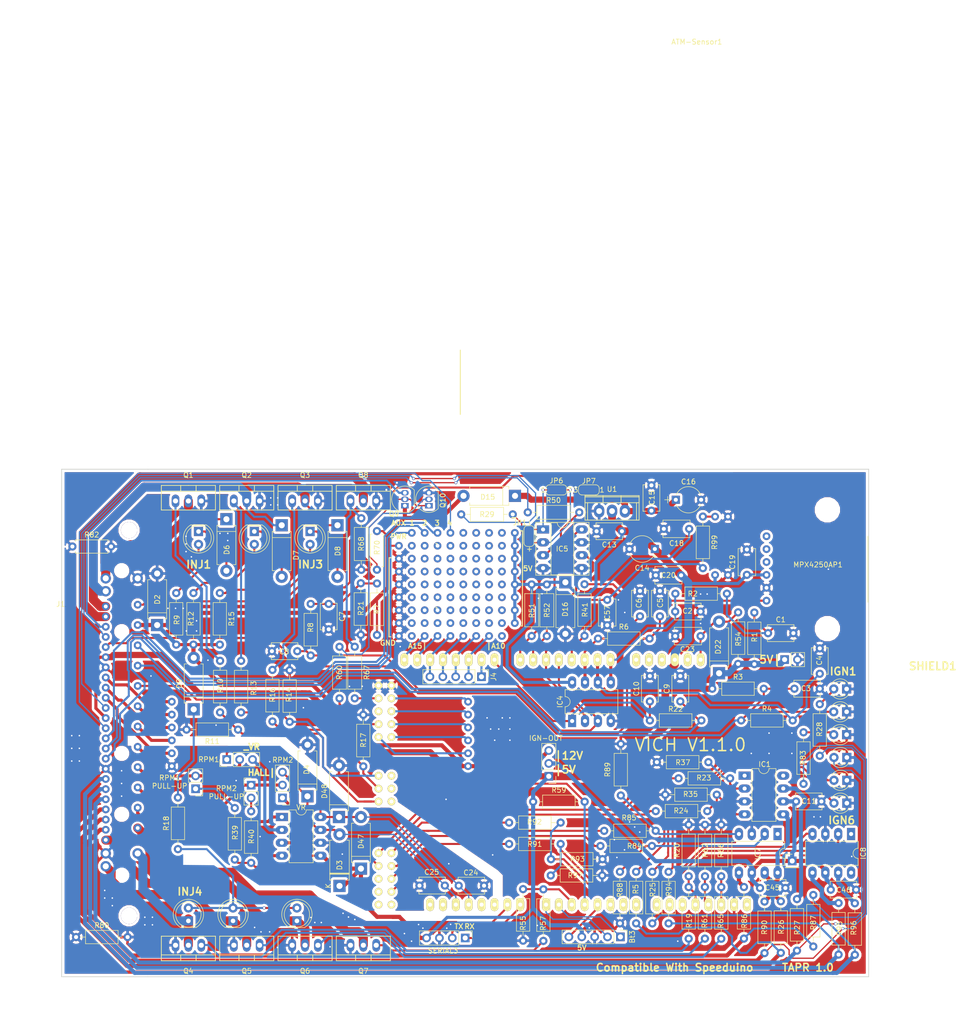
<source format=kicad_pcb>
(kicad_pcb (version 20171130) (host pcbnew 5.0.0+dfsg1-2)
  (layers (0 F.Cu signal) (31 B.Cu signal) (34 B.Paste user) (35 F.Paste user) (36 B.SilkS user) (37 F.SilkS user) (38 B.Mask user) (39 F.Mask user) (44 Edge.Cuts user))
  (net 0 "")
  (net 1 "Net-(SHIELD1-Pad16)")
  (net 2 "Net-(SHIELD1-Pad17)")
  (net 3 "Net-(SHIELD1-Pad20)")
  (net 4 "Net-(SHIELD1-Pad21)")
  (net 5 "Net-(SHIELD1-PadV_IN)")
  (net 6 "Net-(SHIELD1-Pad3V3)")
  (net 7 "Net-(SHIELD1-Pad5)")
  (net 8 "Net-(SHIELD1-Pad6)")
  (net 9 "Net-(SHIELD1-Pad7)")
  (net 10 "Net-(SHIELD1-PadAREF)")
  (net 11 "Net-(SHIELD1-Pad23)")
  (net 12 "Net-(SHIELD1-Pad25)")
  (net 13 "Net-(SHIELD1-Pad36)")
  (net 14 "Net-(SHIELD1-Pad38)")
  (net 15 "Net-(SHIELD1-Pad40)")
  (net 16 "Net-(SHIELD1-Pad51)")
  (net 17 "Net-(MPX4250AP1-Pad1)")
  (net 18 "Net-(MPX4250AP1-Pad4)")
  (net 19 "Net-(MPX4250AP1-Pad5)")
  (net 20 "Net-(MPX4250AP1-Pad6)")
  (net 21 MAP-CPU-A3)
  (net 22 GND)
  (net 23 IAT-Sensor)
  (net 24 ADC-Clamp6)
  (net 25 CLT-Sensor)
  (net 26 ADC-Clamp2)
  (net 27 TPS-Sensor)
  (net 28 ADC-Clamp3)
  (net 29 "Net-(C7-Pad1)")
  (net 30 ADC-Clamp4)
  (net 31 O2-Sensor)
  (net 32 ADC-Clamp1)
  (net 33 5V)
  (net 34 "Net-(D6-Pad2)")
  (net 35 "Net-(D7-Pad2)")
  (net 36 "Net-(D8-Pad2)")
  (net 37 "Net-(LED1-Pad2)")
  (net 38 "Net-(LED2-Pad2)")
  (net 39 "Net-(LED3-Pad2)")
  (net 40 "Net-(Q1-Pad2)")
  (net 41 "Net-(Q2-Pad2)")
  (net 42 "Net-(Q3-Pad2)")
  (net 43 INJ1)
  (net 44 INJ2)
  (net 45 INJ3)
  (net 46 INJ4)
  (net 47 INJ5)
  (net 48 INJ6)
  (net 49 "Net-(Q4-Pad2)")
  (net 50 "Net-(Q5-Pad2)")
  (net 51 "Net-(Q6-Pad2)")
  (net 52 INJ6-CPU-D13)
  (net 53 VR1-)
  (net 54 "Net-(IC3-Pad2)")
  (net 55 VR2-)
  (net 56 RPM2)
  (net 57 "Net-(JP4-Pad1)")
  (net 58 "Net-(JP5-Pad2)")
  (net 59 4-6-INJ-D&R)
  (net 60 "Net-(D9-Pad1)")
  (net 61 ULN-AUX-OUT1)
  (net 62 ULN-AUX2)
  (net 63 ULN-AUX3)
  (net 64 ULN-AUX4)
  (net 65 ULN-AUX1)
  (net 66 RPM1)
  (net 67 RX)
  (net 68 TX)
  (net 69 "Net-(Q7-Pad2)")
  (net 70 IDLE-OUT)
  (net 71 IDLE)
  (net 72 FLEX)
  (net 73 "Net-(IC1-Pad1)")
  (net 74 "Net-(IC1-Pad2)")
  (net 75 "Net-(IC1-Pad7)")
  (net 76 "Net-(IC1-Pad4)")
  (net 77 "Net-(IC1-Pad8)")
  (net 78 RX3)
  (net 79 TX3)
  (net 80 IGN-OUT-SELECT)
  (net 81 "Net-(LED7-Pad2)")
  (net 82 "Net-(LED8-Pad2)")
  (net 83 IGN2-OUT)
  (net 84 IGN1-OUT)
  (net 85 "Net-(IC3-Pad3)")
  (net 86 IGN3-OUT)
  (net 87 IGN4-OUT)
  (net 88 IGN5-OUT)
  (net 89 IGN6-OUT)
  (net 90 IGN4-D26)
  (net 91 AD15)
  (net 92 AD14)
  (net 93 AD13)
  (net 94 AD12)
  (net 95 AD11)
  (net 96 AD10)
  (net 97 AD9)
  (net 98 AUX1)
  (net 99 AUX2)
  (net 100 AUX4)
  (net 101 AUX3)
  (net 102 RST)
  (net 103 INJ1-CPU-D37)
  (net 104 INJ2-CPU-D41)
  (net 105 INJ3-CPU-D39)
  (net 106 "Net-(SHIELD1-Pad8)")
  (net 107 "Net-(SHIELD1-Pad9)")
  (net 108 "Net-(SHIELD1-Pad10)")
  (net 109 "Net-(IC7-Pad1)")
  (net 110 "Net-(IC7-Pad5)")
  (net 111 "Net-(IC7-Pad2)")
  (net 112 "Net-(IC7-Pad7)")
  (net 113 "Net-(IC7-Pad4)")
  (net 114 "Net-(LED9-Pad2)")
  (net 115 "Net-(LED10-Pad2)")
  (net 116 "Net-(IC8-Pad1)")
  (net 117 "Net-(IC8-Pad5)")
  (net 118 "Net-(IC8-Pad2)")
  (net 119 "Net-(IC8-Pad7)")
  (net 120 "Net-(IC8-Pad4)")
  (net 121 "Net-(IC8-Pad8)")
  (net 122 "Net-(LED11-Pad2)")
  (net 123 "Net-(LED12-Pad2)")
  (net 124 dummyLabel)
  (net 125 IGN1-D27)
  (net 126 IGN2-D29)
  (net 127 IGN3-D24)
  (net 128 IGN6-D22)
  (net 129 IGN5-D28)
  (net 130 "Net-(ATM-Sensor1-Pad4)")
  (net 131 ADC-Clamp5)
  (net 132 INJ4-CPU-D12)
  (net 133 INJ5-CPU-D11)
  (net 134 RPM1-CPU-D18)
  (net 135 RPM2-CPU-D19)
  (net 136 ULN-FP-OUT)
  (net 137 ULN-FAN-OUT)
  (net 138 ULN-BOOST-OUT)
  (net 139 ULN-TACH-OUT)
  (net 140 ULN-TACH)
  (net 141 BT-ENEABLE)
  (net 142 "Net-(SHIELD1-PadGND2)")
  (net 143 "Net-(SHIELD1-PadGND1)")
  (net 144 "Net-(SHIELD1-Pad5V_4)")
  (net 145 "Net-(SHIELD1-Pad5V_5)")
  (net 146 PWR)
  (net 147 12V)
  (net 148 "Net-(Q8-Pad2)")
  (net 149 VVT-OUT)
  (net 150 AUX-CS-OUT1)
  (net 151 AUX-CS)
  (net 152 VVT)
  (net 153 DINx)
  (net 154 "Net-(IC5-Pad1)")
  (net 155 "Net-(IC5-Pad3)")
  (net 156 DINx-CPU)
  (net 157 AUX1-CPU)
  (net 158 AUX1-IN)
  (net 159 "Net-(J2-Pad14)")
  (net 160 "Net-(J2-Pad21)")
  (net 161 "Net-(IC5-Pad2)")
  (net 162 "Net-(JP1-Pad2)")
  (net 163 "Net-(JP6-Pad2)")
  (net 164 "Net-(Q10-Pad1)")
  (net 165 "Net-(Q10-Pad2)")
  (module conTE42:VIA-0.6mm (layer F.Cu) (at 121.76 102.79)
    (fp_text reference REF** hide)
    (fp_text value VIA-0.6mm hide)
    (pad 1 thru_hole circle (at 0 0) (size 0.6 0.6) (drill 0.3) (layers *.Cu F.Mask) (net 22 GND))
  )
  (module conTE42:VIA-0.6mm (layer F.Cu) (at 124.29 102.77)
    (fp_text reference REF** hide)
    (fp_text value VIA-0.6mm hide)
    (pad 1 thru_hole circle (at 0 0) (size 0.6 0.6) (drill 0.3) (layers *.Cu F.Mask) (net 22 GND))
  )
  (module conTE42:VIA-0.6mm (layer F.Cu) (at 93.86 97.63)
    (fp_text reference REF** hide)
    (fp_text value VIA-0.6mm hide)
    (pad 1 thru_hole circle (at 0 0) (size 0.6 0.6) (drill 0.3) (layers *.Cu F.Mask) (net 22 GND))
  )
  (module conTE42:VIA-0.6mm (layer F.Cu) (at 140.95 150.44)
    (fp_text reference REF** hide)
    (fp_text value VIA-0.6mm hide)
    (pad 1 thru_hole circle (at 0 0) (size 0.6 0.6) (drill 0.3) (layers *.Cu F.Mask) (net 22 GND))
  )
  (module conTE42:VIA-0.6mm (layer F.Cu) (at 136.24 150.43)
    (fp_text reference REF** hide)
    (fp_text value VIA-0.6mm hide)
    (pad 1 thru_hole circle (at 0 0) (size 0.6 0.6) (drill 0.3) (layers *.Cu F.Mask) (net 22 GND))
  )
  (module conTE42:VIA-0.6mm (layer F.Cu) (at 117.94 154.1)
    (fp_text reference REF** hide)
    (fp_text value VIA-0.6mm hide)
    (pad 1 thru_hole circle (at 0 0) (size 0.6 0.6) (drill 0.3) (layers *.Cu F.Mask) (net 22 GND))
  )
  (module conTE42:VIA-0.6mm (layer F.Cu) (at 107.58 154.25)
    (fp_text reference REF** hide)
    (fp_text value VIA-0.6mm hide)
    (pad 1 thru_hole circle (at 0 0) (size 0.6 0.6) (drill 0.3) (layers *.Cu F.Mask) (net 22 GND))
  )
  (module conTE42:VIA-0.6mm (layer F.Cu) (at 174.8 85.75)
    (fp_text reference REF** hide)
    (fp_text value VIA-0.6mm hide)
    (pad 1 thru_hole circle (at 0 0) (size 0.6 0.6) (drill 0.3) (layers *.Cu F.Mask) (net 22 GND))
  )
  (module conTE42:VIA-0.6mm (layer F.Cu) (at 159.02 85.43)
    (fp_text reference REF** hide)
    (fp_text value VIA-0.6mm hide)
    (pad 1 thru_hole circle (at 0 0) (size 0.6 0.6) (drill 0.3) (layers *.Cu F.Mask) (net 22 GND))
  )
  (module conTE42:VIA-0.6mm (layer F.Cu) (at 82.62 100.39)
    (fp_text reference REF** hide)
    (fp_text value VIA-0.6mm hide)
    (pad 1 thru_hole circle (at 0 0.35) (size 0.6 0.6) (drill 0.3) (layers *.Cu F.Mask) (net 22 GND))
  )
  (module conTE42:VIA-0.6mm (layer F.Cu) (at 112.68 106.65)
    (fp_text reference REF** hide)
    (fp_text value VIA-0.6mm hide)
    (pad 1 thru_hole circle (at 0 0.35) (size 0.6 0.6) (drill 0.3) (layers *.Cu F.Mask) (net 22 GND))
  )
  (module conTE42:VIA-0.6mm (layer F.Cu) (at 95.46 110.08)
    (fp_text reference REF** hide)
    (fp_text value VIA-0.6mm hide)
    (pad 1 thru_hole circle (at 0 0.35) (size 0.6 0.6) (drill 0.3) (layers *.Cu F.Mask) (net 22 GND))
  )
  (module conTE42:VIA-0.6mm (layer F.Cu) (at 103.06 150.29)
    (fp_text reference REF** hide)
    (fp_text value VIA-0.6mm hide)
    (pad 1 thru_hole circle (at 0 0) (size 0.6 0.6) (drill 0.3) (layers *.Cu F.Mask) (net 22 GND))
  )
  (module conTE42:VIA-0.6mm (layer F.Cu) (at 89.54 76.23)
    (fp_text reference REF** hide)
    (fp_text value VIA-0.6mm hide)
    (pad 1 thru_hole circle (at 0 0) (size 0.6 0.6) (drill 0.3) (layers *.Cu F.Mask) (net 22 GND))
  )
  (module Resistor_THT:R_Axial_DIN0207_L6.3mm_D2.5mm_P10.16mm_Horizontal (layer F.Cu) (at 157.69 92.86 90)
    (fp_text reference R51 (at 5 0.03 90) (layer F.SilkS))
    (fp_text value 1k)
    (pad 2 thru_hole oval (at 10.16 0 90) (size 1.6 1.6) (drill 0.8) (layers *.Cu *.Mask) (net 33 5V))
    (pad 1 thru_hole circle (at 0 0 90) (size 1.6 1.6) (drill 0.8) (layers *.Cu *.Mask) (net 157 AUX1-CPU))
  )
  (module Resistor_THT:R_Axial_DIN0207_L6.3mm_D2.5mm_P10.16mm_Horizontal (layer F.Cu) (at 156.92 68.5)
    (fp_text reference R50 (at 5.08 -2.37) (layer F.SilkS))
    (fp_text value 620)
    (pad 2 thru_hole oval (at 10.16 0) (size 1.6 1.6) (drill 0.8) (layers *.Cu *.Mask) (net 155 "Net-(IC5-Pad3)"))
    (pad 1 thru_hole circle (at 0 0) (size 1.6 1.6) (drill 0.8) (layers *.Cu *.Mask) (net 153 DINx))
  )
  (module Resistor_THT:R_Axial_DIN0207_L6.3mm_D2.5mm_P10.16mm_Horizontal (layer F.Cu) (at 153.96 68.9 180)
    (fp_text reference R29 (at 5.07 0 180) (layer F.SilkS))
    (fp_text value 620)
    (pad 2 thru_hole oval (at 10.16 0 180) (size 1.6 1.6) (drill 0.8) (layers *.Cu *.Mask) (net 158 AUX1-IN))
    (pad 1 thru_hole circle (at 0 0 180) (size 1.6 1.6) (drill 0.8) (layers *.Cu *.Mask) (net 162 "Net-(JP1-Pad2)"))
  )
  (module Resistor_THT:R_Axial_DIN0207_L6.3mm_D2.5mm_P10.16mm_Horizontal (layer F.Cu) (at 160.68 92.87 90)
    (fp_text reference R52 (at 5.07 0.03 90) (layer F.SilkS))
    (fp_text value 1k)
    (pad 2 thru_hole oval (at 10.16 0 90) (size 1.6 1.6) (drill 0.8) (layers *.Cu *.Mask) (net 33 5V))
    (pad 1 thru_hole circle (at 0 0 90) (size 1.6 1.6) (drill 0.8) (layers *.Cu *.Mask) (net 156 DINx-CPU))
  )
  (module conTE42:TO-220_Neutral213_Vertical (layer F.Cu) (at 124.5 66.25)
    (fp_text reference Q8 (at 0 -5.08) (layer F.SilkS))
    (fp_text value STP62NS04Z)
    (pad 3 thru_hole oval (at 2.54 0 90) (size 2.49936 1.50114) (drill 1.00076) (layers *.Cu *.Mask) (net 22 GND))
    (pad 2 thru_hole oval (at -2.54 0 90) (size 2.49936 1.50114) (drill 1.00076) (layers *.Cu *.Mask) (net 148 "Net-(Q8-Pad2)"))
    (pad 1 thru_hole oval (at 0 0 90) (size 2.49936 1.50114) (drill 1.00076) (layers *.Cu *.Mask) (net 149 VVT-OUT))
  )
  (module conTE42:VIA-0.6mm (layer F.Cu) (at 141.35 137.74)
    (fp_text reference REF** hide)
    (fp_text value VIA-0.6mm hide)
    (pad 1 thru_hole circle (at 0 0) (size 0.6 0.6) (drill 0.3) (layers *.Cu F.Mask) (net 22 GND))
  )
  (module conTE42:VIA-0.6mm (layer F.Cu) (at 97.77 72.64)
    (fp_text reference REF** hide)
    (fp_text value VIA-0.6mm hide)
    (pad 1 thru_hole circle (at 0 0) (size 0.6 0.6) (drill 0.3) (layers *.Cu F.Mask) (net 22 GND))
  )
  (module conTE42:VIA-0.6mm (layer F.Cu) (at 76.83 121.92)
    (fp_text reference REF** hide)
    (fp_text value VIA-0.6mm hide)
    (pad 1 thru_hole circle (at 0 0) (size 0.6 0.6) (drill 0.3) (layers *.Cu F.Mask) (net 22 GND))
  )
  (module conTE42:VIA-0.6mm (layer F.Cu) (at 76.83 119.42)
    (fp_text reference REF** hide)
    (fp_text value VIA-0.6mm hide)
    (pad 1 thru_hole circle (at 0 0) (size 0.6 0.6) (drill 0.3) (layers *.Cu F.Mask) (net 22 GND))
  )
  (module conTE42:VIA-0.6mm (layer F.Cu) (at 76.83 124.42)
    (fp_text reference REF** hide)
    (fp_text value VIA-0.6mm hide)
    (pad 1 thru_hole circle (at 0 0) (size 0.6 0.6) (drill 0.3) (layers *.Cu F.Mask) (net 22 GND))
  )
  (module conTE42:VIA-0.6mm (layer F.Cu) (at 106.04 117.29)
    (fp_text reference REF** hide)
    (fp_text value VIA-0.6mm hide)
    (pad 1 thru_hole circle (at 0 0.35) (size 0.6 0.6) (drill 0.3) (layers *.Cu F.Mask) (net 22 GND))
  )
  (module conTE42:VIA-0.6mm (layer F.Cu) (at 99.42 121)
    (fp_text reference REF** hide)
    (fp_text value VIA-0.6mm hide)
    (pad 1 thru_hole circle (at 0 0.35) (size 0.6 0.6) (drill 0.3) (layers *.Cu F.Mask) (net 22 GND))
  )
  (module conTE42:VIA-0.6mm (layer F.Cu) (at 104.14 132.03)
    (fp_text reference REF** hide)
    (fp_text value VIA-0.6mm hide)
    (pad 1 thru_hole circle (at 0 0.35) (size 0.6 0.6) (drill 0.3) (layers *.Cu F.Mask) (net 22 GND))
  )
  (module conTE42:VIA-0.6mm (layer F.Cu) (at 120.35 135.49)
    (fp_text reference REF** hide)
    (fp_text value VIA-0.6mm hide)
    (pad 1 thru_hole circle (at 0 0.35) (size 0.6 0.6) (drill 0.3) (layers *.Cu F.Mask) (net 22 GND))
  )
  (module Resistors_THT:R_Axial_DIN0207_L6.3mm_D2.5mm_P10.16mm_Horizontal (layer F.Cu) (at 170.78 93.37)
    (fp_text reference R6 (at 5.08 -2.31) (layer F.SilkS))
    (fp_text value 470)
    (pad 1 thru_hole circle (at 0 0) (size 1.6 1.6) (drill 0.8) (layers *.Cu *.Mask) (net 28 ADC-Clamp3))
    (pad 2 thru_hole oval (at 10.16 0) (size 1.6 1.6) (drill 0.8) (layers *.Cu *.Mask) (net 27 TPS-Sensor))
  )
  (module conTE42:VIA-0.6mm (layer F.Cu) (at 220.8 136.3)
    (fp_text reference REF** hide)
    (fp_text value VIA-0.6mm hide)
    (pad 1 thru_hole circle (at 0 0) (size 0.6 0.6) (drill 0.3) (layers *.Cu F.Mask) (net 22 GND))
  )
  (module conTE42:VIA-0.6mm (layer F.Cu) (at 169.05 150.37)
    (fp_text reference REF** hide)
    (fp_text value VIA-0.6mm hide)
    (pad 1 thru_hole circle (at 0 0) (size 0.6 0.6) (drill 0.3) (layers *.Cu F.Mask) (net 22 GND))
  )
  (module Capacitor_THT:C_Disc_D5.1mm_W3.2mm_P5.00mm (layer F.Cu) (at 188.75 71.75 180)
    (fp_text reference C18 (at 2.5 -2.85 180) (layer F.SilkS))
    (fp_text value 0,3uF)
    (pad 2 thru_hole circle (at 5 0 180) (size 1.6 1.6) (drill 0.8) (layers *.Cu *.Mask) (net 22 GND))
    (pad 1 thru_hole circle (at 0 0 180) (size 1.6 1.6) (drill 0.8) (layers *.Cu *.Mask) (net 21 MAP-CPU-A3))
  )
  (module conTE42:VIA-0.6mm (layer F.Cu) (at 140.81 124.7)
    (fp_text reference REF** hide)
    (fp_text value VIA-0.6mm hide)
    (pad 1 thru_hole circle (at 0 0.35) (size 0.6 0.6) (drill 0.3) (layers *.Cu F.Mask) (net 22 GND))
  )
  (module Capacitor_THT:C_Disc_D5.1mm_W3.2mm_P5.00mm (layer F.Cu) (at 191 92.88 180)
    (fp_text reference C23 (at 2.6 -2.62 180) (layer F.SilkS))
    (fp_text value 4.7nF)
    (pad 2 thru_hole circle (at 5 0 180) (size 1.6 1.6) (drill 0.8) (layers *.Cu *.Mask) (net 22 GND))
    (pad 1 thru_hole circle (at 0 0 180) (size 1.6 1.6) (drill 0.8) (layers *.Cu *.Mask) (net 102 RST))
  )
  (module Capacitor_THT:CP_Radial_Tantal_D5.0mm_P5.00mm (layer F.Cu) (at 181.98 75.72 180)
    (fp_text reference C14 (at 2.5 -3.75 180) (layer F.SilkS))
    (fp_text value 47uF)
    (pad 2 thru_hole circle (at 5 0 180) (size 1.6 1.6) (drill 0.8) (layers *.Cu *.Mask) (net 22 GND))
    (pad 1 thru_hole rect (at 0 0 180) (size 1.6 1.6) (drill 0.8) (layers *.Cu *.Mask) (net 33 5V))
  )
  (module Capacitor_THT:C_Disc_D5.1mm_W3.2mm_P5.00mm (layer F.Cu) (at 172.59 85.74 270)
    (fp_text reference C57 (at 2.51 -0.01 270) (layer F.SilkS))
    (fp_text value 0,3uF)
    (pad 2 thru_hole circle (at 5 0 270) (size 1.6 1.6) (drill 0.8) (layers *.Cu *.Mask) (net 22 GND))
    (pad 1 thru_hole circle (at 0 0 270) (size 1.6 1.6) (drill 0.8) (layers *.Cu *.Mask) (net 131 ADC-Clamp5))
  )
  (module Capacitor_THT:C_Disc_D5.1mm_W3.2mm_P5.00mm (layer F.Cu) (at 187.16 80.9 180)
    (fp_text reference C20 (at 2.51 0.01 180) (layer F.SilkS))
    (fp_text value 1u)
    (pad 2 thru_hole circle (at 5 0 180) (size 1.6 1.6) (drill 0.8) (layers *.Cu *.Mask) (net 22 GND))
    (pad 1 thru_hole circle (at 0 0 180) (size 1.6 1.6) (drill 0.8) (layers *.Cu *.Mask) (net 33 5V))
  )
  (module Capacitor_THT:C_Disc_D5.1mm_W3.2mm_P5.00mm (layer F.Cu) (at 200.13 80.81 90)
    (fp_text reference C19 (at 2.5 -2.85 90) (layer F.SilkS))
    (fp_text value 0,01uF)
    (pad 2 thru_hole circle (at 5 0 90) (size 1.6 1.6) (drill 0.8) (layers *.Cu *.Mask) (net 22 GND))
    (pad 1 thru_hole circle (at 0 0 90) (size 1.6 1.6) (drill 0.8) (layers *.Cu *.Mask) (net 33 5V))
  )
  (module conTE42:ARDUINO_MEGA_SHIELD (layer F.Cu) (at 224.02 95 180)
    (fp_text reference SHIELD1 (at -12.76 -3.8 180) (layer F.SilkS) (effects (font (size 1.524 1.524) (thickness 0.3048))))
    (fp_text value ARDUINO_MEGA_SHIELD hide)
    (pad 14 thru_hole oval (at 68.58 -50.8 270) (size 2.54 1.524) (drill 0.8128) (layers *.Cu *.Mask F.SilkS) (net 78 RX3))
    (pad 15 thru_hole oval (at 71.12 -50.8 270) (size 2.54 1.524) (drill 0.8128) (layers *.Cu *.Mask F.SilkS) (net 79 TX3))
    (pad 16 thru_hole oval (at 73.66 -50.8 270) (size 2.54 1.524) (drill 0.8128) (layers *.Cu *.Mask F.SilkS) (net 1 "Net-(SHIELD1-Pad16)"))
    (pad 17 thru_hole oval (at 76.2 -50.8 270) (size 2.54 1.524) (drill 0.8128) (layers *.Cu *.Mask F.SilkS) (net 2 "Net-(SHIELD1-Pad17)"))
    (pad 18 thru_hole oval (at 78.74 -50.8 270) (size 2.54 1.524) (drill 0.8128) (layers *.Cu *.Mask F.SilkS) (net 134 RPM1-CPU-D18))
    (pad 19 thru_hole oval (at 81.28 -50.8 270) (size 2.54 1.524) (drill 0.8128) (layers *.Cu *.Mask F.SilkS) (net 135 RPM2-CPU-D19))
    (pad 20 thru_hole oval (at 83.82 -50.8 270) (size 2.54 1.524) (drill 0.8128) (layers *.Cu *.Mask F.SilkS) (net 3 "Net-(SHIELD1-Pad20)"))
    (pad 21 thru_hole oval (at 86.36 -50.8 270) (size 2.54 1.524) (drill 0.8128) (layers *.Cu *.Mask F.SilkS) (net 4 "Net-(SHIELD1-Pad21)"))
    (pad AD15 thru_hole oval (at 91.44 -2.54 270) (size 2.54 1.524) (drill 0.8128) (layers *.Cu *.Mask F.SilkS) (net 91 AD15))
    (pad AD14 thru_hole oval (at 88.9 -2.54 270) (size 2.54 1.524) (drill 0.8128) (layers *.Cu *.Mask F.SilkS) (net 92 AD14))
    (pad AD13 thru_hole oval (at 86.36 -2.54 270) (size 2.54 1.524) (drill 0.8128) (layers *.Cu *.Mask F.SilkS) (net 93 AD13))
    (pad AD12 thru_hole oval (at 83.82 -2.54 270) (size 2.54 1.524) (drill 0.8128) (layers *.Cu *.Mask F.SilkS) (net 94 AD12))
    (pad AD8 thru_hole oval (at 73.66 -2.54 270) (size 2.54 1.524) (drill 0.8128) (layers *.Cu *.Mask F.SilkS) (net 32 ADC-Clamp1))
    (pad AD7 thru_hole oval (at 68.58 -2.54 270) (size 2.54 1.524) (drill 0.8128) (layers *.Cu *.Mask F.SilkS) (net 157 AUX1-CPU))
    (pad AD6 thru_hole oval (at 66.04 -2.54 270) (size 2.54 1.524) (drill 0.8128) (layers *.Cu *.Mask F.SilkS) (net 156 DINx-CPU))
    (pad AD9 thru_hole oval (at 76.2 -2.54 270) (size 2.54 1.524) (drill 0.8128) (layers *.Cu *.Mask F.SilkS) (net 97 AD9))
    (pad AD10 thru_hole oval (at 78.74 -2.54 270) (size 2.54 1.524) (drill 0.8128) (layers *.Cu *.Mask F.SilkS) (net 96 AD10))
    (pad AD11 thru_hole oval (at 81.28 -2.54 270) (size 2.54 1.524) (drill 0.8128) (layers *.Cu *.Mask F.SilkS) (net 95 AD11))
    (pad AD5 thru_hole oval (at 63.5 -2.54 270) (size 2.54 1.524) (drill 0.8128) (layers *.Cu *.Mask F.SilkS) (net 131 ADC-Clamp5))
    (pad AD4 thru_hole oval (at 60.96 -2.54 270) (size 2.54 1.524) (drill 0.8128) (layers *.Cu *.Mask F.SilkS) (net 30 ADC-Clamp4))
    (pad AD3 thru_hole oval (at 58.42 -2.54 270) (size 2.54 1.524) (drill 0.8128) (layers *.Cu *.Mask F.SilkS) (net 21 MAP-CPU-A3))
    (pad AD0 thru_hole oval (at 50.8 -2.54 270) (size 2.54 1.524) (drill 0.8128) (layers *.Cu *.Mask F.SilkS) (net 24 ADC-Clamp6))
    (pad AD1 thru_hole oval (at 53.34 -2.54 270) (size 2.54 1.524) (drill 0.8128) (layers *.Cu *.Mask F.SilkS) (net 26 ADC-Clamp2))
    (pad AD2 thru_hole oval (at 55.88 -2.54 270) (size 2.54 1.524) (drill 0.8128) (layers *.Cu *.Mask F.SilkS) (net 28 ADC-Clamp3))
    (pad V_IN thru_hole oval (at 45.72 -2.54 270) (size 2.54 1.524) (drill 0.8128) (layers *.Cu *.Mask F.SilkS) (net 5 "Net-(SHIELD1-PadV_IN)"))
    (pad GND2 thru_hole oval (at 43.18 -2.54 270) (size 2.54 1.524) (drill 0.8128) (layers *.Cu *.Mask F.SilkS) (net 142 "Net-(SHIELD1-PadGND2)"))
    (pad GND1 thru_hole oval (at 40.64 -2.54 270) (size 2.54 1.524) (drill 0.8128) (layers *.Cu *.Mask F.SilkS) (net 143 "Net-(SHIELD1-PadGND1)"))
    (pad 3V3 thru_hole oval (at 35.56 -2.54 270) (size 2.54 1.524) (drill 0.8128) (layers *.Cu *.Mask F.SilkS) (net 6 "Net-(SHIELD1-Pad3V3)"))
    (pad RST thru_hole oval (at 33.02 -2.54 270) (size 2.54 1.524) (drill 0.8128) (layers *.Cu *.Mask F.SilkS) (net 102 RST))
    (pad 0 thru_hole oval (at 63.5 -50.8 270) (size 2.54 1.524) (drill 0.8128) (layers *.Cu *.Mask F.SilkS) (net 67 RX))
    (pad 1 thru_hole oval (at 60.96 -50.8 270) (size 2.54 1.524) (drill 0.8128) (layers *.Cu *.Mask F.SilkS) (net 68 TX))
    (pad 2 thru_hole oval (at 58.42 -50.8 270) (size 2.54 1.524) (drill 0.8128) (layers *.Cu *.Mask F.SilkS) (net 71 IDLE))
    (pad 3 thru_hole oval (at 55.88 -50.8 270) (size 2.54 1.524) (drill 0.8128) (layers *.Cu *.Mask F.SilkS) (net 72 FLEX))
    (pad 4 thru_hole oval (at 53.34 -50.8 270) (size 2.54 1.524) (drill 0.8128) (layers *.Cu *.Mask F.SilkS) (net 141 BT-ENEABLE))
    (pad 5 thru_hole oval (at 50.8 -50.8 270) (size 2.54 1.524) (drill 0.8128) (layers *.Cu *.Mask F.SilkS) (net 7 "Net-(SHIELD1-Pad5)"))
    (pad 6 thru_hole oval (at 48.26 -50.8 270) (size 2.54 1.524) (drill 0.8128) (layers *.Cu *.Mask F.SilkS) (net 8 "Net-(SHIELD1-Pad6)"))
    (pad 7 thru_hole oval (at 45.72 -50.8 270) (size 2.54 1.524) (drill 0.8128) (layers *.Cu *.Mask F.SilkS) (net 9 "Net-(SHIELD1-Pad7)"))
    (pad 8 thru_hole oval (at 41.656 -50.8 270) (size 2.54 1.524) (drill 0.8128) (layers *.Cu *.Mask F.SilkS) (net 106 "Net-(SHIELD1-Pad8)"))
    (pad 9 thru_hole oval (at 39.116 -50.8 270) (size 2.54 1.524) (drill 0.8128) (layers *.Cu *.Mask F.SilkS) (net 107 "Net-(SHIELD1-Pad9)"))
    (pad 10 thru_hole oval (at 36.576 -50.8 270) (size 2.54 1.524) (drill 0.8128) (layers *.Cu *.Mask F.SilkS) (net 108 "Net-(SHIELD1-Pad10)"))
    (pad 11 thru_hole oval (at 34.036 -50.8 270) (size 2.54 1.524) (drill 0.8128) (layers *.Cu *.Mask F.SilkS) (net 133 INJ5-CPU-D11))
    (pad 12 thru_hole oval (at 31.496 -50.8 270) (size 2.54 1.524) (drill 0.8128) (layers *.Cu *.Mask F.SilkS) (net 132 INJ4-CPU-D12))
    (pad 13 thru_hole oval (at 28.956 -50.8 270) (size 2.54 1.524) (drill 0.8128) (layers *.Cu *.Mask F.SilkS) (net 52 INJ6-CPU-D13))
    (pad GND3 thru_hole oval (at 26.416 -50.8 270) (size 2.54 1.524) (drill 0.8128) (layers *.Cu *.Mask F.SilkS) (net 22 GND))
    (pad AREF thru_hole oval (at 23.876 -50.8 270) (size 2.54 1.524) (drill 0.8128) (layers *.Cu *.Mask F.SilkS) (net 10 "Net-(SHIELD1-PadAREF)"))
    (pad 5V thru_hole oval (at 38.1 -2.54 270) (size 2.54 1.524) (drill 0.8128) (layers *.Cu *.Mask F.SilkS) (net 33 5V))
    (pad 22 thru_hole circle (at 93.98 -48.26 180) (size 1.524 1.524) (drill 0.8128) (layers *.Cu *.Mask F.SilkS) (net 128 IGN6-D22))
    (pad 23 thru_hole circle (at 96.52 -48.26 180) (size 1.524 1.524) (drill 0.8128) (layers *.Cu *.Mask F.SilkS) (net 11 "Net-(SHIELD1-Pad23)"))
    (pad 24 thru_hole circle (at 93.98 -45.72 180) (size 1.524 1.524) (drill 0.8128) (layers *.Cu *.Mask F.SilkS) (net 127 IGN3-D24))
    (pad 25 thru_hole circle (at 96.52 -45.72 180) (size 1.524 1.524) (drill 0.8128) (layers *.Cu *.Mask F.SilkS) (net 12 "Net-(SHIELD1-Pad25)"))
    (pad 26 thru_hole circle (at 93.98 -43.18 180) (size 1.524 1.524) (drill 0.8128) (layers *.Cu *.Mask F.SilkS) (net 90 IGN4-D26))
    (pad 27 thru_hole circle (at 96.52 -43.18 180) (size 1.524 1.524) (drill 0.8128) (layers *.Cu *.Mask F.SilkS) (net 125 IGN1-D27))
    (pad 28 thru_hole circle (at 93.98 -40.64 180) (size 1.524 1.524) (drill 0.8128) (layers *.Cu *.Mask F.SilkS) (net 129 IGN5-D28))
    (pad 29 thru_hole circle (at 96.52 -40.64 180) (size 1.524 1.524) (drill 0.8128) (layers *.Cu *.Mask F.SilkS) (net 126 IGN2-D29))
    (pad 5V_4 thru_hole circle (at 93.98 -50.8 180) (size 1.524 1.524) (drill 0.8128) (layers *.Cu *.Mask F.SilkS) (net 144 "Net-(SHIELD1-Pad5V_4)"))
    (pad 5V_5 thru_hole circle (at 96.52 -50.8 180) (size 1.524 1.524) (drill 0.8128) (layers *.Cu *.Mask F.SilkS) (net 145 "Net-(SHIELD1-Pad5V_5)"))
    (pad 36 thru_hole circle (at 93.98 -30.48 180) (size 1.524 1.524) (drill 0.8128) (layers *.Cu *.Mask F.SilkS) (net 13 "Net-(SHIELD1-Pad36)"))
    (pad 37 thru_hole circle (at 96.52 -30.48 180) (size 1.524 1.524) (drill 0.8128) (layers *.Cu *.Mask F.SilkS) (net 103 INJ1-CPU-D37))
    (pad 38 thru_hole circle (at 93.98 -27.94 180) (size 1.524 1.524) (drill 0.8128) (layers *.Cu *.Mask F.SilkS) (net 14 "Net-(SHIELD1-Pad38)"))
    (pad 39 thru_hole circle (at 96.52 -27.94 180) (size 1.524 1.524) (drill 0.8128) (layers *.Cu *.Mask F.SilkS) (net 105 INJ3-CPU-D39))
    (pad 40 thru_hole circle (at 93.98 -25.4 180) (size 1.524 1.524) (drill 0.8128) (layers *.Cu *.Mask F.SilkS) (net 15 "Net-(SHIELD1-Pad40)"))
    (pad 41 thru_hole circle (at 96.52 -25.4 180) (size 1.524 1.524) (drill 0.8128) (layers *.Cu *.Mask F.SilkS) (net 104 INJ2-CPU-D41))
    (pad 46 thru_hole circle (at 93.98 -17.78 180) (size 1.524 1.524) (drill 0.8128) (layers *.Cu *.Mask F.SilkS) (net 64 ULN-AUX4))
    (pad 47 thru_hole circle (at 96.52 -17.78 180) (size 1.524 1.524) (drill 0.8128) (layers *.Cu *.Mask F.SilkS) (net 63 ULN-AUX3))
    (pad 48 thru_hole circle (at 93.98 -15.24 180) (size 1.524 1.524) (drill 0.8128) (layers *.Cu *.Mask F.SilkS) (net 140 ULN-TACH))
    (pad 49 thru_hole circle (at 96.52 -15.24 180) (size 1.524 1.524) (drill 0.8128) (layers *.Cu *.Mask F.SilkS) (net 151 AUX-CS))
    (pad 50 thru_hole circle (at 93.98 -12.7 180) (size 1.524 1.524) (drill 0.8128) (layers *.Cu *.Mask F.SilkS) (net 62 ULN-AUX2))
    (pad 51 thru_hole circle (at 96.52 -12.7 180) (size 1.524 1.524) (drill 0.8128) (layers *.Cu *.Mask F.SilkS) (net 16 "Net-(SHIELD1-Pad51)"))
    (pad 52 thru_hole circle (at 93.98 -10.16 180) (size 1.524 1.524) (drill 0.8128) (layers *.Cu *.Mask F.SilkS) (net 65 ULN-AUX1))
    (pad 53 thru_hole circle (at 96.52 -10.16 180) (size 1.524 1.524) (drill 0.8128) (layers *.Cu *.Mask F.SilkS) (net 152 VVT))
    (pad GND4 thru_hole circle (at 93.98 -7.62 180) (size 1.524 1.524) (drill 0.8128) (layers *.Cu *.Mask F.SilkS) (net 22 GND))
    (pad GND5 thru_hole circle (at 96.52 -7.62 180) (size 1.524 1.524) (drill 0.8128) (layers *.Cu *.Mask F.SilkS) (net 22 GND))
  )
  (module LEDs:LED_D5.0mm (layer F.Cu) (at 92 72.27 270)
    (fp_text reference LED1 hide)
    (fp_text value LED)
    (pad 1 thru_hole rect (at 0 0 270) (size 1.8 1.8) (drill 0.9) (layers *.Cu *.Mask) (net 34 "Net-(D6-Pad2)"))
    (pad 2 thru_hole circle (at 2.54 0 270) (size 1.8 1.8) (drill 0.9) (layers *.Cu *.Mask) (net 37 "Net-(LED1-Pad2)"))
  )
  (module LEDs:LED_D5.0mm (layer F.Cu) (at 103 72.27 270)
    (fp_text reference LED2 hide)
    (fp_text value LED)
    (pad 1 thru_hole rect (at 0 0 270) (size 1.8 1.8) (drill 0.9) (layers *.Cu *.Mask) (net 35 "Net-(D7-Pad2)"))
    (pad 2 thru_hole circle (at 2.54 0 270) (size 1.8 1.8) (drill 0.9) (layers *.Cu *.Mask) (net 38 "Net-(LED2-Pad2)"))
  )
  (module LEDs:LED_D5.0mm (layer F.Cu) (at 114 72.27 270)
    (fp_text reference LED3 hide)
    (fp_text value LED)
    (pad 1 thru_hole rect (at 0 0 270) (size 1.8 1.8) (drill 0.9) (layers *.Cu *.Mask) (net 36 "Net-(D8-Pad2)"))
    (pad 2 thru_hole circle (at 2.54 0 270) (size 1.8 1.8) (drill 0.9) (layers *.Cu *.Mask) (net 39 "Net-(LED3-Pad2)"))
  )
  (module LEDs:LED_D5.0mm (layer F.Cu) (at 90 149 90)
    (fp_text reference LED4 hide)
    (fp_text value LED)
    (pad 1 thru_hole rect (at 0 0 90) (size 1.8 1.8) (drill 0.9) (layers *.Cu *.Mask) (net 46 INJ4))
    (pad 2 thru_hole circle (at 2.54 0 90) (size 1.8 1.8) (drill 0.9) (layers *.Cu *.Mask) (net 59 4-6-INJ-D&R))
  )
  (module LEDs:LED_D5.0mm (layer F.Cu) (at 98.8 149 90)
    (fp_text reference LED5 hide)
    (fp_text value LED)
    (pad 1 thru_hole rect (at 0 0 90) (size 1.8 1.8) (drill 0.9) (layers *.Cu *.Mask) (net 47 INJ5))
    (pad 2 thru_hole circle (at 2.54 0 90) (size 1.8 1.8) (drill 0.9) (layers *.Cu *.Mask) (net 59 4-6-INJ-D&R))
  )
  (module LEDs:LED_D5.0mm (layer F.Cu) (at 111.4 149 90)
    (fp_text reference LED6 hide)
    (fp_text value LED)
    (pad 1 thru_hole rect (at 0 0 90) (size 1.8 1.8) (drill 0.9) (layers *.Cu *.Mask) (net 48 INJ6))
    (pad 2 thru_hole circle (at 2.54 0 90) (size 1.8 1.8) (drill 0.9) (layers *.Cu *.Mask) (net 59 4-6-INJ-D&R))
  )
  (module Resistors_THT:R_Axial_DIN0207_L6.3mm_D2.5mm_P10.16mm_Horizontal (layer F.Cu) (at 186.66 120.91)
    (fp_text reference R23 (at 4.99 -0.1) (layer F.SilkS))
    (fp_text value 1k)
    (pad 1 thru_hole circle (at 0 0) (size 1.6 1.6) (drill 0.8) (layers *.Cu *.Mask) (net 125 IGN1-D27))
    (pad 2 thru_hole oval (at 10.16 0) (size 1.6 1.6) (drill 0.8) (layers *.Cu *.Mask) (net 74 "Net-(IC1-Pad2)"))
  )
  (module Resistors_THT:R_Axial_DIN0207_L6.3mm_D2.5mm_P7.62mm_Horizontal (layer F.Cu) (at 67.13 75.23)
    (fp_text reference R82 (at 3.81 -2.31) (layer F.SilkS))
    (fp_text value 0)
    (pad 1 thru_hole circle (at 0 0) (size 1.6 1.6) (drill 0.8) (layers *.Cu *.Mask) (net 22 GND))
    (pad 2 thru_hole oval (at 7.62 0) (size 1.6 1.6) (drill 0.8) (layers *.Cu *.Mask) (net 22 GND))
  )
  (module Capacitors_THT:C_Disc_D5.1mm_W3.2mm_P5.00mm (layer F.Cu) (at 117.67 86.54 270)
    (fp_text reference C7 (at 2.5 -2.66 270) (layer F.SilkS))
    (fp_text value 0,1uF)
    (pad 1 thru_hole circle (at 0 0 270) (size 1.6 1.6) (drill 0.8) (layers *.Cu *.Mask) (net 29 "Net-(C7-Pad1)"))
    (pad 2 thru_hole circle (at 5 0 270) (size 1.6 1.6) (drill 0.8) (layers *.Cu *.Mask) (net 22 GND))
  )
  (module Diodes_THT:D_DO-15_P10.16mm_Horizontal (layer F.Cu) (at 83.84 90.71 90)
    (fp_text reference D2 (at 5.03 0.04 90) (layer F.SilkS))
    (fp_text value D_TVS_ALT)
    (pad 1 thru_hole rect (at 0 0 90) (size 2.4 2.4) (drill 1.2) (layers *.Cu *.Mask) (net 146 PWR))
    (pad 2 thru_hole oval (at 10.16 0 90) (size 2.4 2.4) (drill 1.2) (layers *.Cu *.Mask) (net 22 GND))
  )
  (module Capacitors_THT:C_Disc_D5.1mm_W3.2mm_P5.00mm (layer F.Cu) (at 175.49 72.22 180)
    (fp_text reference C13 (at 2.5 -2.66 180) (layer F.SilkS))
    (fp_text value 0,1uF)
    (pad 1 thru_hole circle (at 0 0 180) (size 1.6 1.6) (drill 0.8) (layers *.Cu *.Mask) (net 33 5V))
    (pad 2 thru_hole circle (at 5 0 180) (size 1.6 1.6) (drill 0.8) (layers *.Cu *.Mask) (net 22 GND))
  )
  (module Capacitors_THT:C_Disc_D5.1mm_W3.2mm_P5.00mm (layer F.Cu) (at 181.31 68.17 90)
    (fp_text reference C15 (at 2.55 0.1 90) (layer F.SilkS))
    (fp_text value 0,1uF)
    (pad 1 thru_hole circle (at 0 0 90) (size 1.6 1.6) (drill 0.8) (layers *.Cu *.Mask) (net 147 12V))
    (pad 2 thru_hole circle (at 5 0 90) (size 1.6 1.6) (drill 0.8) (layers *.Cu *.Mask) (net 22 GND))
  )
  (module Capacitors_THT:CP_Radial_Tantal_D5.0mm_P5.00mm (layer F.Cu) (at 186.11 66.02)
    (fp_text reference C16 (at 2.5 -3.56) (layer F.SilkS))
    (fp_text value "10uF ")
    (pad 1 thru_hole rect (at 0 0) (size 1.6 1.6) (drill 0.8) (layers *.Cu *.Mask) (net 147 12V))
    (pad 2 thru_hole circle (at 5 0) (size 1.6 1.6) (drill 0.8) (layers *.Cu *.Mask) (net 22 GND))
  )
  (module Diodes_THT:D_DO-15_P10.16mm_Horizontal (layer F.Cu) (at 154.41 65.25 180)
    (fp_text reference D15 (at 5.38 -0.23 180) (layer F.SilkS))
    (fp_text value 1N5821)
    (pad 1 thru_hole rect (at 0 0 180) (size 2.4 2.4) (drill 1.2) (layers *.Cu *.Mask) (net 147 12V))
    (pad 2 thru_hole oval (at 10.16 0 180) (size 2.4 2.4) (drill 1.2) (layers *.Cu *.Mask) (net 146 PWR))
  )
  (module Diodes_THT:D_DO-15_P10.16mm_Horizontal (layer F.Cu) (at 164.34 82.28 270)
    (fp_text reference D16 (at 5.32 0.04 270) (layer F.SilkS))
    (fp_text value "D_1N5919BG Zener")
    (pad 1 thru_hole rect (at 0 0 270) (size 2.4 2.4) (drill 1.2) (layers *.Cu *.Mask) (net 33 5V))
    (pad 2 thru_hole oval (at 10.16 0 270) (size 2.4 2.4) (drill 1.2) (layers *.Cu *.Mask) (net 22 GND))
  )
  (module Capacitors_THT:C_Disc_D5.1mm_W3.2mm_P5.00mm (layer F.Cu) (at 204.3 92.3)
    (fp_text reference C1 (at 2.5 -2.66) (layer F.SilkS))
    (fp_text value 0,1uF)
    (pad 1 thru_hole circle (at 0 0) (size 1.6 1.6) (drill 0.8) (layers *.Cu *.Mask) (net 23 IAT-Sensor))
    (pad 2 thru_hole circle (at 5 0) (size 1.6 1.6) (drill 0.8) (layers *.Cu *.Mask) (net 22 GND))
  )
  (module Capacitors_THT:C_Disc_D5.1mm_W3.2mm_P5.00mm (layer F.Cu) (at 185.99 88.05)
    (fp_text reference C2 (at 2.42 -0.11) (layer F.SilkS))
    (fp_text value 0,22uF)
    (pad 1 thru_hole circle (at 0 0) (size 1.6 1.6) (drill 0.8) (layers *.Cu *.Mask) (net 24 ADC-Clamp6))
    (pad 2 thru_hole circle (at 5 0) (size 1.6 1.6) (drill 0.8) (layers *.Cu *.Mask) (net 22 GND))
  )
  (module Capacitors_THT:C_Disc_D5.1mm_W3.2mm_P5.00mm (layer F.Cu) (at 209.5 103.25)
    (fp_text reference C3 (at 2.27 -0.05) (layer F.SilkS))
    (fp_text value 0,1uF)
    (pad 1 thru_hole circle (at 0 0) (size 1.6 1.6) (drill 0.8) (layers *.Cu *.Mask) (net 25 CLT-Sensor))
    (pad 2 thru_hole circle (at 5 0) (size 1.6 1.6) (drill 0.8) (layers *.Cu *.Mask) (net 22 GND))
  )
  (module Capacitors_THT:C_Disc_D5.1mm_W3.2mm_P5.00mm (layer F.Cu) (at 214.5 100.3 90)
    (fp_text reference C4 (at 2.61 -0.08 90) (layer F.SilkS))
    (fp_text value 0,22uF)
    (pad 1 thru_hole circle (at 0 0 90) (size 1.6 1.6) (drill 0.8) (layers *.Cu *.Mask) (net 26 ADC-Clamp2))
    (pad 2 thru_hole circle (at 5 0 90) (size 1.6 1.6) (drill 0.8) (layers *.Cu *.Mask) (net 22 GND))
  )
  (module Capacitors_THT:C_Disc_D5.1mm_W3.2mm_P5.00mm (layer F.Cu) (at 182.98 88.98 90)
    (fp_text reference C5 (at 2.63 0.06 90) (layer F.SilkS))
    (fp_text value 0,1uF)
    (pad 1 thru_hole circle (at 0 0 90) (size 1.6 1.6) (drill 0.8) (layers *.Cu *.Mask) (net 27 TPS-Sensor))
    (pad 2 thru_hole circle (at 5 0 90) (size 1.6 1.6) (drill 0.8) (layers *.Cu *.Mask) (net 22 GND))
  )
  (module Capacitors_THT:C_Disc_D5.1mm_W3.2mm_P5.00mm (layer F.Cu) (at 179.05 88.98 90)
    (fp_text reference C6 (at 2.59 -0.21 90) (layer F.SilkS))
    (fp_text value 0,22uF)
    (pad 1 thru_hole circle (at 0 0 90) (size 1.6 1.6) (drill 0.8) (layers *.Cu *.Mask) (net 28 ADC-Clamp3))
    (pad 2 thru_hole circle (at 5 0 90) (size 1.6 1.6) (drill 0.8) (layers *.Cu *.Mask) (net 22 GND))
  )
  (module Capacitors_THT:C_Disc_D5.1mm_W3.2mm_P5.00mm (layer F.Cu) (at 111.47 95.85 180)
    (fp_text reference C8 (at 2.58 -0.1 180) (layer F.SilkS))
    (fp_text value 0,22uF)
    (pad 1 thru_hole circle (at 0 0 180) (size 1.6 1.6) (drill 0.8) (layers *.Cu *.Mask) (net 30 ADC-Clamp4))
    (pad 2 thru_hole circle (at 5 0 180) (size 1.6 1.6) (drill 0.8) (layers *.Cu *.Mask) (net 22 GND))
  )
  (module Capacitors_THT:C_Disc_D5.1mm_W3.2mm_P5.00mm (layer F.Cu) (at 187 105.75 90)
    (fp_text reference C9 (at 2.5 -2.66 90) (layer F.SilkS))
    (fp_text value 0,1uF)
    (pad 1 thru_hole circle (at 0 0 90) (size 1.6 1.6) (drill 0.8) (layers *.Cu *.Mask) (net 31 O2-Sensor))
    (pad 2 thru_hole circle (at 5 0 90) (size 1.6 1.6) (drill 0.8) (layers *.Cu *.Mask) (net 22 GND))
  )
  (module Capacitors_THT:C_Disc_D5.1mm_W3.2mm_P5.00mm (layer F.Cu) (at 181 105.75 90)
    (fp_text reference C10 (at 2.5 -2.66 90) (layer F.SilkS))
    (fp_text value 0,22uF)
    (pad 1 thru_hole circle (at 0 0 90) (size 1.6 1.6) (drill 0.8) (layers *.Cu *.Mask) (net 32 ADC-Clamp1))
    (pad 2 thru_hole circle (at 5 0 90) (size 1.6 1.6) (drill 0.8) (layers *.Cu *.Mask) (net 22 GND))
  )
  (module Diodes_THT:D_DO-15_P10.16mm_Horizontal (layer F.Cu) (at 97.5 69.85 270)
    (fp_text reference D6 (at 6.03 -0.07 270) (layer F.SilkS))
    (fp_text value 1N4004)
    (pad 1 thru_hole rect (at 0 0 270) (size 2.4 2.4) (drill 1.2) (layers *.Cu *.Mask) (net 43 INJ1))
    (pad 2 thru_hole oval (at 10.16 0 270) (size 2.4 2.4) (drill 1.2) (layers *.Cu *.Mask) (net 34 "Net-(D6-Pad2)"))
  )
  (module Diodes_THT:D_DO-15_P10.16mm_Horizontal (layer F.Cu) (at 108.4 71.04 270)
    (fp_text reference D7 (at 5.92 -2.85 270) (layer F.SilkS))
    (fp_text value 1N4004)
    (pad 1 thru_hole rect (at 0 0 270) (size 2.4 2.4) (drill 1.2) (layers *.Cu *.Mask) (net 44 INJ2))
    (pad 2 thru_hole oval (at 10.16 0 270) (size 2.4 2.4) (drill 1.2) (layers *.Cu *.Mask) (net 35 "Net-(D7-Pad2)"))
  )
  (module Diodes_THT:D_DO-15_P10.16mm_Horizontal (layer F.Cu) (at 119.4 71.04 270)
    (fp_text reference D8 (at 5.1 -0.05 270) (layer F.SilkS))
    (fp_text value 1N4004)
    (pad 1 thru_hole rect (at 0 0 270) (size 2.4 2.4) (drill 1.2) (layers *.Cu *.Mask) (net 45 INJ3))
    (pad 2 thru_hole oval (at 10.16 0 270) (size 2.4 2.4) (drill 1.2) (layers *.Cu *.Mask) (net 36 "Net-(D8-Pad2)"))
  )
  (module Diodes_THT:D_DO-15_P10.16mm_Horizontal (layer F.Cu) (at 91.05 107.31 90)
    (fp_text reference D9 (at 5.08 -2.86 90) (layer F.SilkS))
    (fp_text value 1N4004)
    (pad 1 thru_hole rect (at 0 0 90) (size 2.4 2.4) (drill 1.2) (layers *.Cu *.Mask) (net 60 "Net-(D9-Pad1)"))
    (pad 2 thru_hole oval (at 10.16 0 90) (size 2.4 2.4) (drill 1.2) (layers *.Cu *.Mask) (net 146 PWR))
  )
  (module Capacitors_THT:C_Disc_D5.1mm_W3.2mm_P5.00mm (layer F.Cu) (at 143.3 142.06)
    (fp_text reference C24 (at 2.4 -2.56) (layer F.SilkS))
    (fp_text value 0,01uF)
    (pad 1 thru_hole circle (at 0 0) (size 1.6 1.6) (drill 0.8) (layers *.Cu *.Mask) (net 134 RPM1-CPU-D18))
    (pad 2 thru_hole circle (at 5 0) (size 1.6 1.6) (drill 0.8) (layers *.Cu *.Mask) (net 22 GND))
  )
  (module Capacitors_THT:C_Disc_D5.1mm_W3.2mm_P5.00mm (layer F.Cu) (at 140.57 142.04 180)
    (fp_text reference C25 (at 2.59 2.65 180) (layer F.SilkS))
    (fp_text value 0,22uF)
    (pad 1 thru_hole circle (at 0 0 180) (size 1.6 1.6) (drill 0.8) (layers *.Cu *.Mask) (net 135 RPM2-CPU-D19))
    (pad 2 thru_hole circle (at 5 0 180) (size 1.6 1.6) (drill 0.8) (layers *.Cu *.Mask) (net 22 GND))
  )
  (module Diodes_THT:D_DO-15_P10.16mm_Horizontal (layer F.Cu) (at 113.475 124.45 90)
    (fp_text reference D4 (at 5.26 -0.165 90) (layer F.SilkS))
    (fp_text value 1N5818)
    (pad 1 thru_hole rect (at 0 0 90) (size 2.4 2.4) (drill 1.2) (layers *.Cu *.Mask) (net 135 RPM2-CPU-D19))
    (pad 2 thru_hole oval (at 10.16 0 90) (size 2.4 2.4) (drill 1.2) (layers *.Cu *.Mask) (net 22 GND))
  )
  (module Pin_Headers:Pin_Header_Straight_1x03_Pitch2.54mm (layer F.Cu) (at 97.57 117.2 90)
    (fp_text reference RPM1 (at 0.01 -3.55 180) (layer F.SilkS))
    (fp_text value JP2)
    (pad 1 thru_hole rect (at 0 0 90) (size 1.7 1.7) (drill 1) (layers *.Cu *.Mask) (net 134 RPM1-CPU-D18))
    (pad 2 thru_hole oval (at 0 2.54 90) (size 1.7 1.7) (drill 1) (layers *.Cu *.Mask) (net 66 RPM1))
    (pad 3 thru_hole oval (at 0 5.08 90) (size 1.7 1.7) (drill 1) (layers *.Cu *.Mask) (net 54 "Net-(IC3-Pad2)"))
  )
  (module Pin_Headers:Pin_Header_Straight_1x03_Pitch2.54mm (layer F.Cu) (at 108.55 124.77 180)
    (fp_text reference RPM2 (at -0.06 7.48 180) (layer F.SilkS))
    (fp_text value JP3)
    (pad 1 thru_hole rect (at 0 0 180) (size 1.7 1.7) (drill 1) (layers *.Cu *.Mask) (net 85 "Net-(IC3-Pad3)"))
    (pad 2 thru_hole oval (at 0 2.54 180) (size 1.7 1.7) (drill 1) (layers *.Cu *.Mask) (net 56 RPM2))
    (pad 3 thru_hole oval (at 0 5.08 180) (size 1.7 1.7) (drill 1) (layers *.Cu *.Mask) (net 135 RPM2-CPU-D19))
  )
  (module Pin_Headers:Pin_Header_Straight_1x02_Pitch2.54mm (layer F.Cu) (at 91.42 122.97 180)
    (fp_text reference RPM1_PULLUP hide)
    (fp_text value JP4)
    (pad 1 thru_hole rect (at 0 0 180) (size 1.7 1.7) (drill 1) (layers *.Cu *.Mask) (net 57 "Net-(JP4-Pad1)"))
    (pad 2 thru_hole oval (at 0 2.54 180) (size 1.7 1.7) (drill 1) (layers *.Cu *.Mask) (net 66 RPM1))
  )
  (module Pin_Headers:Pin_Header_Straight_1x02_Pitch2.54mm (layer F.Cu) (at 102.37 122.25)
    (fp_text reference RPM2_PULLUP hide)
    (fp_text value JP5)
    (pad 1 thru_hole rect (at 0 0) (size 1.7 1.7) (drill 1) (layers *.Cu *.Mask) (net 56 RPM2))
    (pad 2 thru_hole oval (at 0 2.54) (size 1.7 1.7) (drill 1) (layers *.Cu *.Mask) (net 58 "Net-(JP5-Pad2)"))
  )
  (module conTE42:ULN_SHIELD (layer F.Cu) (at 86.73 118.51 90)
    (fp_text reference SHIELD2 hide)
    (fp_text value ULN_SHIELD)
    (pad 1 thru_hole circle (at 0 0 90) (size 1.524 1.524) (drill 0.762) (layers *.Cu *.Mask) (net 22 GND))
    (pad 2 thru_hole circle (at 2.54 0 90) (size 1.524 1.524) (drill 0.762) (layers *.Cu *.Mask) (net 61 ULN-AUX-OUT1))
    (pad 3 thru_hole circle (at 5.08 0 90) (size 1.524 1.524) (drill 0.762) (layers *.Cu *.Mask) (net 137 ULN-FAN-OUT))
    (pad 4 thru_hole circle (at 7.62 0 90) (size 1.524 1.524) (drill 0.762) (layers *.Cu *.Mask) (net 138 ULN-BOOST-OUT))
    (pad 5 thru_hole circle (at 10.16 0 90) (size 1.524 1.524) (drill 0.762) (layers *.Cu *.Mask) (net 136 ULN-FP-OUT))
    (pad 6 thru_hole circle (at 12.7 0 90) (size 1.524 1.524) (drill 0.762) (layers *.Cu *.Mask) (net 139 ULN-TACH-OUT))
    (pad 11 thru_hole circle (at 10.16 58.42 90) (size 1.524 1.524) (drill 0.762) (layers *.Cu *.Mask) (net 62 ULN-AUX2))
    (pad 7 thru_hole circle (at 0 58.42 90) (size 1.524 1.524) (drill 0.762) (layers *.Cu *.Mask) (net 146 PWR))
    (pad 8 thru_hole circle (at 2.54 58.42 90) (size 1.524 1.524) (drill 0.762) (layers *.Cu *.Mask) (net 63 ULN-AUX3))
    (pad 9 thru_hole circle (at 5.08 58.42 90) (size 1.524 1.524) (drill 0.762) (layers *.Cu *.Mask) (net 64 ULN-AUX4))
    (pad 12 thru_hole circle (at 12.7 58.42 90) (size 1.524 1.524) (drill 0.762) (layers *.Cu *.Mask) (net 65 ULN-AUX1))
    (pad 10 thru_hole circle (at 7.62 58.42 90) (size 1.524 1.524) (drill 0.762) (layers *.Cu *.Mask) (net 140 ULN-TACH))
  )
  (module Housings_DIP:DIP-8_W7.62mm_LongPads (layer F.Cu) (at 199.68 120.38)
    (fp_text reference IC1 (at 3.95 -2.24) (layer F.SilkS))
    (fp_text value TC4424EPA)
    (pad 1 thru_hole rect (at 0 0) (size 2.4 1.6) (drill 0.8) (layers *.Cu *.Mask) (net 73 "Net-(IC1-Pad1)"))
    (pad 5 thru_hole oval (at 7.62 7.62) (size 2.4 1.6) (drill 0.8) (layers *.Cu *.Mask) (net 124 dummyLabel))
    (pad 2 thru_hole oval (at 0 2.54) (size 2.4 1.6) (drill 0.8) (layers *.Cu *.Mask) (net 74 "Net-(IC1-Pad2)"))
    (pad 6 thru_hole oval (at 7.62 5.08) (size 2.4 1.6) (drill 0.8) (layers *.Cu *.Mask) (net 80 IGN-OUT-SELECT))
    (pad 3 thru_hole oval (at 0 5.08) (size 2.4 1.6) (drill 0.8) (layers *.Cu *.Mask) (net 22 GND))
    (pad 7 thru_hole oval (at 7.62 2.54) (size 2.4 1.6) (drill 0.8) (layers *.Cu *.Mask) (net 75 "Net-(IC1-Pad7)"))
    (pad 4 thru_hole oval (at 0 7.62) (size 2.4 1.6) (drill 0.8) (layers *.Cu *.Mask) (net 76 "Net-(IC1-Pad4)"))
    (pad 8 thru_hole oval (at 7.62 0) (size 2.4 1.6) (drill 0.8) (layers *.Cu *.Mask) (net 77 "Net-(IC1-Pad8)"))
  )
  (module Pin_Headers:Pin_Header_Straight_1x04_Pitch2.54mm (layer F.Cu) (at 144.58 152.37 270)
    (fp_text reference SERIAL3 (at 2.52 4.36) (layer F.SilkS))
    (fp_text value SERIAL3)
    (pad 1 thru_hole rect (at 0 0 270) (size 1.7 1.7) (drill 1) (layers *.Cu *.Mask) (net 78 RX3))
    (pad 2 thru_hole oval (at 0 2.54 270) (size 1.7 1.7) (drill 1) (layers *.Cu *.Mask) (net 79 TX3))
    (pad 3 thru_hole oval (at 0 5.08 270) (size 1.7 1.7) (drill 1) (layers *.Cu *.Mask) (net 22 GND))
    (pad 4 thru_hole oval (at 0 7.62 270) (size 1.7 1.7) (drill 1) (layers *.Cu *.Mask) (net 33 5V))
  )
  (module Capacitors_THT:C_Disc_D5.1mm_W3.2mm_P5.00mm (layer F.Cu) (at 209.83 125.46)
    (fp_text reference C11 (at 2.52 -0.06) (layer F.SilkS))
    (fp_text value 1uF)
    (pad 1 thru_hole circle (at 0 0) (size 1.6 1.6) (drill 0.8) (layers *.Cu *.Mask) (net 80 IGN-OUT-SELECT))
    (pad 2 thru_hole circle (at 5 0) (size 1.6 1.6) (drill 0.8) (layers *.Cu *.Mask) (net 22 GND))
  )
  (module Pin_Headers:Pin_Header_Straight_1x03_Pitch2.54mm (layer F.Cu) (at 161.07 120.51 180)
    (fp_text reference IGN-OUT (at 0.57 7.51 180) (layer F.SilkS))
    (fp_text value JP-IGN-OUT)
    (pad 1 thru_hole rect (at 0 0 180) (size 1.7 1.7) (drill 1) (layers *.Cu *.Mask) (net 33 5V))
    (pad 2 thru_hole oval (at 0 2.54 180) (size 1.7 1.7) (drill 1) (layers *.Cu *.Mask) (net 80 IGN-OUT-SELECT))
    (pad 3 thru_hole oval (at 0 5.08 180) (size 1.7 1.7) (drill 1) (layers *.Cu *.Mask) (net 146 PWR))
  )
  (module Pin_Headers:Pin_Header_Straight_1x02_Pitch2.54mm (layer F.Cu) (at 207.57 97.51 90)
    (fp_text reference 5V-OUT1 hide)
    (fp_text value CONN_01X02)
    (pad 1 thru_hole rect (at 0 0 90) (size 1.7 1.7) (drill 1) (layers *.Cu *.Mask) (net 33 5V))
    (pad 2 thru_hole oval (at 0 2.54 90) (size 1.7 1.7) (drill 1) (layers *.Cu *.Mask) (net 22 GND))
  )
  (module conTE42:TO-220-LongPads (layer F.Cu) (at 173.54 68.25)
    (fp_text reference U1 (at 0 -4.318) (layer F.SilkS))
    (fp_text value LD1085V50)
    (pad 2 thru_hole oval (at 0 0) (size 2.032 2.54) (drill 1.143) (layers *.Cu *.Mask) (net 33 5V))
    (pad 3 thru_hole oval (at 2.54 0) (size 2.032 2.54) (drill 1.143) (layers *.Cu *.Mask) (net 147 12V))
    (pad 1 thru_hole oval (at -2.54 0) (size 2.032 2.54) (drill 1.143) (layers *.Cu *.Mask) (net 22 GND))
  )
  (module Pin_Headers:Pin_Header_Straight_1x05_Pitch2.54mm (layer F.Cu) (at 147.79 100.89 270)
    (fp_text reference J4 (at 0 -2.39 270) (layer F.SilkS))
    (fp_text value CONN_01X05)
    (pad 1 thru_hole rect (at 0 0 270) (size 1.7 1.7) (drill 1) (layers *.Cu *.Mask) (net 97 AD9))
    (pad 2 thru_hole oval (at 0 2.54 270) (size 1.7 1.7) (drill 1) (layers *.Cu *.Mask) (net 96 AD10))
    (pad 3 thru_hole oval (at 0 5.08 270) (size 1.7 1.7) (drill 1) (layers *.Cu *.Mask) (net 95 AD11))
    (pad 4 thru_hole oval (at 0 7.62 270) (size 1.7 1.7) (drill 1) (layers *.Cu *.Mask) (net 94 AD12))
    (pad 5 thru_hole oval (at 0 10.16 270) (size 1.7 1.7) (drill 1) (layers *.Cu *.Mask) (net 93 AD13))
  )
  (module conTE42:TE42pin (layer F.Cu) (at 73.7 81.5)
    (fp_text reference J1 (at -8.89 5.08) (layer F.SilkS))
    (fp_text value Conn_02x21_Counter_Clockwise)
    (pad 42 thru_hole circle (at 0 0) (size 2.05 2.05) (drill 1.2) (layers *.Cu *.Mask) (net 43 INJ1))
    (pad 1 thru_hole circle (at 6.3 0) (size 2.05 2.05) (drill 1.2) (layers *.Cu *.Mask) (net 22 GND))
    (pad 3 thru_hole circle (at 6.3 9.2) (size 1.524 1.524) (drill 0.762) (layers *.Cu *.Mask) (net 146 PWR))
    (pad 2 thru_hole circle (at 6.3 5.2) (size 1.524 1.524) (drill 0.762) (layers *.Cu *.Mask) (net 23 IAT-Sensor))
    (pad 4 thru_hole circle (at 6.3 13.2) (size 1.524 1.524) (drill 0.762) (layers *.Cu *.Mask) (net 31 O2-Sensor))
    (pad 5 thru_hole circle (at 6.3 17.2) (size 1.524 1.524) (drill 0.762) (layers *.Cu *.Mask) (net 25 CLT-Sensor))
    (pad 6 thru_hole circle (at 6.3 21.2) (size 1.524 1.524) (drill 0.762) (layers *.Cu *.Mask) (net 72 FLEX))
    (pad 7 thru_hole circle (at 6.3 25.2) (size 1.524 1.524) (drill 0.762) (layers *.Cu *.Mask) (net 136 ULN-FP-OUT))
    (pad 8 thru_hole circle (at 6.3 29.2) (size 1.524 1.524) (drill 0.762) (layers *.Cu *.Mask) (net 137 ULN-FAN-OUT))
    (pad 9 thru_hole circle (at 6.3 33.2) (size 1.524 1.524) (drill 0.762) (layers *.Cu *.Mask) (net 66 RPM1))
    (pad 10 thru_hole circle (at 6.3 37.2) (size 1.524 1.524) (drill 0.762) (layers *.Cu *.Mask) (net 56 RPM2))
    (pad 11 thru_hole circle (at 6.3 41.2) (size 1.524 1.524) (drill 0.762) (layers *.Cu *.Mask) (net 53 VR1-))
    (pad 12 thru_hole circle (at 6.3 45.2) (size 1.524 1.524) (drill 0.762) (layers *.Cu *.Mask) (net 55 VR2-))
    (pad 14 thru_hole circle (at 6.3 54.2) (size 2.05 2.05) (drill 1.2) (layers *.Cu *.Mask) (net 46 INJ4))
    (pad 17 thru_hole circle (at 0 51.54) (size 1.524 1.524) (drill 0.762) (layers *.Cu *.Mask) (net 48 INJ6))
    (pad 15 thru_hole circle (at 0 56.74) (size 2.05 2.05) (drill 1.2) (layers *.Cu *.Mask) (net 47 INJ5))
    (pad 16 thru_hole circle (at 0 54.2) (size 2.05 2.05) (drill 1.2) (layers *.Cu *.Mask) (net 22 GND))
    (pad 18 thru_hole circle (at 0 49.54) (size 1.524 1.524) (drill 0.762) (layers *.Cu *.Mask) (net 87 IGN4-OUT))
    (pad 19 thru_hole circle (at 0 47.54) (size 1.524 1.524) (drill 0.762) (layers *.Cu *.Mask) (net 86 IGN3-OUT))
    (pad 20 thru_hole circle (at 0 45.54) (size 1.524 1.524) (drill 0.762) (layers *.Cu *.Mask) (net 83 IGN2-OUT))
    (pad 21 thru_hole circle (at 0 43.54) (size 1.524 1.524) (drill 0.762) (layers *.Cu *.Mask) (net 84 IGN1-OUT))
    (pad 22 thru_hole circle (at 0 41.54) (size 1.524 1.524) (drill 0.762) (layers *.Cu *.Mask) (net 89 IGN6-OUT))
    (pad 23 thru_hole circle (at 0 39.54) (size 1.524 1.524) (drill 0.762) (layers *.Cu *.Mask) (net 88 IGN5-OUT))
    (pad 24 thru_hole circle (at 0 37.54) (size 1.524 1.524) (drill 0.762) (layers *.Cu *.Mask) (net 22 GND))
    (pad 25 thru_hole circle (at 0 35.54) (size 1.524 1.524) (drill 0.762) (layers *.Cu *.Mask) (net 98 AUX1))
    (pad 26 thru_hole circle (at 0 33.54) (size 1.524 1.524) (drill 0.762) (layers *.Cu *.Mask) (net 99 AUX2))
    (pad 27 thru_hole circle (at 0 31.54) (size 1.524 1.524) (drill 0.762) (layers *.Cu *.Mask) (net 101 AUX3))
    (pad 28 thru_hole circle (at 0 29.54) (size 1.524 1.524) (drill 0.762) (layers *.Cu *.Mask) (net 100 AUX4))
    (pad 29 thru_hole circle (at 0 27.54) (size 1.524 1.524) (drill 0.762) (layers *.Cu *.Mask) (net 33 5V))
    (pad 30 thru_hole circle (at 0 25.54) (size 1.524 1.524) (drill 0.762) (layers *.Cu *.Mask) (net 158 AUX1-IN))
    (pad 31 thru_hole circle (at 0 23.54) (size 1.524 1.524) (drill 0.762) (layers *.Cu *.Mask) (net 61 ULN-AUX-OUT1))
    (pad 32 thru_hole circle (at 0 21.54) (size 1.524 1.524) (drill 0.762) (layers *.Cu *.Mask) (net 138 ULN-BOOST-OUT))
    (pad 33 thru_hole circle (at 0 19.54) (size 1.524 1.524) (drill 0.762) (layers *.Cu *.Mask) (net 139 ULN-TACH-OUT))
    (pad 34 thru_hole circle (at 0 17.54) (size 1.524 1.524) (drill 0.762) (layers *.Cu *.Mask) (net 22 GND))
    (pad 35 thru_hole circle (at 0 15.54) (size 1.524 1.524) (drill 0.762) (layers *.Cu *.Mask) (net 33 5V))
    (pad 36 thru_hole circle (at 0 13.54) (size 1.524 1.524) (drill 0.762) (layers *.Cu *.Mask) (net 27 TPS-Sensor))
    (pad 37 thru_hole circle (at 0 11.54) (size 1.524 1.524) (drill 0.762) (layers *.Cu *.Mask) (net 153 DINx))
    (pad 39 thru_hole circle (at 0 7.54) (size 1.524 1.524) (drill 0.762) (layers *.Cu *.Mask) (net 149 VVT-OUT))
    (pad 12 thru_hole circle (at 6.3 45.2) (size 1.524 1.524) (drill 0.762) (layers *.Cu *.Mask) (net 55 VR2-))
    (pad 13 thru_hole circle (at 6.3 49.2) (size 1.524 1.524) (drill 0.762) (layers *.Cu *.Mask) (net 70 IDLE-OUT))
    (pad 38 thru_hole circle (at 0 9.54) (size 1.524 1.524) (drill 0.762) (layers *.Cu *.Mask) (net 150 AUX-CS-OUT1))
    (pad 40 thru_hole circle (at 0 5.54) (size 1.524 1.524) (drill 0.762) (layers *.Cu *.Mask) (net 45 INJ3))
    (pad 41 thru_hole circle (at 0 2.54) (size 2.05 2.05) (drill 1.2) (layers *.Cu *.Mask) (net 44 INJ2))
    (pad "" np_thru_hole circle (at 3.15 10.5) (size 2 2) (drill 2) (layers *.Cu *.Mask))
    (pad "" np_thru_hole circle (at 3.15 -1.5) (size 2 2) (drill 2) (layers *.Cu *.Mask))
    (pad "" np_thru_hole circle (at 3.15 22.5) (size 2 2) (drill 2) (layers *.Cu *.Mask))
    (pad "" np_thru_hole circle (at 3.15 34.5) (size 2 2) (drill 2) (layers *.Cu *.Mask))
    (pad "" np_thru_hole circle (at 3.15 46.5) (size 2 2) (drill 2) (layers *.Cu *.Mask))
    (pad "" np_thru_hole circle (at 3.15 58.5) (size 2 2) (drill 2) (layers *.Cu *.Mask))
    (pad 43 thru_hole circle (at 4.6 -9.5) (size 3.2 3.2) (drill 3.2) (layers *.Cu *.Mask))
    (pad 43 thru_hole circle (at 4.6 66.5) (size 3.2 3.2) (drill 3.2) (layers *.Cu *.Mask))
  )
  (module Resistors_THT:R_Axial_DIN0207_L6.3mm_D2.5mm_P7.62mm_Horizontal (layer F.Cu) (at 127.18 79.81 90)
    (fp_text reference R70 (at 4.37 0.02 90) (layer F.SilkS))
    (fp_text value 100k)
    (pad 1 thru_hole circle (at 0 0 90) (size 1.6 1.6) (drill 0.8) (layers *.Cu *.Mask) (net 164 "Net-(Q10-Pad1)"))
    (pad 2 thru_hole oval (at 7.62 0 90) (size 1.6 1.6) (drill 0.8) (layers *.Cu *.Mask) (net 146 PWR))
  )
  (module Housings_DIP:DIP-8_W7.62mm_LongPads (layer F.Cu) (at 108.43 128.53)
    (fp_text reference VR (at 3.79 -1.9) (layer F.SilkS))
    (fp_text value VR)
    (pad 1 thru_hole rect (at 0 0) (size 2.4 1.6) (drill 0.8) (layers *.Cu *.Mask) (net 53 VR1-))
    (pad 5 thru_hole oval (at 7.62 7.62) (size 2.4 1.6) (drill 0.8) (layers *.Cu *.Mask) (net 33 5V))
    (pad 2 thru_hole oval (at 0 2.54) (size 2.4 1.6) (drill 0.8) (layers *.Cu *.Mask) (net 54 "Net-(IC3-Pad2)"))
    (pad 6 thru_hole oval (at 7.62 5.08) (size 2.4 1.6) (drill 0.8) (layers *.Cu *.Mask) (net 22 GND))
    (pad 3 thru_hole oval (at 0 5.08) (size 2.4 1.6) (drill 0.8) (layers *.Cu *.Mask) (net 85 "Net-(IC3-Pad3)"))
    (pad 7 thru_hole oval (at 7.62 2.54) (size 2.4 1.6) (drill 0.8) (layers *.Cu *.Mask) (net 135 RPM2-CPU-D19))
    (pad 4 thru_hole oval (at 0 7.62) (size 2.4 1.6) (drill 0.8) (layers *.Cu *.Mask) (net 55 VR2-))
    (pad 8 thru_hole oval (at 7.62 0) (size 2.4 1.6) (drill 0.8) (layers *.Cu *.Mask) (net 134 RPM1-CPU-D18))
  )
  (module Housings_DIP:DIP-8_W7.62mm_LongPads (layer F.Cu) (at 165.67 109.62 90)
    (fp_text reference IC4 (at 3.81 -2.39 90) (layer F.SilkS))
    (fp_text value SP721)
    (pad 1 thru_hole rect (at 0 0 90) (size 2.4 1.6) (drill 0.8) (layers *.Cu *.Mask) (net 32 ADC-Clamp1))
    (pad 5 thru_hole oval (at 7.62 7.62 90) (size 2.4 1.6) (drill 0.8) (layers *.Cu *.Mask) (net 24 ADC-Clamp6))
    (pad 2 thru_hole oval (at 0 2.54 90) (size 2.4 1.6) (drill 0.8) (layers *.Cu *.Mask) (net 131 ADC-Clamp5))
    (pad 6 thru_hole oval (at 7.62 5.08 90) (size 2.4 1.6) (drill 0.8) (layers *.Cu *.Mask) (net 26 ADC-Clamp2))
    (pad 3 thru_hole oval (at 0 5.08 90) (size 2.4 1.6) (drill 0.8) (layers *.Cu *.Mask) (net 30 ADC-Clamp4))
    (pad 7 thru_hole oval (at 7.62 2.54 90) (size 2.4 1.6) (drill 0.8) (layers *.Cu *.Mask) (net 28 ADC-Clamp3))
    (pad 4 thru_hole oval (at 0 7.62 90) (size 2.4 1.6) (drill 0.8) (layers *.Cu *.Mask) (net 22 GND))
    (pad 8 thru_hole oval (at 7.62 0 90) (size 2.4 1.6) (drill 0.8) (layers *.Cu *.Mask) (net 33 5V))
  )
  (module conTE42:MPX4250A (layer F.Cu) (at 204 73.205)
    (fp_text reference MPX4250AP1 (at 10.15 5.615) (layer F.SilkS))
    (fp_text value Conn_01x06)
    (pad 6 thru_hole circle (at 0 0) (size 1.524 1.524) (drill 0.762) (layers *.Cu *.Mask) (net 20 "Net-(MPX4250AP1-Pad6)"))
    (pad 5 thru_hole circle (at 0 2.54) (size 1.524 1.524) (drill 0.762) (layers *.Cu *.Mask) (net 19 "Net-(MPX4250AP1-Pad5)"))
    (pad 4 thru_hole circle (at 0 5.08) (size 1.524 1.524) (drill 0.762) (layers *.Cu *.Mask) (net 18 "Net-(MPX4250AP1-Pad4)"))
    (pad 3 thru_hole circle (at 0 7.62) (size 1.524 1.524) (drill 0.762) (layers *.Cu *.Mask) (net 33 5V))
    (pad 2 thru_hole circle (at 0 10.16) (size 1.524 1.524) (drill 0.762) (layers *.Cu *.Mask) (net 22 GND))
    (pad 1 thru_hole circle (at 0 12.7) (size 1.524 1.524) (drill 0.762) (layers *.Cu *.Mask) (net 17 "Net-(MPX4250AP1-Pad1)"))
    (pad "" np_thru_hole circle (at 12 18.205) (size 4 4) (drill 4) (layers *.Cu *.Mask))
    (pad "" np_thru_hole circle (at 12 -5.205) (size 4 4) (drill 4) (layers *.Cu *.Mask))
  )
  (module conTE42:TO-220_Neutral213_Vertical (layer F.Cu) (at 124.5 153.8 180)
    (fp_text reference Q7 (at 0 -5.08 180) (layer F.SilkS))
    (fp_text value STP62NS04Z)
    (pad 1 thru_hole oval (at 0 0 270) (size 2.49936 1.50114) (drill 1.00076) (layers *.Cu *.Mask) (net 70 IDLE-OUT))
    (pad 2 thru_hole oval (at -2.54 0 270) (size 2.49936 1.50114) (drill 1.00076) (layers *.Cu *.Mask) (net 69 "Net-(Q7-Pad2)"))
    (pad 3 thru_hole oval (at 2.54 0 270) (size 2.49936 1.50114) (drill 1.00076) (layers *.Cu *.Mask) (net 22 GND))
  )
  (module conTE42:TO-220_Neutral213_Vertical (layer F.Cu) (at 113 153.8 180)
    (fp_text reference Q6 (at 0 -5.08 180) (layer F.SilkS))
    (fp_text value STP62NS04Z)
    (pad 1 thru_hole oval (at 0 0 270) (size 2.49936 1.50114) (drill 1.00076) (layers *.Cu *.Mask) (net 48 INJ6))
    (pad 2 thru_hole oval (at -2.54 0 270) (size 2.49936 1.50114) (drill 1.00076) (layers *.Cu *.Mask) (net 51 "Net-(Q6-Pad2)"))
    (pad 3 thru_hole oval (at 2.54 0 270) (size 2.49936 1.50114) (drill 1.00076) (layers *.Cu *.Mask) (net 22 GND))
  )
  (module conTE42:TO-220_Neutral213_Vertical (layer F.Cu) (at 101.5 153.8 180)
    (fp_text reference Q5 (at 0 -5.08 180) (layer F.SilkS))
    (fp_text value STP62NS04Z)
    (pad 1 thru_hole oval (at 0 0 270) (size 2.49936 1.50114) (drill 1.00076) (layers *.Cu *.Mask) (net 47 INJ5))
    (pad 2 thru_hole oval (at -2.54 0 270) (size 2.49936 1.50114) (drill 1.00076) (layers *.Cu *.Mask) (net 50 "Net-(Q5-Pad2)"))
    (pad 3 thru_hole oval (at 2.54 0 270) (size 2.49936 1.50114) (drill 1.00076) (layers *.Cu *.Mask) (net 22 GND))
  )
  (module conTE42:TO-220_Neutral213_Vertical (layer F.Cu) (at 90 153.8 180)
    (fp_text reference Q4 (at 0 -5.08 180) (layer F.SilkS))
    (fp_text value STP62NS04Z)
    (pad 1 thru_hole oval (at 0 0 270) (size 2.49936 1.50114) (drill 1.00076) (layers *.Cu *.Mask) (net 46 INJ4))
    (pad 2 thru_hole oval (at -2.54 0 270) (size 2.49936 1.50114) (drill 1.00076) (layers *.Cu *.Mask) (net 49 "Net-(Q4-Pad2)"))
    (pad 3 thru_hole oval (at 2.54 0 270) (size 2.49936 1.50114) (drill 1.00076) (layers *.Cu *.Mask) (net 22 GND))
  )
  (module conTE42:TO-220_Neutral213_Vertical (layer F.Cu) (at 113 66.25)
    (fp_text reference Q3 (at 0 -5.08) (layer F.SilkS))
    (fp_text value STP62NS04Z)
    (pad 1 thru_hole oval (at 0 0 90) (size 2.49936 1.50114) (drill 1.00076) (layers *.Cu *.Mask) (net 45 INJ3))
    (pad 2 thru_hole oval (at -2.54 0 90) (size 2.49936 1.50114) (drill 1.00076) (layers *.Cu *.Mask) (net 42 "Net-(Q3-Pad2)"))
    (pad 3 thru_hole oval (at 2.54 0 90) (size 2.49936 1.50114) (drill 1.00076) (layers *.Cu *.Mask) (net 22 GND))
  )
  (module conTE42:TO-220_Neutral213_Vertical (layer F.Cu) (at 101.5 66.25)
    (fp_text reference Q2 (at 0 -5.08) (layer F.SilkS))
    (fp_text value STP62NS04Z)
    (pad 1 thru_hole oval (at 0 0 90) (size 2.49936 1.50114) (drill 1.00076) (layers *.Cu *.Mask) (net 44 INJ2))
    (pad 2 thru_hole oval (at -2.54 0 90) (size 2.49936 1.50114) (drill 1.00076) (layers *.Cu *.Mask) (net 41 "Net-(Q2-Pad2)"))
    (pad 3 thru_hole oval (at 2.54 0 90) (size 2.49936 1.50114) (drill 1.00076) (layers *.Cu *.Mask) (net 22 GND))
  )
  (module conTE42:TO-220_Neutral213_Vertical (layer F.Cu) (at 90 66.25)
    (fp_text reference Q1 (at 0 -5.08) (layer F.SilkS))
    (fp_text value STP62NS04Z)
    (pad 1 thru_hole oval (at 0 0 90) (size 2.49936 1.50114) (drill 1.00076) (layers *.Cu *.Mask) (net 43 INJ1))
    (pad 2 thru_hole oval (at -2.54 0 90) (size 2.49936 1.50114) (drill 1.00076) (layers *.Cu *.Mask) (net 40 "Net-(Q1-Pad2)"))
    (pad 3 thru_hole oval (at 2.54 0 90) (size 2.49936 1.50114) (drill 1.00076) (layers *.Cu *.Mask) (net 22 GND))
  )
  (module Diodes_THT:D_DO-15_P10.16mm_Horizontal (layer F.Cu) (at 194.65 100.2 90)
    (fp_text reference D22 (at 5.19 -0.19 90) (layer F.SilkS))
    (fp_text value 1N5818)
    (pad 1 thru_hole rect (at 0 0 90) (size 2.4 2.4) (drill 1.2) (layers *.Cu *.Mask) (net 33 5V))
    (pad 2 thru_hole oval (at 10.16 0 90) (size 2.4 2.4) (drill 1.2) (layers *.Cu *.Mask) (net 102 RST))
  )
  (module Resistors_THT:R_Axial_DIN0207_L6.3mm_D2.5mm_P10.16mm_Horizontal (layer F.Cu) (at 198.4 88.2 270)
    (fp_text reference R54 (at 5.25 -0.05 270) (layer F.SilkS))
    (fp_text value 10k)
    (pad 1 thru_hole circle (at 0 0 270) (size 1.6 1.6) (drill 0.8) (layers *.Cu *.Mask) (net 102 RST))
    (pad 2 thru_hole oval (at 10.16 0 270) (size 1.6 1.6) (drill 0.8) (layers *.Cu *.Mask) (net 33 5V))
  )
  (module Resistors_THT:R_Axial_DIN0207_L6.3mm_D2.5mm_P10.16mm_Horizontal (layer F.Cu) (at 191.85 152.49 90)
    (fp_text reference R61 (at 3.49 -0.05 90) (layer F.SilkS))
    (fp_text value 1k)
    (pad 1 thru_hole circle (at 0 0 90) (size 1.6 1.6) (drill 0.8) (layers *.Cu *.Mask) (net 49 "Net-(Q4-Pad2)"))
    (pad 2 thru_hole oval (at 10.16 0 90) (size 1.6 1.6) (drill 0.8) (layers *.Cu *.Mask) (net 132 INJ4-CPU-D12))
  )
  (module Resistors_THT:R_Axial_DIN0207_L6.3mm_D2.5mm_P10.16mm_Horizontal (layer F.Cu) (at 124 82.47 270)
    (fp_text reference R21 (at 4.93 -0.02 270) (layer F.SilkS))
    (fp_text value 1k)
    (pad 1 thru_hole circle (at 0 0 270) (size 1.6 1.6) (drill 0.8) (layers *.Cu *.Mask) (net 29 "Net-(C7-Pad1)"))
    (pad 2 thru_hole oval (at 10.16 0 270) (size 1.6 1.6) (drill 0.8) (layers *.Cu *.Mask) (net 22 GND))
  )
  (module Resistors_THT:R_Axial_DIN0207_L6.3mm_D2.5mm_P10.16mm_Horizontal (layer F.Cu) (at 96.25 97.75 270)
    (fp_text reference R10 (at 4.92 -0.06 270) (layer F.SilkS))
    (fp_text value 1k)
    (pad 1 thru_hole circle (at 0 0 270) (size 1.6 1.6) (drill 0.8) (layers *.Cu *.Mask) (net 40 "Net-(Q1-Pad2)"))
    (pad 2 thru_hole oval (at 10.16 0 270) (size 1.6 1.6) (drill 0.8) (layers *.Cu *.Mask) (net 103 INJ1-CPU-D37))
  )
  (module Resistors_THT:R_Axial_DIN0207_L6.3mm_D2.5mm_P10.16mm_Horizontal (layer F.Cu) (at 100.39 97.76 270)
    (fp_text reference R13 (at 5.38 -2.49 270) (layer F.SilkS))
    (fp_text value 1k)
    (pad 1 thru_hole circle (at 0 0 270) (size 1.6 1.6) (drill 0.8) (layers *.Cu *.Mask) (net 41 "Net-(Q2-Pad2)"))
    (pad 2 thru_hole oval (at 10.16 0 270) (size 1.6 1.6) (drill 0.8) (layers *.Cu *.Mask) (net 104 INJ2-CPU-D41))
  )
  (module Resistors_THT:R_Axial_DIN0207_L6.3mm_D2.5mm_P10.16mm_Horizontal (layer F.Cu) (at 106.575 99.54 270)
    (fp_text reference R16 (at 4.96 -0.005 270) (layer F.SilkS))
    (fp_text value 1k)
    (pad 1 thru_hole circle (at 0 0 270) (size 1.6 1.6) (drill 0.8) (layers *.Cu *.Mask) (net 42 "Net-(Q3-Pad2)"))
    (pad 2 thru_hole oval (at 10.16 0 270) (size 1.6 1.6) (drill 0.8) (layers *.Cu *.Mask) (net 105 INJ3-CPU-D39))
  )
  (module Resistors_THT:R_Axial_DIN0207_L6.3mm_D2.5mm_P10.16mm_Horizontal (layer F.Cu) (at 188.65 152.5 90)
    (fp_text reference R19 (at 3.52 0.09 90) (layer F.SilkS))
    (fp_text value 1k)
    (pad 1 thru_hole circle (at 0 0 90) (size 1.6 1.6) (drill 0.8) (layers *.Cu *.Mask) (net 50 "Net-(Q5-Pad2)"))
    (pad 2 thru_hole oval (at 10.16 0 90) (size 1.6 1.6) (drill 0.8) (layers *.Cu *.Mask) (net 133 INJ5-CPU-D11))
  )
  (module Resistors_THT:R_Axial_DIN0207_L6.3mm_D2.5mm_P10.16mm_Horizontal (layer F.Cu) (at 195.08 152.51 90)
    (fp_text reference R65 (at 3.46 -0.11 90) (layer F.SilkS))
    (fp_text value 1k)
    (pad 1 thru_hole circle (at 0 0 90) (size 1.6 1.6) (drill 0.8) (layers *.Cu *.Mask) (net 51 "Net-(Q6-Pad2)"))
    (pad 2 thru_hole oval (at 10.16 0 90) (size 1.6 1.6) (drill 0.8) (layers *.Cu *.Mask) (net 52 INJ6-CPU-D13))
  )
  (module Resistors_THT:R_Axial_DIN0207_L6.3mm_D2.5mm_P10.16mm_Horizontal (layer F.Cu) (at 99.15 126.76 270)
    (fp_text reference R39 (at 4.84 -0.075 270) (layer F.SilkS))
    (fp_text value 1k)
    (pad 1 thru_hole circle (at 0 0 270) (size 1.6 1.6) (drill 0.8) (layers *.Cu *.Mask) (net 57 "Net-(JP4-Pad1)"))
    (pad 2 thru_hole oval (at 10.16 0 270) (size 1.6 1.6) (drill 0.8) (layers *.Cu *.Mask) (net 33 5V))
  )
  (module Resistors_THT:R_Axial_DIN0207_L6.3mm_D2.5mm_P10.16mm_Horizontal (layer F.Cu) (at 102.375 127.41 270)
    (fp_text reference R40 (at 4.97 -0.045 270) (layer F.SilkS))
    (fp_text value 1k)
    (pad 1 thru_hole circle (at 0 0 270) (size 1.6 1.6) (drill 0.8) (layers *.Cu *.Mask) (net 58 "Net-(JP5-Pad2)"))
    (pad 2 thru_hole oval (at 10.16 0 270) (size 1.6 1.6) (drill 0.8) (layers *.Cu *.Mask) (net 33 5V))
  )
  (module Resistors_THT:R_Axial_DIN0207_L6.3mm_D2.5mm_P10.16mm_Horizontal (layer F.Cu) (at 160 152.94 90)
    (fp_text reference R57 (at 3.45 -0.05 90) (layer F.SilkS))
    (fp_text value 1k)
    (pad 1 thru_hole circle (at 0 0 90) (size 1.6 1.6) (drill 0.8) (layers *.Cu *.Mask) (net 69 "Net-(Q7-Pad2)"))
    (pad 2 thru_hole oval (at 10.16 0 90) (size 1.6 1.6) (drill 0.8) (layers *.Cu *.Mask) (net 71 IDLE))
  )
  (module Resistors_THT:R_Axial_DIN0207_L6.3mm_D2.5mm_P10.16mm_Horizontal (layer F.Cu) (at 182.16 127.37)
    (fp_text reference R24 (at 4.99 -0.08) (layer F.SilkS))
    (fp_text value 1k)
    (pad 1 thru_hole circle (at 0 0) (size 1.6 1.6) (drill 0.8) (layers *.Cu *.Mask) (net 126 IGN2-D29))
    (pad 2 thru_hole oval (at 10.16 0) (size 1.6 1.6) (drill 0.8) (layers *.Cu *.Mask) (net 76 "Net-(IC1-Pad4)"))
  )
  (module Resistors_THT:R_Axial_DIN0207_L6.3mm_D2.5mm_P10.16mm_Horizontal (layer F.Cu) (at 206.82 145.14 270)
    (fp_text reference R26 (at 5.06 -0.08 270) (layer F.SilkS))
    (fp_text value "160 2W")
    (pad 1 thru_hole circle (at 0 0 270) (size 1.6 1.6) (drill 0.8) (layers *.Cu *.Mask) (net 124 dummyLabel))
    (pad 2 thru_hole oval (at 10.16 0 270) (size 1.6 1.6) (drill 0.8) (layers *.Cu *.Mask) (net 83 IGN2-OUT))
  )
  (module Resistors_THT:R_Axial_DIN0207_L6.3mm_D2.5mm_P10.16mm_Horizontal (layer F.Cu) (at 210.01 154.86 90)
    (fp_text reference R27 (at 4.52 0.05 90) (layer F.SilkS))
    (fp_text value "160 2W")
    (pad 1 thru_hole circle (at 0 0 90) (size 1.6 1.6) (drill 0.8) (layers *.Cu *.Mask) (net 84 IGN1-OUT))
    (pad 2 thru_hole oval (at 10.16 0 90) (size 1.6 1.6) (drill 0.8) (layers *.Cu *.Mask) (net 75 "Net-(IC1-Pad7)"))
  )
  (module Resistors_THT:R_Axial_DIN0207_L6.3mm_D2.5mm_P10.16mm_Horizontal (layer F.Cu) (at 201.6 98.4 90)
    (fp_text reference R1 (at 5.3 0.03 90) (layer F.SilkS))
    (fp_text value 2,49k)
    (pad 1 thru_hole circle (at 0 0 90) (size 1.6 1.6) (drill 0.8) (layers *.Cu *.Mask) (net 33 5V))
    (pad 2 thru_hole oval (at 10.16 0 90) (size 1.6 1.6) (drill 0.8) (layers *.Cu *.Mask) (net 23 IAT-Sensor))
  )
  (module Resistors_THT:R_Axial_DIN0207_L6.3mm_D2.5mm_P10.16mm_Horizontal (layer F.Cu) (at 193.3 103.25)
    (fp_text reference R3 (at 5.08 -2.31) (layer F.SilkS))
    (fp_text value 2,49k)
    (pad 1 thru_hole circle (at 0 0) (size 1.6 1.6) (drill 0.8) (layers *.Cu *.Mask) (net 33 5V))
    (pad 2 thru_hole oval (at 10.16 0) (size 1.6 1.6) (drill 0.8) (layers *.Cu *.Mask) (net 25 CLT-Sensor))
  )
  (module Resistors_THT:R_Axial_DIN0207_L6.3mm_D2.5mm_P10.16mm_Horizontal (layer F.Cu) (at 178.29 149.48 90)
    (fp_text reference R5 (at 6.73 -0.08 90) (layer F.SilkS))
    (fp_text value 2,49k)
    (pad 1 thru_hole circle (at 0 0 90) (size 1.6 1.6) (drill 0.8) (layers *.Cu *.Mask) (net 83 IGN2-OUT))
    (pad 2 thru_hole oval (at 10.16 0 90) (size 1.6 1.6) (drill 0.8) (layers *.Cu *.Mask) (net 82 "Net-(LED8-Pad2)"))
  )
  (module Resistors_THT:R_Axial_DIN0207_L6.3mm_D2.5mm_P10.16mm_Horizontal (layer F.Cu) (at 214.5 116.46 90)
    (fp_text reference R28 (at 5.21 -0.05 90) (layer F.SilkS))
    (fp_text value 2,49k)
    (pad 1 thru_hole circle (at 0 0 90) (size 1.6 1.6) (drill 0.8) (layers *.Cu *.Mask) (net 84 IGN1-OUT))
    (pad 2 thru_hole oval (at 10.16 0 90) (size 1.6 1.6) (drill 0.8) (layers *.Cu *.Mask) (net 81 "Net-(LED7-Pad2)"))
  )
  (module Resistors_THT:R_Axial_DIN0207_L6.3mm_D2.5mm_P10.16mm_Horizontal (layer F.Cu) (at 168.11 82.67 270)
    (fp_text reference R41 (at 5.03 -0.09 270) (layer F.SilkS))
    (fp_text value 470)
    (pad 1 thru_hole circle (at 0 0 270) (size 1.6 1.6) (drill 0.8) (layers *.Cu *.Mask) (net 17 "Net-(MPX4250AP1-Pad1)"))
    (pad 2 thru_hole oval (at 10.16 0 270) (size 1.6 1.6) (drill 0.8) (layers *.Cu *.Mask) (net 21 MAP-CPU-A3))
  )
  (module Resistors_THT:R_Axial_DIN0207_L6.3mm_D2.5mm_P10.16mm_Horizontal (layer F.Cu) (at 196.19 84.52 180)
    (fp_text reference R2 (at 6.74 -0.03 180) (layer F.SilkS))
    (fp_text value 470)
    (pad 1 thru_hole circle (at 0 0 180) (size 1.6 1.6) (drill 0.8) (layers *.Cu *.Mask) (net 23 IAT-Sensor))
    (pad 2 thru_hole oval (at 10.16 0 180) (size 1.6 1.6) (drill 0.8) (layers *.Cu *.Mask) (net 24 ADC-Clamp6))
  )
  (module Resistors_THT:R_Axial_DIN0207_L6.3mm_D2.5mm_P10.16mm_Horizontal (layer F.Cu) (at 199 109.5)
    (fp_text reference R4 (at 5.08 -2.31) (layer F.SilkS))
    (fp_text value 470)
    (pad 1 thru_hole circle (at 0 0) (size 1.6 1.6) (drill 0.8) (layers *.Cu *.Mask) (net 25 CLT-Sensor))
    (pad 2 thru_hole oval (at 10.16 0) (size 1.6 1.6) (drill 0.8) (layers *.Cu *.Mask) (net 26 ADC-Clamp2))
  )
  (module Resistors_THT:R_Axial_DIN0207_L6.3mm_D2.5mm_P10.16mm_Horizontal (layer F.Cu) (at 114.12 86.54 270)
    (fp_text reference R8 (at 4.65 0.03 270) (layer F.SilkS))
    (fp_text value 470)
    (pad 1 thru_hole circle (at 0 0 270) (size 1.6 1.6) (drill 0.8) (layers *.Cu *.Mask) (net 29 "Net-(C7-Pad1)"))
    (pad 2 thru_hole oval (at 10.16 0 270) (size 1.6 1.6) (drill 0.8) (layers *.Cu *.Mask) (net 30 ADC-Clamp4))
  )
  (module Resistors_THT:R_Axial_DIN0207_L6.3mm_D2.5mm_P10.16mm_Horizontal (layer F.Cu) (at 181 109.5)
    (fp_text reference R22 (at 5.08 -2.25) (layer F.SilkS))
    (fp_text value 470)
    (pad 1 thru_hole circle (at 0 0) (size 1.6 1.6) (drill 0.8) (layers *.Cu *.Mask) (net 32 ADC-Clamp1))
    (pad 2 thru_hole oval (at 10.16 0) (size 1.6 1.6) (drill 0.8) (layers *.Cu *.Mask) (net 31 O2-Sensor))
  )
  (module Resistors_THT:R_Axial_DIN0207_L6.3mm_D2.5mm_P10.16mm_Horizontal (layer F.Cu) (at 157.98 125.52)
    (fp_text reference R59 (at 5.08 -2.31) (layer F.SilkS))
    (fp_text value 3.3k)
    (pad 1 thru_hole circle (at 0 0) (size 1.6 1.6) (drill 0.8) (layers *.Cu *.Mask) (net 33 5V))
    (pad 2 thru_hole oval (at 10.16 0) (size 1.6 1.6) (drill 0.8) (layers *.Cu *.Mask) (net 72 FLEX))
  )
  (module Resistors_THT:R_Axial_DIN0207_L6.3mm_D2.5mm_P10.16mm_Horizontal (layer F.Cu) (at 87.94 134.86 90)
    (fp_text reference R18 (at 5.08 -2.31 90) (layer F.SilkS))
    (fp_text value 680)
    (pad 1 thru_hole circle (at 0 0 90) (size 1.6 1.6) (drill 0.8) (layers *.Cu *.Mask) (net 59 4-6-INJ-D&R))
    (pad 2 thru_hole oval (at 10.16 0 90) (size 1.6 1.6) (drill 0.8) (layers *.Cu *.Mask) (net 60 "Net-(D9-Pad1)"))
  )
  (module Resistors_THT:R_Axial_DIN0207_L6.3mm_D2.5mm_P10.16mm_Horizontal (layer F.Cu) (at 87.6 84.4 270)
    (fp_text reference R9 (at 5.29 -0.12 270) (layer F.SilkS))
    (fp_text value 680)
    (pad 1 thru_hole circle (at 0 0 270) (size 1.6 1.6) (drill 0.8) (layers *.Cu *.Mask) (net 37 "Net-(LED1-Pad2)"))
    (pad 2 thru_hole oval (at 10.16 0 270) (size 1.6 1.6) (drill 0.8) (layers *.Cu *.Mask) (net 146 PWR))
  )
  (module Resistors_THT:R_Axial_DIN0207_L6.3mm_D2.5mm_P10.16mm_Horizontal (layer F.Cu) (at 91 84.4 270)
    (fp_text reference R12 (at 5.06 0.48 270) (layer F.SilkS))
    (fp_text value 680)
    (pad 1 thru_hole circle (at 0 0 270) (size 1.6 1.6) (drill 0.8) (layers *.Cu *.Mask) (net 38 "Net-(LED2-Pad2)"))
    (pad 2 thru_hole oval (at 10.16 0 270) (size 1.6 1.6) (drill 0.8) (layers *.Cu *.Mask) (net 146 PWR))
  )
  (module Resistors_THT:R_Axial_DIN0207_L6.3mm_D2.5mm_P10.16mm_Horizontal (layer F.Cu) (at 96.2 84.4 270)
    (fp_text reference R15 (at 5.08 -2.31 270) (layer F.SilkS))
    (fp_text value 680)
    (pad 1 thru_hole circle (at 0 0 270) (size 1.6 1.6) (drill 0.8) (layers *.Cu *.Mask) (net 39 "Net-(LED3-Pad2)"))
    (pad 2 thru_hole oval (at 10.16 0 270) (size 1.6 1.6) (drill 0.8) (layers *.Cu *.Mask) (net 146 PWR))
  )
  (module Resistors_THT:R_Axial_DIN0207_L6.3mm_D2.5mm_P10.16mm_Horizontal (layer F.Cu) (at 127.19 92.67 90)
    (fp_text reference R7 (at 5.09 -0.02 90) (layer F.SilkS))
    (fp_text value 3,9k)
    (pad 1 thru_hole circle (at 0 0 90) (size 1.6 1.6) (drill 0.8) (layers *.Cu *.Mask) (net 146 PWR))
    (pad 2 thru_hole oval (at 10.16 0 90) (size 1.6 1.6) (drill 0.8) (layers *.Cu *.Mask) (net 29 "Net-(C7-Pad1)"))
  )
  (module Diodes_THT:D_DO-15_P10.16mm_Horizontal (layer F.Cu) (at 124.025 138.7 90)
    (fp_text reference D47 (at 5.35 0.025 90) (layer F.SilkS))
    (fp_text value 1N5818)
    (pad 1 thru_hole rect (at 0 0 90) (size 2.4 2.4) (drill 1.2) (layers *.Cu *.Mask) (net 33 5V))
    (pad 2 thru_hole oval (at 10.16 0 90) (size 2.4 2.4) (drill 1.2) (layers *.Cu *.Mask) (net 134 RPM1-CPU-D18))
  )
  (module Diodes_THT:D_DO-15_P10.16mm_Horizontal (layer F.Cu) (at 119.7 128.54 90)
    (fp_text reference D48 (at 5.08 -2.86 90) (layer F.SilkS))
    (fp_text value 1N5818)
    (pad 1 thru_hole rect (at 0 0 90) (size 2.4 2.4) (drill 1.2) (layers *.Cu *.Mask) (net 134 RPM1-CPU-D18))
    (pad 2 thru_hole oval (at 10.16 0 90) (size 2.4 2.4) (drill 1.2) (layers *.Cu *.Mask) (net 22 GND))
  )
  (module Capacitors_THT:C_Disc_D5.1mm_W3.2mm_P5.00mm (layer F.Cu) (at 202.72 142.52)
    (fp_text reference C45 (at 2.43 -0.07) (layer F.SilkS))
    (fp_text value 1uF)
    (pad 1 thru_hole circle (at 0 0) (size 1.6 1.6) (drill 0.8) (layers *.Cu *.Mask) (net 80 IGN-OUT-SELECT))
    (pad 2 thru_hole circle (at 5 0) (size 1.6 1.6) (drill 0.8) (layers *.Cu *.Mask) (net 22 GND))
  )
  (module Housings_DIP:DIP-8_W7.62mm_LongPads (layer F.Cu) (at 206.18 131.88 270)
    (fp_text reference IC7 (at 3.92 3.88 270) (layer F.SilkS))
    (fp_text value TC4424EPA)
    (pad 1 thru_hole rect (at 0 0 270) (size 2.4 1.6) (drill 0.8) (layers *.Cu *.Mask) (net 109 "Net-(IC7-Pad1)"))
    (pad 5 thru_hole oval (at 7.62 7.62 270) (size 2.4 1.6) (drill 0.8) (layers *.Cu *.Mask) (net 110 "Net-(IC7-Pad5)"))
    (pad 2 thru_hole oval (at 0 2.54 270) (size 2.4 1.6) (drill 0.8) (layers *.Cu *.Mask) (net 111 "Net-(IC7-Pad2)"))
    (pad 6 thru_hole oval (at 7.62 5.08 270) (size 2.4 1.6) (drill 0.8) (layers *.Cu *.Mask) (net 80 IGN-OUT-SELECT))
    (pad 3 thru_hole oval (at 0 5.08 270) (size 2.4 1.6) (drill 0.8) (layers *.Cu *.Mask) (net 22 GND))
    (pad 7 thru_hole oval (at 7.62 2.54 270) (size 2.4 1.6) (drill 0.8) (layers *.Cu *.Mask) (net 112 "Net-(IC7-Pad7)"))
    (pad 4 thru_hole oval (at 0 7.62 270) (size 2.4 1.6) (drill 0.8) (layers *.Cu *.Mask) (net 113 "Net-(IC7-Pad4)"))
    (pad 8 thru_hole oval (at 7.62 0 270) (size 2.4 1.6) (drill 0.8) (layers *.Cu *.Mask) (net 124 dummyLabel))
  )
  (module LEDs:LED_D3.0mm (layer F.Cu) (at 219.8 112.3 180)
    (fp_text reference LED9 hide)
    (fp_text value LED9)
    (pad 1 thru_hole rect (at 0 0 180) (size 1.8 1.8) (drill 0.9) (layers *.Cu *.Mask) (net 22 GND))
    (pad 2 thru_hole circle (at 2.54 0 180) (size 1.8 1.8) (drill 0.9) (layers *.Cu *.Mask) (net 114 "Net-(LED9-Pad2)"))
  )
  (module LEDs:LED_D3.0mm (layer F.Cu) (at 219.84 116.8 180)
    (fp_text reference LED10 hide)
    (fp_text value LED10)
    (pad 1 thru_hole rect (at 0 0 180) (size 1.8 1.8) (drill 0.9) (layers *.Cu *.Mask) (net 22 GND))
    (pad 2 thru_hole circle (at 2.54 0 180) (size 1.8 1.8) (drill 0.9) (layers *.Cu *.Mask) (net 115 "Net-(LED10-Pad2)"))
  )
  (module Resistors_THT:R_Axial_DIN0207_L6.3mm_D2.5mm_P10.16mm_Horizontal (layer F.Cu) (at 213.23 154.05 90)
    (fp_text reference R87 (at 4.69 0.01 90) (layer F.SilkS))
    (fp_text value 2,49k)
    (pad 1 thru_hole circle (at 0 0 90) (size 1.6 1.6) (drill 0.8) (layers *.Cu *.Mask) (net 87 IGN4-OUT))
    (pad 2 thru_hole oval (at 10.16 0 90) (size 1.6 1.6) (drill 0.8) (layers *.Cu *.Mask) (net 115 "Net-(LED10-Pad2)"))
  )
  (module Resistors_THT:R_Axial_DIN0207_L6.3mm_D2.5mm_P10.16mm_Horizontal (layer F.Cu) (at 211.3 122 90)
    (fp_text reference R83 (at 5.15 -0.1 90) (layer F.SilkS))
    (fp_text value 2,49k)
    (pad 1 thru_hole circle (at 0 0 90) (size 1.6 1.6) (drill 0.8) (layers *.Cu *.Mask) (net 86 IGN3-OUT))
    (pad 2 thru_hole oval (at 10.16 0 90) (size 1.6 1.6) (drill 0.8) (layers *.Cu *.Mask) (net 114 "Net-(LED9-Pad2)"))
  )
  (module Resistors_THT:R_Axial_DIN0207_L6.3mm_D2.5mm_P10.16mm_Horizontal (layer F.Cu) (at 171.99 131.25)
    (fp_text reference R85 (at 4.9 -2.57) (layer F.SilkS))
    (fp_text value 1k)
    (pad 1 thru_hole circle (at 0 0) (size 1.6 1.6) (drill 0.8) (layers *.Cu *.Mask) (net 90 IGN4-D26))
    (pad 2 thru_hole oval (at 10.16 0) (size 1.6 1.6) (drill 0.8) (layers *.Cu *.Mask) (net 113 "Net-(IC7-Pad4)"))
  )
  (module Resistors_THT:R_Axial_DIN0207_L6.3mm_D2.5mm_P10.16mm_Horizontal (layer F.Cu) (at 171.25 134.24)
    (fp_text reference R84 (at 6.7 0.01) (layer F.SilkS))
    (fp_text value 1k)
    (pad 1 thru_hole circle (at 0 0) (size 1.6 1.6) (drill 0.8) (layers *.Cu *.Mask) (net 127 IGN3-D24))
    (pad 2 thru_hole oval (at 10.16 0) (size 1.6 1.6) (drill 0.8) (layers *.Cu *.Mask) (net 111 "Net-(IC7-Pad2)"))
  )
  (module Resistors_THT:R_Axial_DIN0207_L6.3mm_D2.5mm_P10.16mm_Horizontal (layer F.Cu) (at 203.61 155.35 90)
    (fp_text reference R90 (at 5.07 -0.02 90) (layer F.SilkS))
    (fp_text value "160 2W")
    (pad 1 thru_hole circle (at 0 0 90) (size 1.6 1.6) (drill 0.8) (layers *.Cu *.Mask) (net 86 IGN3-OUT))
    (pad 2 thru_hole oval (at 10.16 0 90) (size 1.6 1.6) (drill 0.8) (layers *.Cu *.Mask) (net 112 "Net-(IC7-Pad7)"))
  )
  (module Resistors_THT:R_Axial_DIN0207_L6.3mm_D2.5mm_P10.16mm_Horizontal (layer F.Cu) (at 199.55 142.325 270)
    (fp_text reference R86 (at 6.725 -0.1 270) (layer F.SilkS))
    (fp_text value "160 2W")
    (pad 1 thru_hole circle (at 0 0 270) (size 1.6 1.6) (drill 0.8) (layers *.Cu *.Mask) (net 110 "Net-(IC7-Pad5)"))
    (pad 2 thru_hole oval (at 10.16 0 270) (size 1.6 1.6) (drill 0.8) (layers *.Cu *.Mask) (net 87 IGN4-OUT))
  )
  (module Resistors_THT:R_Axial_DIN0207_L6.3mm_D2.5mm_P10.16mm_Horizontal (layer F.Cu) (at 175.1 149.48 90)
    (fp_text reference R88 (at 6.55 0 90) (layer F.SilkS))
    (fp_text value 100k)
    (pad 1 thru_hole circle (at 0 0 90) (size 1.6 1.6) (drill 0.8) (layers *.Cu *.Mask) (net 22 GND))
    (pad 2 thru_hole oval (at 10.16 0 90) (size 1.6 1.6) (drill 0.8) (layers *.Cu *.Mask) (net 111 "Net-(IC7-Pad2)"))
  )
  (module Resistors_THT:R_Axial_DIN0207_L6.3mm_D2.5mm_P10.16mm_Horizontal (layer F.Cu) (at 175.27 124.29 90)
    (fp_text reference R89 (at 5.09 -2.62 90) (layer F.SilkS))
    (fp_text value 100k)
    (pad 1 thru_hole circle (at 0 0 90) (size 1.6 1.6) (drill 0.8) (layers *.Cu *.Mask) (net 113 "Net-(IC7-Pad4)"))
    (pad 2 thru_hole oval (at 10.16 0 90) (size 1.6 1.6) (drill 0.8) (layers *.Cu *.Mask) (net 22 GND))
  )
  (module Resistors_THT:R_Axial_DIN0207_L6.3mm_D2.5mm_P10.16mm_Horizontal (layer F.Cu) (at 182.38 117.72)
    (fp_text reference R37 (at 5.13 0.07) (layer F.SilkS))
    (fp_text value 100k)
    (pad 1 thru_hole circle (at 0 0) (size 1.6 1.6) (drill 0.8) (layers *.Cu *.Mask) (net 22 GND))
    (pad 2 thru_hole oval (at 10.16 0) (size 1.6 1.6) (drill 0.8) (layers *.Cu *.Mask) (net 74 "Net-(IC1-Pad2)"))
  )
  (module Resistors_THT:R_Axial_DIN0207_L6.3mm_D2.5mm_P10.16mm_Horizontal (layer F.Cu) (at 194.19 124.13 180)
    (fp_text reference R35 (at 5.17 0.09 180) (layer F.SilkS))
    (fp_text value 100k)
    (pad 1 thru_hole circle (at 0 0 180) (size 1.6 1.6) (drill 0.8) (layers *.Cu *.Mask) (net 76 "Net-(IC1-Pad4)"))
    (pad 2 thru_hole oval (at 10.16 0 180) (size 1.6 1.6) (drill 0.8) (layers *.Cu *.Mask) (net 22 GND))
  )
  (module Resistors_THT:R_Axial_DIN0207_L6.3mm_D2.5mm_P10.16mm_Horizontal (layer F.Cu) (at 156 142.74 270)
    (fp_text reference R55 (at 6.71 0 270) (layer F.SilkS))
    (fp_text value 100k)
    (pad 1 thru_hole circle (at 0 0 270) (size 1.6 1.6) (drill 0.8) (layers *.Cu *.Mask) (net 71 IDLE))
    (pad 2 thru_hole oval (at 10.16 0 270) (size 1.6 1.6) (drill 0.8) (layers *.Cu *.Mask) (net 22 GND))
  )
  (module Resistors_THT:R_Axial_DIN0207_L6.3mm_D2.5mm_P10.16mm_Horizontal (layer F.Cu) (at 195.07 140.21 90)
    (fp_text reference R66 (at 5.08 -0.07 90) (layer F.SilkS))
    (fp_text value 100k)
    (pad 1 thru_hole circle (at 0 0 90) (size 1.6 1.6) (drill 0.8) (layers *.Cu *.Mask) (net 52 INJ6-CPU-D13))
    (pad 2 thru_hole oval (at 10.16 0 90) (size 1.6 1.6) (drill 0.8) (layers *.Cu *.Mask) (net 22 GND))
  )
  (module Resistors_THT:R_Axial_DIN0207_L6.3mm_D2.5mm_P10.16mm_Horizontal (layer F.Cu) (at 191.87 140.21 90)
    (fp_text reference R62 (at 5.11 0.03 90) (layer F.SilkS))
    (fp_text value 100k)
    (pad 1 thru_hole circle (at 0 0 90) (size 1.6 1.6) (drill 0.8) (layers *.Cu *.Mask) (net 132 INJ4-CPU-D12))
    (pad 2 thru_hole oval (at 10.16 0 90) (size 1.6 1.6) (drill 0.8) (layers *.Cu *.Mask) (net 22 GND))
  )
  (module Resistors_THT:R_Axial_DIN0207_L6.3mm_D2.5mm_P10.16mm_Horizontal (layer F.Cu) (at 188.65 140.2 90)
    (fp_text reference R20 (at 5.08 -2.31 90) (layer F.SilkS))
    (fp_text value 100k)
    (pad 1 thru_hole circle (at 0 0 90) (size 1.6 1.6) (drill 0.8) (layers *.Cu *.Mask) (net 133 INJ5-CPU-D11))
    (pad 2 thru_hole oval (at 10.16 0 90) (size 1.6 1.6) (drill 0.8) (layers *.Cu *.Mask) (net 22 GND))
  )
  (module Resistors_THT:R_Axial_DIN0207_L6.3mm_D2.5mm_P10.16mm_Horizontal (layer F.Cu) (at 124.49 118.55 90)
    (fp_text reference R17 (at 5.15 0.01 90) (layer F.SilkS))
    (fp_text value 100k)
    (pad 1 thru_hole circle (at 0 0 90) (size 1.6 1.6) (drill 0.8) (layers *.Cu *.Mask) (net 105 INJ3-CPU-D39))
    (pad 2 thru_hole oval (at 10.16 0 90) (size 1.6 1.6) (drill 0.8) (layers *.Cu *.Mask) (net 22 GND))
  )
  (module Resistors_THT:R_Axial_DIN0207_L6.3mm_D2.5mm_P10.16mm_Horizontal (layer F.Cu) (at 109.975 109.775 90)
    (fp_text reference R14 (at 5.315 -0.155 90) (layer F.SilkS))
    (fp_text value 100k)
    (pad 1 thru_hole circle (at 0 0 90) (size 1.6 1.6) (drill 0.8) (layers *.Cu *.Mask) (net 104 INJ2-CPU-D41))
    (pad 2 thru_hole oval (at 10.16 0 90) (size 1.6 1.6) (drill 0.8) (layers *.Cu *.Mask) (net 22 GND))
  )
  (module Resistors_THT:R_Axial_DIN0207_L6.3mm_D2.5mm_P10.16mm_Horizontal (layer F.Cu) (at 99.79 111.31 180)
    (fp_text reference R11 (at 5.08 -2.31 180) (layer F.SilkS))
    (fp_text value 100k)
    (pad 1 thru_hole circle (at 0 0 180) (size 1.6 1.6) (drill 0.8) (layers *.Cu *.Mask) (net 103 INJ1-CPU-D37))
    (pad 2 thru_hole oval (at 10.16 0 180) (size 1.6 1.6) (drill 0.8) (layers *.Cu *.Mask) (net 22 GND))
  )
  (module LEDs:LED_D3.0mm (layer F.Cu) (at 219.8 107.8 180)
    (fp_text reference LED8 hide)
    (fp_text value LED8)
    (pad 1 thru_hole rect (at 0 0 180) (size 1.8 1.8) (drill 0.9) (layers *.Cu *.Mask) (net 22 GND))
    (pad 2 thru_hole circle (at 2.54 0 180) (size 1.8 1.8) (drill 0.9) (layers *.Cu *.Mask) (net 82 "Net-(LED8-Pad2)"))
  )
  (module LEDs:LED_D3.0mm (layer F.Cu) (at 219.8 103.3 180)
    (fp_text reference LED7 hide)
    (fp_text value LED)
    (pad 1 thru_hole rect (at 0 0 180) (size 1.8 1.8) (drill 0.9) (layers *.Cu *.Mask) (net 22 GND))
    (pad 2 thru_hole circle (at 2.54 0 180) (size 1.8 1.8) (drill 0.9) (layers *.Cu *.Mask) (net 81 "Net-(LED7-Pad2)"))
  )
  (module Capacitors_THT:C_Disc_D5.1mm_W3.2mm_P5.00mm (layer F.Cu) (at 216.67 142.85)
    (fp_text reference C46 (at 2.53 0.05) (layer F.SilkS))
    (fp_text value 1uF)
    (pad 1 thru_hole circle (at 0 0) (size 1.6 1.6) (drill 0.8) (layers *.Cu *.Mask) (net 80 IGN-OUT-SELECT))
    (pad 2 thru_hole circle (at 5 0) (size 1.6 1.6) (drill 0.8) (layers *.Cu *.Mask) (net 22 GND))
  )
  (module Housings_DIP:DIP-8_W7.62mm_LongPads (layer F.Cu) (at 220.68 131.88 270)
    (fp_text reference IC8 (at 3.81 -2.39 270) (layer F.SilkS))
    (fp_text value TC4424EPA)
    (pad 1 thru_hole rect (at 0 0 270) (size 2.4 1.6) (drill 0.8) (layers *.Cu *.Mask) (net 116 "Net-(IC8-Pad1)"))
    (pad 5 thru_hole oval (at 7.62 7.62 270) (size 2.4 1.6) (drill 0.8) (layers *.Cu *.Mask) (net 117 "Net-(IC8-Pad5)"))
    (pad 2 thru_hole oval (at 0 2.54 270) (size 2.4 1.6) (drill 0.8) (layers *.Cu *.Mask) (net 118 "Net-(IC8-Pad2)"))
    (pad 6 thru_hole oval (at 7.62 5.08 270) (size 2.4 1.6) (drill 0.8) (layers *.Cu *.Mask) (net 80 IGN-OUT-SELECT))
    (pad 3 thru_hole oval (at 0 5.08 270) (size 2.4 1.6) (drill 0.8) (layers *.Cu *.Mask) (net 22 GND))
    (pad 7 thru_hole oval (at 7.62 2.54 270) (size 2.4 1.6) (drill 0.8) (layers *.Cu *.Mask) (net 119 "Net-(IC8-Pad7)"))
    (pad 4 thru_hole oval (at 0 7.62 270) (size 2.4 1.6) (drill 0.8) (layers *.Cu *.Mask) (net 120 "Net-(IC8-Pad4)"))
    (pad 8 thru_hole oval (at 7.62 0 270) (size 2.4 1.6) (drill 0.8) (layers *.Cu *.Mask) (net 121 "Net-(IC8-Pad8)"))
  )
  (module LEDs:LED_D3.0mm (layer F.Cu) (at 219.84 121.3 180)
    (fp_text reference LED11 hide)
    (fp_text value LED11)
    (pad 1 thru_hole rect (at 0 0 180) (size 1.8 1.8) (drill 0.9) (layers *.Cu *.Mask) (net 22 GND))
    (pad 2 thru_hole circle (at 2.54 0 180) (size 1.8 1.8) (drill 0.9) (layers *.Cu *.Mask) (net 122 "Net-(LED11-Pad2)"))
  )
  (module LEDs:LED_D3.0mm (layer F.Cu) (at 219.84 125.8 180)
    (fp_text reference LED12 hide)
    (fp_text value LED12)
    (pad 1 thru_hole rect (at 0 0 180) (size 1.8 1.8) (drill 0.9) (layers *.Cu *.Mask) (net 22 GND))
    (pad 2 thru_hole circle (at 2.54 0 180) (size 1.8 1.8) (drill 0.9) (layers *.Cu *.Mask) (net 123 "Net-(LED12-Pad2)"))
  )
  (module Resistors_THT:R_Axial_DIN0207_L6.3mm_D2.5mm_P10.16mm_Horizontal (layer F.Cu) (at 218.21 145.48 270)
    (fp_text reference R95 (at 5 -0.19 270) (layer F.SilkS))
    (fp_text value "160 2W")
    (pad 1 thru_hole circle (at 0 0 270) (size 1.6 1.6) (drill 0.8) (layers *.Cu *.Mask) (net 117 "Net-(IC8-Pad5)"))
    (pad 2 thru_hole oval (at 10.16 0 270) (size 1.6 1.6) (drill 0.8) (layers *.Cu *.Mask) (net 89 IGN6-OUT))
  )
  (module Resistors_THT:R_Axial_DIN0207_L6.3mm_D2.5mm_P10.16mm_Horizontal (layer F.Cu) (at 161.45 140.05)
    (fp_text reference R97 (at 4.82 -0.02) (layer F.SilkS))
    (fp_text value 100k)
    (pad 1 thru_hole circle (at 0 0) (size 1.6 1.6) (drill 0.8) (layers *.Cu *.Mask) (net 120 "Net-(IC8-Pad4)"))
    (pad 2 thru_hole oval (at 10.16 0) (size 1.6 1.6) (drill 0.8) (layers *.Cu *.Mask) (net 22 GND))
  )
  (module Resistors_THT:R_Axial_DIN0207_L6.3mm_D2.5mm_P10.16mm_Horizontal (layer F.Cu) (at 221.42 155.69 90)
    (fp_text reference R96 (at 5.31 -0.23 90) (layer F.SilkS))
    (fp_text value "160 2W")
    (pad 1 thru_hole circle (at 0 0 90) (size 1.6 1.6) (drill 0.8) (layers *.Cu *.Mask) (net 88 IGN5-OUT))
    (pad 2 thru_hole oval (at 10.16 0 90) (size 1.6 1.6) (drill 0.8) (layers *.Cu *.Mask) (net 119 "Net-(IC8-Pad7)"))
  )
  (module Resistors_THT:R_Axial_DIN0207_L6.3mm_D2.5mm_P10.16mm_Horizontal (layer F.Cu) (at 184.69 149.49 90)
    (fp_text reference R94 (at 6.77 0.06 90) (layer F.SilkS))
    (fp_text value 2,49k)
    (pad 1 thru_hole circle (at 0 0 90) (size 1.6 1.6) (drill 0.8) (layers *.Cu *.Mask) (net 89 IGN6-OUT))
    (pad 2 thru_hole oval (at 10.16 0 90) (size 1.6 1.6) (drill 0.8) (layers *.Cu *.Mask) (net 123 "Net-(LED12-Pad2)"))
  )
  (module Resistors_THT:R_Axial_DIN0207_L6.3mm_D2.5mm_P10.16mm_Horizontal (layer F.Cu) (at 171.66 136.84 180)
    (fp_text reference R93 (at 4.94 0.02 180) (layer F.SilkS))
    (fp_text value 100k)
    (pad 1 thru_hole circle (at 0 0 180) (size 1.6 1.6) (drill 0.8) (layers *.Cu *.Mask) (net 22 GND))
    (pad 2 thru_hole oval (at 10.16 0 180) (size 1.6 1.6) (drill 0.8) (layers *.Cu *.Mask) (net 118 "Net-(IC8-Pad2)"))
  )
  (module Resistors_THT:R_Axial_DIN0207_L6.3mm_D2.5mm_P10.16mm_Horizontal (layer F.Cu) (at 153.24 129.63)
    (fp_text reference R92 (at 5.01 -0.13) (layer F.SilkS))
    (fp_text value 1k)
    (pad 1 thru_hole circle (at 0 0) (size 1.6 1.6) (drill 0.8) (layers *.Cu *.Mask) (net 129 IGN5-D28))
    (pad 2 thru_hole oval (at 10.16 0) (size 1.6 1.6) (drill 0.8) (layers *.Cu *.Mask) (net 118 "Net-(IC8-Pad2)"))
  )
  (module Resistors_THT:R_Axial_DIN0207_L6.3mm_D2.5mm_P10.16mm_Horizontal (layer F.Cu) (at 153.24 133.84)
    (fp_text reference R91 (at 5.06 0.04) (layer F.SilkS))
    (fp_text value 1k)
    (pad 1 thru_hole circle (at 0 0) (size 1.6 1.6) (drill 0.8) (layers *.Cu *.Mask) (net 128 IGN6-D22))
    (pad 2 thru_hole oval (at 10.16 0) (size 1.6 1.6) (drill 0.8) (layers *.Cu *.Mask) (net 120 "Net-(IC8-Pad4)"))
  )
  (module Resistors_THT:R_Axial_DIN0207_L6.3mm_D2.5mm_P10.16mm_Horizontal (layer F.Cu) (at 181.48 149.49 90)
    (fp_text reference R25 (at 6.63 0.09 90) (layer F.SilkS))
    (fp_text value 2,49k)
    (pad 1 thru_hole circle (at 0 0 90) (size 1.6 1.6) (drill 0.8) (layers *.Cu *.Mask) (net 88 IGN5-OUT))
    (pad 2 thru_hole oval (at 10.16 0 90) (size 1.6 1.6) (drill 0.8) (layers *.Cu *.Mask) (net 122 "Net-(LED11-Pad2)"))
  )
  (module Resistors_THT:R_Axial_DIN0207_L6.3mm_D2.5mm_P10.16mm_Horizontal (layer F.Cu) (at 67.85 152.19)
    (fp_text reference R80 (at 5.08 -2.31) (layer F.SilkS))
    (fp_text value 0)
    (pad 1 thru_hole circle (at 0 0) (size 1.6 1.6) (drill 0.8) (layers *.Cu *.Mask) (net 22 GND))
    (pad 2 thru_hole oval (at 10.16 0) (size 1.6 1.6) (drill 0.8) (layers *.Cu *.Mask) (net 22 GND))
  )
  (module Pin_Headers:Pin_Header_Straight_1x01_Pitch2.54mm (layer F.Cu) (at 209.06 137.19)
    (fp_text reference dummyPad1 hide)
    (fp_text value Conn_01x01)
    (pad 1 thru_hole rect (at 0 0) (size 1.7 1.7) (drill 1) (layers *.Cu *.Mask) (net 80 IGN-OUT-SELECT))
  )
  (module conTE42:ATM-Sensor (layer F.Cu) (at 193.86 -29.16)
    (fp_text reference ATM-Sensor1 (at -3.61 4.95) (layer F.SilkS))
    (fp_text value ATM-Sensor)
    (pad 1 thru_hole circle (at 0 110) (size 1.524 1.524) (drill 0.762) (layers *.Cu *.Mask) (net 33 5V))
    (pad 2 thru_hole circle (at 2.54 110) (size 1.524 1.524) (drill 0.762) (layers *.Cu *.Mask) (net 22 GND))
    (pad 3 thru_hole circle (at 2.54 98.5) (size 1.524 1.524) (drill 0.762) (layers *.Cu *.Mask) (net 22 GND))
    (pad 4 thru_hole circle (at 0 98.5) (size 1.524 1.524) (drill 0.762) (layers *.Cu *.Mask) (net 130 "Net-(ATM-Sensor1-Pad4)"))
  )
  (module Resistors_THT:R_Axial_DIN0207_L6.3mm_D2.5mm_P10.16mm_Horizontal (layer F.Cu) (at 191.45 69.33 270)
    (fp_text reference R99 (at 5.08 -2.31 270) (layer F.SilkS))
    (fp_text value 470)
    (pad 1 thru_hole circle (at 0 0 270) (size 1.6 1.6) (drill 0.8) (layers *.Cu *.Mask) (net 130 "Net-(ATM-Sensor1-Pad4)"))
    (pad 2 thru_hole oval (at 10.16 0 270) (size 1.6 1.6) (drill 0.8) (layers *.Cu *.Mask) (net 131 ADC-Clamp5))
  )
  (module conTE42:VIA-0.6mm (layer F.Cu) (at 116.21 149.32)
    (fp_text reference REF** hide)
    (fp_text value VIA-0.6mm hide)
    (pad 1 thru_hole circle (at 0 0) (size 0.6 0.6) (drill 0.3) (layers *.Cu F.Mask) (net 22 GND))
  )
  (module conTE42:VIA-0.6mm (layer F.Cu) (at 114.93 149.32)
    (fp_text reference REF** hide)
    (fp_text value VIA-0.6mm hide)
    (pad 1 thru_hole circle (at 0 0) (size 0.6 0.6) (drill 0.3) (layers *.Cu F.Mask) (net 22 GND))
  )
  (module conTE42:VIA-0.6mm (layer F.Cu) (at 114.15 148.33)
    (fp_text reference REF** hide)
    (fp_text value VIA-0.6mm hide)
    (pad 1 thru_hole circle (at 0 0) (size 0.6 0.6) (drill 0.3) (layers *.Cu F.Mask) (net 22 GND))
  )
  (module conTE42:VIA-0.6mm (layer F.Cu) (at 73.5 143)
    (fp_text reference REF** hide)
    (fp_text value VIA-0.6mm hide)
    (pad 1 thru_hole circle (at 0 0) (size 0.6 0.6) (drill 0.3) (layers *.Cu F.Mask) (net 22 GND))
  )
  (module conTE42:VIA-0.6mm (layer F.Cu) (at 73.5 144.5)
    (fp_text reference REF** hide)
    (fp_text value VIA-0.6mm hide)
    (pad 1 thru_hole circle (at 0 0) (size 0.6 0.6) (drill 0.3) (layers *.Cu F.Mask) (net 22 GND))
  )
  (module conTE42:VIA-0.6mm (layer F.Cu) (at 75 144.5)
    (fp_text reference REF** hide)
    (fp_text value VIA-0.6mm hide)
    (pad 1 thru_hole circle (at 0 0) (size 0.6 0.6) (drill 0.3) (layers *.Cu F.Mask) (net 22 GND))
  )
  (module conTE42:VIA-0.6mm (layer F.Cu) (at 81.41 148.28)
    (fp_text reference REF** hide)
    (fp_text value VIA-0.6mm hide)
    (pad 1 thru_hole circle (at 0 0) (size 0.6 0.6) (drill 0.3) (layers *.Cu F.Mask) (net 22 GND))
  )
  (module conTE42:VIA-0.6mm (layer F.Cu) (at 82.91 148.28)
    (fp_text reference REF** hide)
    (fp_text value VIA-0.6mm hide)
    (pad 1 thru_hole circle (at 0 0) (size 0.6 0.6) (drill 0.3) (layers *.Cu F.Mask) (net 22 GND))
  )
  (module conTE42:VIA-0.6mm (layer F.Cu) (at 81.41 149.78)
    (fp_text reference REF** hide)
    (fp_text value VIA-0.6mm hide)
    (pad 1 thru_hole circle (at 0 0) (size 0.6 0.6) (drill 0.3) (layers *.Cu F.Mask) (net 22 GND))
  )
  (module conTE42:VIA-0.6mm (layer F.Cu) (at 82.91 149.78)
    (fp_text reference REF** hide)
    (fp_text value VIA-0.6mm hide)
    (pad 1 thru_hole circle (at 0 0) (size 0.6 0.6) (drill 0.3) (layers *.Cu F.Mask) (net 22 GND))
  )
  (module conTE42:VIA-0.6mm (layer F.Cu) (at 120.5 147.5)
    (fp_text reference REF** hide)
    (fp_text value VIA-0.6mm hide)
    (pad 1 thru_hole circle (at 0 0) (size 0.6 0.6) (drill 0.3) (layers *.Cu F.Mask) (net 22 GND))
  )
  (module conTE42:VIA-0.6mm (layer F.Cu) (at 121.57 148.24)
    (fp_text reference REF** hide)
    (fp_text value VIA-0.6mm hide)
    (pad 1 thru_hole circle (at 0 0) (size 0.6 0.6) (drill 0.3) (layers *.Cu F.Mask) (net 22 GND))
  )
  (module conTE42:VIA-0.6mm (layer F.Cu) (at 122.82 148.72)
    (fp_text reference REF** hide)
    (fp_text value VIA-0.6mm hide)
    (pad 1 thru_hole circle (at 0 0) (size 0.6 0.6) (drill 0.3) (layers *.Cu F.Mask) (net 22 GND))
  )
  (module conTE42:VIA-0.6mm (layer F.Cu) (at 214.63 128.5)
    (fp_text reference REF** hide)
    (fp_text value VIA-0.6mm hide)
    (pad 1 thru_hole circle (at 0 0) (size 0.6 0.6) (drill 0.3) (layers *.Cu F.Mask) (net 22 GND))
  )
  (module conTE42:VIA-0.6mm (layer F.Cu) (at 213.36 128.5)
    (fp_text reference REF** hide)
    (fp_text value VIA-0.6mm hide)
    (pad 1 thru_hole circle (at 0 0) (size 0.6 0.6) (drill 0.3) (layers *.Cu F.Mask) (net 22 GND))
  )
  (module conTE42:VIA-0.6mm (layer F.Cu) (at 201 116)
    (fp_text reference REF** hide)
    (fp_text value VIA-0.6mm hide)
    (pad 1 thru_hole circle (at 0 0) (size 0.6 0.6) (drill 0.3) (layers *.Cu F.Mask) (net 22 GND))
  )
  (module conTE42:VIA-0.6mm (layer F.Cu) (at 209 116)
    (fp_text reference REF** hide)
    (fp_text value VIA-0.6mm hide)
    (pad 1 thru_hole circle (at 0 0) (size 0.6 0.6) (drill 0.3) (layers *.Cu F.Mask) (net 22 GND))
  )
  (module conTE42:VIA-0.6mm (layer F.Cu) (at 209 112)
    (fp_text reference REF** hide)
    (fp_text value VIA-0.6mm hide)
    (pad 1 thru_hole circle (at 0 0) (size 0.6 0.6) (drill 0.3) (layers *.Cu F.Mask) (net 22 GND))
  )
  (module conTE42:VIA-0.6mm (layer F.Cu) (at 204.5 112)
    (fp_text reference REF** hide)
    (fp_text value VIA-0.6mm hide)
    (pad 1 thru_hole circle (at 0 0) (size 0.6 0.6) (drill 0.3) (layers *.Cu F.Mask) (net 22 GND))
  )
  (module conTE42:VIA-0.6mm (layer F.Cu) (at 204.5 116)
    (fp_text reference REF** hide)
    (fp_text value VIA-0.6mm hide)
    (pad 1 thru_hole circle (at 0 0) (size 0.6 0.6) (drill 0.3) (layers *.Cu F.Mask) (net 22 GND))
  )
  (module conTE42:VIA-0.6mm (layer F.Cu) (at 186.5 153)
    (fp_text reference REF** hide)
    (fp_text value VIA-0.6mm hide)
    (pad 1 thru_hole circle (at 0 0) (size 0.6 0.6) (drill 0.3) (layers *.Cu F.Mask) (net 22 GND))
  )
  (module conTE42:VIA-0.6mm (layer F.Cu) (at 67 112.5)
    (fp_text reference REF** hide)
    (fp_text value VIA-0.6mm hide)
    (pad 1 thru_hole circle (at 0 0) (size 0.6 0.6) (drill 0.3) (layers *.Cu F.Mask) (net 22 GND))
  )
  (module conTE42:VIA-0.6mm (layer F.Cu) (at 67 115)
    (fp_text reference REF** hide)
    (fp_text value VIA-0.6mm hide)
    (pad 1 thru_hole circle (at 0 0) (size 0.6 0.6) (drill 0.3) (layers *.Cu F.Mask) (net 22 GND))
  )
  (module conTE42:VIA-0.6mm (layer F.Cu) (at 67 117.5)
    (fp_text reference REF** hide)
    (fp_text value VIA-0.6mm hide)
    (pad 1 thru_hole circle (at 0 0) (size 0.6 0.6) (drill 0.3) (layers *.Cu F.Mask) (net 22 GND))
  )
  (module conTE42:VIA-0.6mm (layer F.Cu) (at 68.5 117.5)
    (fp_text reference REF** hide)
    (fp_text value VIA-0.6mm hide)
    (pad 1 thru_hole circle (at 0 0) (size 0.6 0.6) (drill 0.3) (layers *.Cu F.Mask) (net 22 GND))
  )
  (module conTE42:VIA-0.6mm (layer F.Cu) (at 68.5 115)
    (fp_text reference REF** hide)
    (fp_text value VIA-0.6mm hide)
    (pad 1 thru_hole circle (at 0 0) (size 0.6 0.6) (drill 0.3) (layers *.Cu F.Mask) (net 22 GND))
  )
  (module conTE42:VIA-0.6mm (layer F.Cu) (at 68.5 112.5)
    (fp_text reference REF** hide)
    (fp_text value VIA-0.6mm hide)
    (pad 1 thru_hole circle (at 0 0) (size 0.6 0.6) (drill 0.3) (layers *.Cu F.Mask) (net 22 GND))
  )
  (module conTE42:VIA-0.6mm (layer F.Cu) (at 174 133)
    (fp_text reference REF** hide)
    (fp_text value VIA-0.6mm hide)
    (pad 1 thru_hole circle (at 0 0) (size 0.6 0.6) (drill 0.3) (layers *.Cu F.Mask) (net 22 GND))
  )
  (module conTE42:VIA-0.6mm (layer F.Cu) (at 176 135)
    (fp_text reference REF** hide)
    (fp_text value VIA-0.6mm hide)
    (pad 1 thru_hole circle (at 0 0) (size 0.6 0.6) (drill 0.3) (layers *.Cu F.Mask) (net 22 GND))
  )
  (module conTE42:VIA-0.6mm (layer F.Cu) (at 174.5 136.5)
    (fp_text reference REF** hide)
    (fp_text value VIA-0.6mm hide)
    (pad 1 thru_hole circle (at 0 0) (size 0.6 0.6) (drill 0.3) (layers *.Cu F.Mask) (net 22 GND))
  )
  (module conTE42:VIA-0.6mm (layer F.Cu) (at 177 129.5)
    (fp_text reference REF** hide)
    (fp_text value VIA-0.6mm hide)
    (pad 1 thru_hole circle (at 0 0) (size 0.6 0.6) (drill 0.3) (layers *.Cu F.Mask) (net 22 GND))
  )
  (module conTE42:VIA-0.6mm (layer F.Cu) (at 178 130.5)
    (fp_text reference REF** hide)
    (fp_text value VIA-0.6mm hide)
    (pad 1 thru_hole circle (at 0 0) (size 0.6 0.6) (drill 0.3) (layers *.Cu F.Mask) (net 22 GND))
  )
  (module conTE42:VIA-0.6mm (layer F.Cu) (at 179 131.5)
    (fp_text reference REF** hide)
    (fp_text value VIA-0.6mm hide)
    (pad 1 thru_hole circle (at 0 0) (size 0.6 0.6) (drill 0.3) (layers *.Cu F.Mask) (net 22 GND))
  )
  (module conTE42:VIA-0.6mm (layer F.Cu) (at 89.53 73.22)
    (fp_text reference REF** hide)
    (fp_text value VIA-0.6mm hide)
    (pad 1 thru_hole circle (at 0 0) (size 0.6 0.6) (drill 0.3) (layers *.Cu F.Mask) (net 22 GND))
  )
  (module conTE42:VIA-0.6mm (layer F.Cu) (at 89.53 74.72)
    (fp_text reference REF** hide)
    (fp_text value VIA-0.6mm hide)
    (pad 1 thru_hole circle (at 0 0) (size 0.6 0.6) (drill 0.3) (layers *.Cu F.Mask) (net 22 GND))
  )
  (module conTE42:VIA-0.6mm (layer F.Cu) (at 75 146)
    (fp_text reference REF** hide)
    (fp_text value VIA-0.6mm hide)
    (pad 1 thru_hole circle (at 0 0) (size 0.6 0.6) (drill 0.3) (layers *.Cu F.Mask) (net 22 GND))
  )
  (module conTE42:VIA-0.6mm (layer F.Cu) (at 134 153)
    (fp_text reference REF** hide)
    (fp_text value VIA-0.6mm hide)
    (pad 1 thru_hole circle (at 0 0) (size 0.6 0.6) (drill 0.3) (layers *.Cu F.Mask) (net 22 GND))
  )
  (module conTE42:VIA-0.6mm (layer F.Cu) (at 87.47 87.41)
    (fp_text reference REF** hide)
    (fp_text value VIA-0.6mm hide)
    (pad 1 thru_hole circle (at 0 0) (size 0.6 0.6) (drill 0.3) (layers *.Cu F.Mask) (net 22 GND))
  )
  (module conTE42:VIA-0.6mm (layer F.Cu) (at 85.97 87.41)
    (fp_text reference REF** hide)
    (fp_text value VIA-0.6mm hide)
    (pad 1 thru_hole circle (at 0 0) (size 0.6 0.6) (drill 0.3) (layers *.Cu F.Mask) (net 22 GND))
  )
  (module conTE42:VIA-0.6mm (layer F.Cu) (at 88.97 87.41)
    (fp_text reference REF** hide)
    (fp_text value VIA-0.6mm hide)
    (pad 1 thru_hole circle (at 0 0) (size 0.6 0.6) (drill 0.3) (layers *.Cu F.Mask) (net 22 GND))
  )
  (module conTE42:VIA-0.6mm (layer F.Cu) (at 106.24 65.65)
    (fp_text reference REF** hide)
    (fp_text value VIA-0.6mm hide)
    (pad 1 thru_hole circle (at 0 0) (size 0.6 0.6) (drill 0.3) (layers *.Cu F.Mask) (net 22 GND))
  )
  (module conTE42:VIA-0.6mm (layer F.Cu) (at 106.24 67.03)
    (fp_text reference REF** hide)
    (fp_text value VIA-0.6mm hide)
    (pad 1 thru_hole circle (at 0 0) (size 0.6 0.6) (drill 0.3) (layers *.Cu F.Mask) (net 22 GND))
  )
  (module conTE42:VIA-0.6mm (layer F.Cu) (at 90.59 77.27)
    (fp_text reference REF** hide)
    (fp_text value VIA-0.6mm hide)
    (pad 1 thru_hole circle (at 0 0) (size 0.6 0.6) (drill 0.3) (layers *.Cu F.Mask) (net 22 GND))
  )
  (module conTE42:VIA-0.6mm (layer F.Cu) (at 107.63 65.65)
    (fp_text reference REF** hide)
    (fp_text value VIA-0.6mm hide)
    (pad 1 thru_hole circle (at 0 0) (size 0.6 0.6) (drill 0.3) (layers *.Cu F.Mask) (net 22 GND))
  )
  (module conTE42:VIA-0.6mm (layer F.Cu) (at 107.62 67.04)
    (fp_text reference REF** hide)
    (fp_text value VIA-0.6mm hide)
    (pad 1 thru_hole circle (at 0 0) (size 0.6 0.6) (drill 0.3) (layers *.Cu F.Mask) (net 22 GND))
  )
  (module conTE42:VIA-0.6mm (layer F.Cu) (at 91.61 89.87)
    (fp_text reference REF** hide)
    (fp_text value VIA-0.6mm hide)
    (pad 1 thru_hole circle (at 0 0) (size 0.6 0.6) (drill 0.3) (layers *.Cu F.Mask) (net 22 GND))
  )
  (module conTE42:VIA-0.6mm (layer F.Cu) (at 91.61 91.87)
    (fp_text reference REF** hide)
    (fp_text value VIA-0.6mm hide)
    (pad 1 thru_hole circle (at 0 0) (size 0.6 0.6) (drill 0.3) (layers *.Cu F.Mask) (net 22 GND))
  )
  (module conTE42:VIA-0.6mm (layer F.Cu) (at 89.61 91.87)
    (fp_text reference REF** hide)
    (fp_text value VIA-0.6mm hide)
    (pad 1 thru_hole circle (at 0 0) (size 0.6 0.6) (drill 0.3) (layers *.Cu F.Mask) (net 22 GND))
  )
  (module conTE42:VIA-0.6mm (layer F.Cu) (at 176.05 88.23)
    (fp_text reference REF** hide)
    (fp_text value VIA-0.6mm hide)
    (pad 1 thru_hole circle (at 0 0) (size 0.6 0.6) (drill 0.3) (layers *.Cu F.Mask) (net 22 GND))
  )
  (module conTE42:VIA-0.6mm (layer F.Cu) (at 104.32 151.16)
    (fp_text reference REF** hide)
    (fp_text value VIA-0.6mm hide)
    (pad 1 thru_hole circle (at 0 0) (size 0.6 0.6) (drill 0.3) (layers *.Cu F.Mask) (net 22 GND))
  )
  (module conTE42:VIA-0.6mm (layer F.Cu) (at 106.02 151.16)
    (fp_text reference REF** hide)
    (fp_text value VIA-0.6mm hide)
    (pad 1 thru_hole circle (at 0 0) (size 0.6 0.6) (drill 0.3) (layers *.Cu F.Mask) (net 22 GND))
  )
  (module conTE42:VIA-0.6mm (layer F.Cu) (at 132.6 151.5)
    (fp_text reference REF** hide)
    (fp_text value VIA-0.6mm hide)
    (pad 1 thru_hole circle (at 0 0) (size 0.6 0.6) (drill 0.3) (layers *.Cu F.Mask) (net 22 GND))
  )
  (module conTE42:VIA-0.6mm (layer F.Cu) (at 97.76 74.05)
    (fp_text reference REF** hide)
    (fp_text value VIA-0.6mm hide)
    (pad 1 thru_hole circle (at 0 0) (size 0.6 0.6) (drill 0.3) (layers *.Cu F.Mask) (net 22 GND))
  )
  (module conTE42:VIA-0.6mm (layer F.Cu) (at 96.23 72.64)
    (fp_text reference REF** hide)
    (fp_text value VIA-0.6mm hide)
    (pad 1 thru_hole circle (at 0 0) (size 0.6 0.6) (drill 0.3) (layers *.Cu F.Mask) (net 22 GND))
  )
  (module conTE42:VIA-0.6mm (layer F.Cu) (at 191 84.6)
    (fp_text reference REF** hide)
    (fp_text value VIA-0.6mm hide)
    (pad 1 thru_hole circle (at 0 0) (size 0.6 0.6) (drill 0.3) (layers *.Cu F.Mask) (net 22 GND))
  )
  (module conTE42:VIA-0.6mm (layer F.Cu) (at 192.3 84.6)
    (fp_text reference REF** hide)
    (fp_text value VIA-0.6mm hide)
    (pad 1 thru_hole circle (at 0 0) (size 0.6 0.6) (drill 0.3) (layers *.Cu F.Mask) (net 22 GND))
  )
  (module conTE42:VIA-0.6mm (layer F.Cu) (at 191 90.4)
    (fp_text reference REF** hide)
    (fp_text value VIA-0.6mm hide)
    (pad 1 thru_hole circle (at 0 0) (size 0.6 0.6) (drill 0.3) (layers *.Cu F.Mask) (net 22 GND))
  )
  (module conTE42:VIA-0.6mm (layer F.Cu) (at 216.2 79.7)
    (fp_text reference REF** hide)
    (fp_text value VIA-0.6mm hide)
    (pad 1 thru_hole circle (at 0 0) (size 0.6 0.6) (drill 0.3) (layers *.Cu F.Mask) (net 22 GND))
  )
  (module conTE42:VIA-0.6mm (layer F.Cu) (at 158.8 149.9)
    (fp_text reference REF** hide)
    (fp_text value VIA-0.6mm hide)
    (pad 1 thru_hole circle (at 0 0) (size 0.6 0.6) (drill 0.3) (layers *.Cu F.Mask) (net 22 GND))
  )
  (module conTE42:VIA-0.6mm (layer F.Cu) (at 135.39 149.72)
    (fp_text reference REF** hide)
    (fp_text value VIA-0.6mm hide)
    (pad 1 thru_hole circle (at 0 0) (size 0.6 0.6) (drill 0.3) (layers *.Cu F.Mask) (net 22 GND))
  )
  (module conTE42:VIA-0.6mm (layer F.Cu) (at 141.71 149.68)
    (fp_text reference REF** hide)
    (fp_text value VIA-0.6mm hide)
    (pad 1 thru_hole circle (at 0 0) (size 0.6 0.6) (drill 0.3) (layers *.Cu F.Mask) (net 22 GND))
  )
  (module conTE42:VIA-0.6mm (layer F.Cu) (at 159.73 84.55)
    (fp_text reference REF** hide)
    (fp_text value VIA-0.6mm hide)
    (pad 1 thru_hole circle (at 0 0) (size 0.6 0.6) (drill 0.3) (layers *.Cu F.Mask) (net 22 GND))
  )
  (module conTE42:VIA-0.6mm (layer F.Cu) (at 131.77 94.95)
    (fp_text reference REF** hide)
    (fp_text value VIA-0.6mm hide)
    (pad 1 thru_hole circle (at 0 0) (size 0.6 0.6) (drill 0.3) (layers *.Cu F.Mask) (net 22 GND))
  )
  (module conTE42:VIA-0.6mm (layer F.Cu) (at 150 136)
    (fp_text reference REF** hide)
    (fp_text value VIA-0.6mm hide)
    (pad 1 thru_hole circle (at 0 0) (size 0.6 0.6) (drill 0.3) (layers *.Cu F.Mask) (net 22 GND))
  )
  (module conTE42:VIA-0.6mm (layer F.Cu) (at 148.9 109)
    (fp_text reference REF** hide)
    (fp_text value VIA-0.6mm hide)
    (pad 1 thru_hole circle (at 0 0) (size 0.6 0.6) (drill 0.3) (layers *.Cu F.Mask) (net 22 GND))
  )
  (module conTE42:VIA-0.6mm (layer F.Cu) (at 150.4 113.4)
    (fp_text reference REF** hide)
    (fp_text value VIA-0.6mm hide)
    (pad 1 thru_hole circle (at 0 0) (size 0.6 0.6) (drill 0.3) (layers *.Cu F.Mask) (net 22 GND))
  )
  (module conTE42:VIA-0.6mm (layer F.Cu) (at 151.9 109)
    (fp_text reference REF** hide)
    (fp_text value VIA-0.6mm hide)
    (pad 1 thru_hole circle (at 0 0) (size 0.6 0.6) (drill 0.3) (layers *.Cu F.Mask) (net 22 GND))
  )
  (module conTE42:VIA-0.6mm (layer F.Cu) (at 153.4 109)
    (fp_text reference REF** hide)
    (fp_text value VIA-0.6mm hide)
    (pad 1 thru_hole circle (at 0 0) (size 0.6 0.6) (drill 0.3) (layers *.Cu F.Mask) (net 22 GND))
  )
  (module conTE42:VIA-0.6mm (layer F.Cu) (at 153.4 113.4)
    (fp_text reference REF** hide)
    (fp_text value VIA-0.6mm hide)
    (pad 1 thru_hole circle (at 0 0) (size 0.6 0.6) (drill 0.3) (layers *.Cu F.Mask) (net 22 GND))
  )
  (module conTE42:VIA-0.6mm (layer F.Cu) (at 149.6 111.2)
    (fp_text reference REF** hide)
    (fp_text value VIA-0.6mm hide)
    (pad 1 thru_hole circle (at 0 0) (size 0.6 0.6) (drill 0.3) (layers *.Cu F.Mask) (net 22 GND))
  )
  (module conTE42:VIA-0.6mm (layer F.Cu) (at 151.2 111.2)
    (fp_text reference REF** hide)
    (fp_text value VIA-0.6mm hide)
    (pad 1 thru_hole circle (at 0 0) (size 0.6 0.6) (drill 0.3) (layers *.Cu F.Mask) (net 22 GND))
  )
  (module conTE42:VIA-0.6mm (layer F.Cu) (at 153.4 111.2)
    (fp_text reference REF** hide)
    (fp_text value VIA-0.6mm hide)
    (pad 1 thru_hole circle (at 0 0) (size 0.6 0.6) (drill 0.3) (layers *.Cu F.Mask) (net 22 GND))
  )
  (module Connector_PinHeader_2.54mm:PinHeader_1x05_P2.54mm_Vertical (layer F.Cu) (at 175.19 152.15 270)
    (fp_text reference Bt3 (at 0 -2.33 270) (layer F.SilkS))
    (fp_text value Conn_01x05_Female)
    (pad 1 thru_hole rect (at 0 0 270) (size 1.7 1.7) (drill 1) (layers *.Cu *.Mask) (net 68 TX))
    (pad 2 thru_hole oval (at 0 2.54 270) (size 1.7 1.7) (drill 1) (layers *.Cu *.Mask) (net 67 RX))
    (pad 3 thru_hole oval (at 0 5.08 270) (size 1.7 1.7) (drill 1) (layers *.Cu *.Mask) (net 22 GND))
    (pad 4 thru_hole oval (at 0 7.62 270) (size 1.7 1.7) (drill 1) (layers *.Cu *.Mask) (net 33 5V))
    (pad 5 thru_hole oval (at 0 10.16 270) (size 1.7 1.7) (drill 1) (layers *.Cu *.Mask) (net 141 BT-ENEABLE))
  )
  (module Package_TO_SOT_THT:TO-92_Inline (layer F.Cu) (at 132.69 67.19 90)
    (fp_text reference Q9 (at -1.64 -2.15 180) (layer F.SilkS))
    (fp_text value VP3203N3-G)
    (pad 2 thru_hole oval (at 1.27 0 90) (size 1.05 1.5) (drill 0.75) (layers *.Cu *.Mask) (net 164 "Net-(Q10-Pad1)"))
    (pad 3 thru_hole oval (at 2.54 0 90) (size 1.05 1.5) (drill 0.75) (layers *.Cu *.Mask) (net 150 AUX-CS-OUT1))
    (pad 1 thru_hole rect (at 0 0 90) (size 1.05 1.5) (drill 0.75) (layers *.Cu *.Mask) (net 146 PWR))
  )
  (module Resistor_THT:R_Axial_DIN0207_L6.3mm_D2.5mm_P10.16mm_Horizontal (layer F.Cu) (at 122.8 94.98 270)
    (fp_text reference R67 (at 5.08 -2.37 270) (layer F.SilkS))
    (fp_text value 1k)
    (pad 2 thru_hole oval (at 10.16 0 270) (size 1.6 1.6) (drill 0.8) (layers *.Cu *.Mask) (net 152 VVT))
    (pad 1 thru_hole circle (at 0 0 270) (size 1.6 1.6) (drill 0.8) (layers *.Cu *.Mask) (net 148 "Net-(Q8-Pad2)"))
  )
  (module Resistor_THT:R_Axial_DIN0207_L6.3mm_D2.5mm_P10.16mm_Horizontal (layer F.Cu) (at 124.09 69.66 270)
    (fp_text reference R68 (at 5.05 0 270) (layer F.SilkS))
    (fp_text value 100k)
    (pad 1 thru_hole circle (at 0 0 270) (size 1.6 1.6) (drill 0.8) (layers *.Cu *.Mask) (net 148 "Net-(Q8-Pad2)"))
    (pad 2 thru_hole oval (at 10.16 0 270) (size 1.6 1.6) (drill 0.8) (layers *.Cu *.Mask) (net 22 GND))
  )
  (module Diode_THT:D_DO-15_P10.16mm_Horizontal (layer F.Cu) (at 119.8 142.11 90)
    (fp_text reference D3 (at 4.09 0.01 90) (layer F.SilkS))
    (fp_text value 1N5818)
    (fp_text user K (at 0 -2.2 90) (layer F.SilkS))
    (pad 1 thru_hole rect (at 0 0 90) (size 2.4 2.4) (drill 1.2) (layers *.Cu *.Mask) (net 33 5V))
    (pad 2 thru_hole oval (at 10.16 0 90) (size 2.4 2.4) (drill 1.2) (layers *.Cu *.Mask) (net 135 RPM2-CPU-D19))
  )
  (module Package_DIP:DIP-8_W7.62mm_Socket_LongPads (layer F.Cu) (at 159.94 71.87)
    (fp_text reference IC5 (at 3.75 3.82) (layer F.SilkS))
    (fp_text value LTV827)
    (pad 1 thru_hole rect (at 0 0) (size 2.4 1.6) (drill 0.8) (layers *.Cu *.Mask) (net 154 "Net-(IC5-Pad1)"))
    (pad 5 thru_hole oval (at 7.62 7.62) (size 2.4 1.6) (drill 0.8) (layers *.Cu *.Mask) (net 22 GND))
    (pad 2 thru_hole oval (at 0 2.54) (size 2.4 1.6) (drill 0.8) (layers *.Cu *.Mask) (net 161 "Net-(IC5-Pad2)"))
    (pad 6 thru_hole oval (at 7.62 5.08) (size 2.4 1.6) (drill 0.8) (layers *.Cu *.Mask) (net 156 DINx-CPU))
    (pad 3 thru_hole oval (at 0 5.08) (size 2.4 1.6) (drill 0.8) (layers *.Cu *.Mask) (net 155 "Net-(IC5-Pad3)"))
    (pad 7 thru_hole oval (at 7.62 2.54) (size 2.4 1.6) (drill 0.8) (layers *.Cu *.Mask) (net 22 GND))
    (pad 4 thru_hole oval (at 0 7.62) (size 2.4 1.6) (drill 0.8) (layers *.Cu *.Mask) (net 22 GND))
    (pad 8 thru_hole oval (at 7.62 0) (size 2.4 1.6) (drill 0.8) (layers *.Cu *.Mask) (net 157 AUX1-CPU))
  )
  (module Resistor_THT:R_Axial_DIN0207_L6.3mm_D2.5mm_P10.16mm_Horizontal (layer F.Cu) (at 119.8 94.99 270)
    (fp_text reference R60 (at 5.05 0.03 270) (layer F.SilkS))
    (fp_text value 5.6M)
    (pad 1 thru_hole circle (at 0 0 270) (size 1.6 1.6) (drill 0.8) (layers *.Cu *.Mask) (net 165 "Net-(Q10-Pad2)"))
    (pad 2 thru_hole oval (at 10.16 0 270) (size 1.6 1.6) (drill 0.8) (layers *.Cu *.Mask) (net 151 AUX-CS))
  )
  (module conTE42:proto10x9 (layer F.Cu) (at 139.13 72.54)
    (fp_text reference J2 hide)
    (fp_text value CONN_01X26)
    (pad 1 thru_hole circle (at -5.08 0) (size 1.524 1.524) (drill 0.762) (layers *.Cu *.Mask) (net 98 AUX1))
    (pad 2 thru_hole circle (at -2.54 0) (size 1.524 1.524) (drill 0.762) (layers *.Cu *.Mask) (net 99 AUX2))
    (pad 3 thru_hole circle (at 0 0) (size 1.524 1.524) (drill 0.762) (layers *.Cu *.Mask) (net 101 AUX3))
    (pad 85 thru_hole circle (at -2.54 2.54) (size 1.524 1.524) (drill 0.762) (layers *.Cu *.Mask))
    (pad 84 thru_hole circle (at -5.08 2.54) (size 1.524 1.524) (drill 0.762) (layers *.Cu *.Mask))
    (pad 26 thru_hole circle (at -7.62 2.54) (size 1.524 1.524) (drill 0.762) (layers *.Cu *.Mask) (net 146 PWR))
    (pad 25 thru_hole circle (at -7.62 5.08) (size 1.524 1.524) (drill 0.762) (layers *.Cu *.Mask) (net 22 GND))
    (pad 81 thru_hole circle (at -5.08 5.08) (size 1.524 1.524) (drill 0.762) (layers *.Cu *.Mask))
    (pad 80 thru_hole circle (at -2.54 5.08) (size 1.524 1.524) (drill 0.762) (layers *.Cu *.Mask))
    (pad 79 thru_hole circle (at -2.54 7.62) (size 1.524 1.524) (drill 0.762) (layers *.Cu *.Mask))
    (pad 78 thru_hole circle (at -5.08 7.62) (size 1.524 1.524) (drill 0.762) (layers *.Cu *.Mask))
    (pad 6 thru_hole circle (at -7.62 7.62) (size 1.524 1.524) (drill 0.762) (layers *.Cu *.Mask) (net 22 GND))
    (pad 25 thru_hole circle (at -7.62 10.16) (size 1.524 1.524) (drill 0.762) (layers *.Cu *.Mask) (net 22 GND))
    (pad 75 thru_hole circle (at -5.08 10.16) (size 1.524 1.524) (drill 0.762) (layers *.Cu *.Mask))
    (pad 74 thru_hole circle (at -2.54 10.16) (size 1.524 1.524) (drill 0.762) (layers *.Cu *.Mask))
    (pad 73 thru_hole circle (at -2.54 12.7) (size 1.524 1.524) (drill 0.762) (layers *.Cu *.Mask))
    (pad 72 thru_hole circle (at -5.08 12.7) (size 1.524 1.524) (drill 0.762) (layers *.Cu *.Mask))
    (pad 25 thru_hole circle (at -7.62 12.7) (size 1.524 1.524) (drill 0.762) (layers *.Cu *.Mask) (net 22 GND))
    (pad 24 thru_hole circle (at -7.62 15.24) (size 1.524 1.524) (drill 0.762) (layers *.Cu *.Mask) (net 22 GND))
    (pad 69 thru_hole circle (at -5.08 15.24) (size 1.524 1.524) (drill 0.762) (layers *.Cu *.Mask))
    (pad 68 thru_hole circle (at -2.54 15.24) (size 1.524 1.524) (drill 0.762) (layers *.Cu *.Mask))
    (pad 67 thru_hole circle (at -2.54 17.78) (size 1.524 1.524) (drill 0.762) (layers *.Cu *.Mask))
    (pad 66 thru_hole circle (at -5.08 17.78) (size 1.524 1.524) (drill 0.762) (layers *.Cu *.Mask))
    (pad 23 thru_hole circle (at -7.62 17.78) (size 1.524 1.524) (drill 0.762) (layers *.Cu *.Mask) (net 22 GND))
    (pad 22 thru_hole circle (at -7.62 20.32) (size 1.524 1.524) (drill 0.762) (layers *.Cu *.Mask) (net 22 GND))
    (pad 21 thru_hole circle (at -5.08 20.32) (size 1.524 1.524) (drill 0.762) (layers *.Cu *.Mask) (net 160 "Net-(J2-Pad21)"))
    (pad 20 thru_hole circle (at -2.54 20.32) (size 1.524 1.524) (drill 0.762) (layers *.Cu *.Mask) (net 91 AD15))
    (pad 61 thru_hole circle (at 12.7 17.78) (size 1.524 1.524) (drill 0.762) (layers *.Cu *.Mask))
    (pad 60 thru_hole circle (at 10.16 17.78) (size 1.524 1.524) (drill 0.762) (layers *.Cu *.Mask))
    (pad 59 thru_hole circle (at 7.62 17.78) (size 1.524 1.524) (drill 0.762) (layers *.Cu *.Mask))
    (pad 58 thru_hole circle (at 2.54 17.78) (size 1.524 1.524) (drill 0.762) (layers *.Cu *.Mask))
    (pad 57 thru_hole circle (at 5.08 17.78) (size 1.524 1.524) (drill 0.762) (layers *.Cu *.Mask))
    (pad 56 thru_hole circle (at 2.54 15.24) (size 1.524 1.524) (drill 0.762) (layers *.Cu *.Mask))
    (pad 55 thru_hole circle (at 5.08 15.24) (size 1.524 1.524) (drill 0.762) (layers *.Cu *.Mask))
    (pad 54 thru_hole circle (at 7.62 15.24) (size 1.524 1.524) (drill 0.762) (layers *.Cu *.Mask))
    (pad 53 thru_hole circle (at 10.16 15.24) (size 1.524 1.524) (drill 0.762) (layers *.Cu *.Mask))
    (pad 52 thru_hole circle (at 12.7 15.24) (size 1.524 1.524) (drill 0.762) (layers *.Cu *.Mask))
    (pad 51 thru_hole circle (at 12.7 12.7) (size 1.524 1.524) (drill 0.762) (layers *.Cu *.Mask))
    (pad 50 thru_hole circle (at 10.16 12.7) (size 1.524 1.524) (drill 0.762) (layers *.Cu *.Mask))
    (pad 49 thru_hole circle (at 7.62 12.7) (size 1.524 1.524) (drill 0.762) (layers *.Cu *.Mask))
    (pad 48 thru_hole circle (at 5.08 12.7) (size 1.524 1.524) (drill 0.762) (layers *.Cu *.Mask))
    (pad 47 thru_hole circle (at 2.54 12.7) (size 1.524 1.524) (drill 0.762) (layers *.Cu *.Mask))
    (pad 46 thru_hole circle (at 2.54 10.16) (size 1.524 1.524) (drill 0.762) (layers *.Cu *.Mask))
    (pad 45 thru_hole circle (at 5.08 10.16) (size 1.524 1.524) (drill 0.762) (layers *.Cu *.Mask))
    (pad 44 thru_hole circle (at 7.62 10.16) (size 1.524 1.524) (drill 0.762) (layers *.Cu *.Mask))
    (pad 43 thru_hole circle (at 10.16 10.16) (size 1.524 1.524) (drill 0.762) (layers *.Cu *.Mask))
    (pad 42 thru_hole circle (at 12.7 10.16) (size 1.524 1.524) (drill 0.762) (layers *.Cu *.Mask))
    (pad 41 thru_hole circle (at 12.7 7.62) (size 1.524 1.524) (drill 0.762) (layers *.Cu *.Mask))
    (pad 40 thru_hole circle (at 10.16 7.62) (size 1.524 1.524) (drill 0.762) (layers *.Cu *.Mask))
    (pad 39 thru_hole circle (at 7.62 7.62) (size 1.524 1.524) (drill 0.762) (layers *.Cu *.Mask))
    (pad 38 thru_hole circle (at 5.08 7.62) (size 1.524 1.524) (drill 0.762) (layers *.Cu *.Mask))
    (pad 37 thru_hole circle (at 2.54 7.62) (size 1.524 1.524) (drill 0.762) (layers *.Cu *.Mask))
    (pad 36 thru_hole circle (at 2.54 5.08) (size 1.524 1.524) (drill 0.762) (layers *.Cu *.Mask))
    (pad 35 thru_hole circle (at 5.08 5.08) (size 1.524 1.524) (drill 0.762) (layers *.Cu *.Mask))
    (pad 34 thru_hole circle (at 7.62 5.08) (size 1.524 1.524) (drill 0.762) (layers *.Cu *.Mask))
    (pad 33 thru_hole circle (at 10.16 5.08) (size 1.524 1.524) (drill 0.762) (layers *.Cu *.Mask))
    (pad 32 thru_hole circle (at 12.7 5.08) (size 1.524 1.524) (drill 0.762) (layers *.Cu *.Mask))
    (pad 31 thru_hole circle (at 12.7 2.54) (size 1.524 1.524) (drill 0.762) (layers *.Cu *.Mask))
    (pad 30 thru_hole circle (at 10.16 2.54) (size 1.524 1.524) (drill 0.762) (layers *.Cu *.Mask))
    (pad 29 thru_hole circle (at 7.62 2.54) (size 1.524 1.524) (drill 0.762) (layers *.Cu *.Mask))
    (pad 28 thru_hole circle (at 5.08 2.54) (size 1.524 1.524) (drill 0.762) (layers *.Cu *.Mask))
    (pad 27 thru_hole circle (at 2.54 2.54) (size 1.524 1.524) (drill 0.762) (layers *.Cu *.Mask))
    (pad 57 thru_hole circle (at 0 2.54) (size 1.524 1.524) (drill 0.762) (layers *.Cu *.Mask))
    (pad 44 thru_hole circle (at 0 5.08) (size 1.524 1.524) (drill 0.762) (layers *.Cu *.Mask))
    (pad 43 thru_hole circle (at 0 7.62) (size 1.524 1.524) (drill 0.762) (layers *.Cu *.Mask))
    (pad 65 thru_hole circle (at 0 10.16) (size 1.524 1.524) (drill 0.762) (layers *.Cu *.Mask))
    (pad 66 thru_hole circle (at 0 12.7) (size 1.524 1.524) (drill 0.762) (layers *.Cu *.Mask))
    (pad 56 thru_hole circle (at 0 15.24) (size 1.524 1.524) (drill 0.762) (layers *.Cu *.Mask))
    (pad 42 thru_hole circle (at 0 17.78) (size 1.524 1.524) (drill 0.762) (layers *.Cu *.Mask))
    (pad 14 thru_hole circle (at 12.7 20.32) (size 1.524 1.524) (drill 0.762) (layers *.Cu *.Mask) (net 159 "Net-(J2-Pad14)"))
    (pad 13 thru_hole circle (at 15.24 17.78) (size 1.524 1.524) (drill 0.762) (layers *.Cu *.Mask) (net 33 5V))
    (pad 12 thru_hole circle (at 15.24 15.24) (size 1.524 1.524) (drill 0.762) (layers *.Cu *.Mask) (net 33 5V))
    (pad 11 thru_hole circle (at 15.24 12.7) (size 1.524 1.524) (drill 0.762) (layers *.Cu *.Mask) (net 33 5V))
    (pad 10 thru_hole circle (at 15.24 10.16) (size 1.524 1.524) (drill 0.762) (layers *.Cu *.Mask) (net 33 5V))
    (pad 9 thru_hole circle (at 15.24 7.62) (size 1.524 1.524) (drill 0.762) (layers *.Cu *.Mask) (net 33 5V))
    (pad 8 thru_hole circle (at 15.24 5.08) (size 1.524 1.524) (drill 0.762) (layers *.Cu *.Mask) (net 33 5V))
    (pad 7 thru_hole circle (at 15.24 2.54) (size 1.524 1.524) (drill 0.762) (layers *.Cu *.Mask) (net 33 5V))
    (pad 5 thru_hole circle (at 15.24 0) (size 1.524 1.524) (drill 0.762) (layers *.Cu *.Mask) (net 33 5V))
    (pad 15 thru_hole circle (at 10.16 20.32) (size 1.524 1.524) (drill 0.762) (layers *.Cu *.Mask) (net 96 AD10))
    (pad 16 thru_hole circle (at 7.62 20.32) (size 1.524 1.524) (drill 0.762) (layers *.Cu *.Mask) (net 95 AD11))
    (pad 17 thru_hole circle (at 5.08 20.32) (size 1.524 1.524) (drill 0.762) (layers *.Cu *.Mask) (net 94 AD12))
    (pad 18 thru_hole circle (at 2.54 20.32) (size 1.524 1.524) (drill 0.762) (layers *.Cu *.Mask) (net 93 AD13))
    (pad 19 thru_hole circle (at 0 20.32) (size 1.524 1.524) (drill 0.762) (layers *.Cu *.Mask) (net 92 AD14))
    (pad 55 thru_hole circle (at 12.7 0) (size 1.524 1.524) (drill 0.762) (layers *.Cu *.Mask))
    (pad 56 thru_hole circle (at 10.16 0) (size 1.524 1.524) (drill 0.762) (layers *.Cu *.Mask))
    (pad 87 thru_hole circle (at 7.62 0) (size 1.524 1.524) (drill 0.762) (layers *.Cu *.Mask))
    (pad 88 thru_hole circle (at 5.08 0) (size 1.524 1.524) (drill 0.762) (layers *.Cu *.Mask))
    (pad 4 thru_hole circle (at 2.54 0) (size 1.524 1.524) (drill 0.762) (layers *.Cu *.Mask) (net 100 AUX4))
  )
  (module Jumper:SolderJumper-3_P1.3mm_Open_RoundedPad1.0x1.5mm_NumberLabels (layer F.Cu) (at 157.18 73.17 270)
    (fp_text reference JP1 (at -2.65 1.81) (layer F.SilkS))
    (fp_text value SolderJumper_3_Bridged123)
    (fp_text user + (at 2.6 0 270) (layer F.SilkS))
    (fp_text user - (at -2.6 0 270) (layer F.SilkS))
    (pad 1 smd custom (at -1.3 0 270) (size 1 0.5) (layers F.Cu F.Mask) (net 154 "Net-(IC5-Pad1)") (options (clearance outline) (anchor rect)) (primitives (gr_circle (center 0 0.25) (end 0.5 0.25) (width 0)) (gr_circle (center 0 -0.25) (end 0.5 -0.25) (width 0)) (gr_poly (pts (xy 0.55 -0.75) (xy 0 -0.75) (xy 0 0.75) (xy 0.55 0.75)) (width 0))))
    (pad 3 smd custom (at 1.3 0 270) (size 1 0.5) (layers F.Cu F.Mask) (net 161 "Net-(IC5-Pad2)") (options (clearance outline) (anchor rect)) (primitives (gr_circle (center 0 0.25) (end 0.5 0.25) (width 0)) (gr_circle (center 0 -0.25) (end 0.5 -0.25) (width 0)) (gr_poly (pts (xy -0.55 -0.75) (xy 0 -0.75) (xy 0 0.75) (xy -0.55 0.75)) (width 0))))
    (pad 2 smd rect (at 0 0 270) (size 1 1.5) (layers F.Cu F.Mask) (net 162 "Net-(JP1-Pad2)"))
  )
  (module Jumper:SolderJumper-3_P1.3mm_Open_RoundedPad1.0x1.5mm_NumberLabels (layer F.Cu) (at 162.56 64.08)
    (fp_text reference JP6 (at 0 -1.8) (layer F.SilkS))
    (fp_text value SolderJumper_3_Bridged123)
    (fp_text user 1 (at -2.6 0) (layer F.SilkS))
    (fp_text user 3 (at 2.6 0) (layer F.SilkS))
    (pad 2 smd rect (at 0 0) (size 1 1.5) (layers F.Cu F.Mask) (net 163 "Net-(JP6-Pad2)"))
    (pad 3 smd custom (at 1.3 0) (size 1 0.5) (layers F.Cu F.Mask) (net 161 "Net-(IC5-Pad2)") (options (clearance outline) (anchor rect)) (primitives (gr_circle (center 0 0.25) (end 0.5 0.25) (width 0)) (gr_circle (center 0 -0.25) (end 0.5 -0.25) (width 0)) (gr_poly (pts (xy -0.55 -0.75) (xy 0 -0.75) (xy 0 0.75) (xy -0.55 0.75)) (width 0))))
    (pad 1 smd custom (at -1.3 0) (size 1 0.5) (layers F.Cu F.Mask) (net 154 "Net-(IC5-Pad1)") (options (clearance outline) (anchor rect)) (primitives (gr_circle (center 0 0.25) (end 0.5 0.25) (width 0)) (gr_circle (center 0 -0.25) (end 0.5 -0.25) (width 0)) (gr_poly (pts (xy 0.55 -0.75) (xy 0 -0.75) (xy 0 0.75) (xy 0.55 0.75)) (width 0))))
  )
  (module Jumper:SolderJumper-3_P1.3mm_Open_RoundedPad1.0x1.5mm_NumberLabels (layer F.Cu) (at 168.96 64.07 180)
    (fp_text reference JP7 (at 0 1.73 180) (layer F.SilkS))
    (fp_text value SolderJumper_3_Bridged123)
    (fp_text user 3 (at 2.6 0 180) (layer F.SilkS))
    (fp_text user 1 (at -2.6 0 180) (layer F.SilkS))
    (pad 1 smd custom (at -1.3 0 180) (size 1 0.5) (layers F.Cu F.Mask) (net 147 12V) (options (clearance outline) (anchor rect)) (primitives (gr_circle (center 0 0.25) (end 0.5 0.25) (width 0)) (gr_circle (center 0 -0.25) (end 0.5 -0.25) (width 0)) (gr_poly (pts (xy 0.55 -0.75) (xy 0 -0.75) (xy 0 0.75) (xy 0.55 0.75)) (width 0))))
    (pad 3 smd custom (at 1.3 0 180) (size 1 0.5) (layers F.Cu F.Mask) (net 22 GND) (options (clearance outline) (anchor rect)) (primitives (gr_circle (center 0 0.25) (end 0.5 0.25) (width 0)) (gr_circle (center 0 -0.25) (end 0.5 -0.25) (width 0)) (gr_poly (pts (xy -0.55 -0.75) (xy 0 -0.75) (xy 0 0.75) (xy -0.55 0.75)) (width 0))))
    (pad 2 smd rect (at 0 0 180) (size 1 1.5) (layers F.Cu F.Mask) (net 163 "Net-(JP6-Pad2)"))
  )
  (module Package_TO_SOT_THT:TO-92_Inline (layer F.Cu) (at 137.42 67.19 90)
    (fp_text reference Q10 (at 1.04 2.76 90) (layer F.SilkS))
    (fp_text value "BC547(b)")
    (pad 2 thru_hole oval (at 1.27 0 90) (size 1.05 1.5) (drill 0.75) (layers *.Cu *.Mask) (net 165 "Net-(Q10-Pad2)"))
    (pad 3 thru_hole oval (at 2.54 0 90) (size 1.05 1.5) (drill 0.75) (layers *.Cu *.Mask) (net 22 GND))
    (pad 1 thru_hole rect (at 0 0 90) (size 1.05 1.5) (drill 0.75) (layers *.Cu *.Mask) (net 164 "Net-(Q10-Pad1)"))
  )
  (gr_text INJ3 (at 114.09 78.76) (layer F.SilkS) (effects (font (size 1.5 1.5) (thickness 0.3))))
  (gr_line (start 129.95 77.44) (end 129.59 77.44) (layer F.SilkS) (width 0.2))
  (gr_line (start 129.92 93.01) (end 129.56 93.01) (layer F.SilkS) (width 0.2))
  (gr_line (start 129.59 77.44) (end 129.56 93.01) (layer F.SilkS) (width 0.2))
  (gr_text "RPM2\nPULL-UP" (at 97.5 123.7) (layer F.SilkS) (effects (font (size 1 1))))
  (gr_text "RPM1\nPULL-UP" (at 86.3 121.61) (layer F.SilkS) (effects (font (size 1 1))))
  (gr_text - (at 154.2 69.5) (layer F.SilkS) (effects (font (size 1 1) (thickness 0.25))))
  (gr_line (start 155.76 72.15) (end 155.51 72.15) (layer F.SilkS) (width 0.2))
  (gr_line (start 155.81 90.86) (end 155.45 90.86) (layer F.SilkS) (width 0.2))
  (gr_line (start 155.91 72.1) (end 155.85 90.92) (layer F.SilkS) (width 0.2))
  (gr_line (start 138.8 74.65) (end 139.05 74.65) (layer F.SilkS) (width 0.2))
  (gr_line (start 138.8 87.3) (end 139.05 87.3) (layer F.SilkS) (width 0.2))
  (gr_line (start 143.62 36.54) (end 143.62 49.19) (layer F.SilkS) (width 0.2))
  (gr_text _VR (at 102.51 114.69) (layer F.SilkS) (effects (font (size 1.2 1.2) (thickness 0.3))))
  (gr_text HALL| (at 104.42 119.78) (layer F.SilkS) (effects (font (size 1.2 1.2) (thickness 0.3))))
  (gr_text "AUX 1  2  3  4  " (at 136.77 70.6) (layer F.SilkS) (effects (font (size 1 1) (thickness 0.2))))
  (gr_text PWR (at 131.46 73.25) (layer F.SilkS) (effects (font (size 1 1) (thickness 0.2))))
  (gr_text 5V (at 156.93 79.57) (layer F.SilkS) (effects (font (size 1 1) (thickness 0.2))))
  (gr_text GND (at 129.33 94.23) (layer F.SilkS) (effects (font (size 1 1) (thickness 0.2))))
  (gr_text |A10 (at 150.64 94.83) (layer F.SilkS) (effects (font (size 1 1) (thickness 0.2))))
  (gr_text A15| (at 135.19 94.83) (layer F.SilkS) (effects (font (size 1 1) (thickness 0.2))))
  (gr_line (start 65 60) (end 82 60) (layer Edge.Cuts) (width 0.15))
  (gr_line (start 65 160) (end 65 60) (layer Edge.Cuts) (width 0.15))
  (gr_line (start 82 160) (end 65 160) (layer Edge.Cuts) (width 0.15))
  (gr_text " 5V\n" (at 167.2 154.3) (layer F.SilkS) (effects (font (size 1 1) (thickness 0.2))))
  (gr_text RX (at 145.43 150.1) (layer F.SilkS) (effects (font (size 1 1) (thickness 0.2))))
  (gr_text TX (at 143.33 150.1) (layer F.SilkS) (effects (font (size 1 1) (thickness 0.2))))
  (gr_text "5V|\n" (at 204.68 97.51) (layer F.SilkS) (effects (font (size 1.5 1.5) (thickness 0.3))))
  (gr_text INJ4 (at 90.29 143.23) (layer F.SilkS) (effects (font (size 1.5 1.5) (thickness 0.3))))
  (gr_text INJ1 (at 92.03 78.78) (layer F.SilkS) (effects (font (size 1.5 1.5) (thickness 0.3))))
  (gr_text IGN6 (at 218.82 129.18) (layer F.SilkS) (effects (font (size 1.5 1.5) (thickness 0.3))))
  (gr_text IGN1 (at 219.11 99.84) (layer F.SilkS) (effects (font (size 1.5 1.5) (thickness 0.3))))
  (gr_text "VICH V1.1.0" (at 188.99 114.3) (layer F.SilkS) (effects (font (size 2.5 2.5) (thickness 0.3))))
  (gr_text "|12V\n" (at 165.01 116.45) (layer F.SilkS) (effects (font (size 1.5 1.5) (thickness 0.3))))
  (gr_text "|5V\n" (at 164.3 119.19) (layer F.SilkS) (effects (font (size 1.5 1.5) (thickness 0.3))))
  (gr_text "Compatible With Speeduino     TAPR 1.0" (at 193.8 158.2) (layer F.SilkS) (effects (font (size 1.5 1.5) (thickness 0.3))))
  (gr_line (start 224.15 160) (end 82 160) (layer Edge.Cuts) (width 0.15))
  (gr_line (start 82 60) (end 224.15 60) (layer Edge.Cuts) (width 0.15))
  (gr_line (start 224.15 60) (end 224.15 160) (layer Edge.Cuts) (width 0.15))
  (segment (start 176.99 85.91) (end 176.17 85.09) (width 0.4) (layer F.Cu) (net 17))
  (segment (start 176.17 85.09) (end 173.75 82.67) (width 0.4) (layer F.Cu) (net 17))
  (segment (start 202.91737 85.91) (end 176.99 85.91) (width 0.4) (layer F.Cu) (net 17))
  (segment (start 204 85.905) (end 202.92237 85.905) (width 0.4) (layer F.Cu) (net 17))
  (segment (start 202.92237 85.905) (end 202.91737 85.91) (width 0.4) (layer F.Cu) (net 17))
  (segment (start 173.75 82.67) (end 168.11 82.67) (width 0.4) (layer F.Cu) (net 17))
  (segment (start 204.2 73.005) (end 204 73.205) (width 0.6096) (layer F.Cu) (net 20))
  (segment (start 165.6 97.54) (end 165.6 95.34) (width 0.4) (layer F.Cu) (net 21))
  (segment (start 165.6 95.34) (end 168.11 92.83) (width 0.4) (layer F.Cu) (net 21))
  (segment (start 188.75 71.75) (end 188.75 73.72) (width 0.4) (layer B.Cu) (net 21))
  (segment (start 168.11 92.83) (end 168.11 91.69863) (width 0.4) (layer B.Cu) (net 21))
  (segment (start 168.11 91.69863) (end 170.09 89.71863) (width 0.4) (layer B.Cu) (net 21))
  (segment (start 188.75 71.75) (end 188.71 71.75) (width 0.4) (layer F.Cu) (net 21))
  (segment (start 188.75 71.75) (end 188.75 71.5) (width 0.6096) (layer F.Cu) (net 21))
  (segment (start 184.82 77.65) (end 188.75 73.72) (width 0.4) (layer B.Cu) (net 21))
  (segment (start 177.748522 77.65) (end 184.82 77.65) (width 0.4) (layer B.Cu) (net 21))
  (segment (start 170.09 85.308522) (end 177.748522 77.65) (width 0.4) (layer B.Cu) (net 21))
  (segment (start 170.09 89.71863) (end 170.09 85.308522) (width 0.4) (layer B.Cu) (net 21))
  (via (at 166.36 63.53) (size 0.6) (drill 0.4) (layers F.Cu B.Cu) (net 22))
  (segment (start 167.12 63.53) (end 167.66 64.07) (width 0.25) (layer F.Cu) (net 22))
  (segment (start 166.36 63.53) (end 167.12 63.53) (width 0.25) (layer F.Cu) (net 22))
  (via (at 129.04 64.06) (size 0.6) (drill 0.4) (layers F.Cu B.Cu) (net 22))
  (via (at 131.12 62.68) (size 0.6) (drill 0.4) (layers F.Cu B.Cu) (net 22))
  (segment (start 129.04 64.06) (end 130.42 62.68) (width 0.6096) (layer F.Cu) (net 22))
  (segment (start 130.42 62.68) (end 131.12 62.68) (width 0.6096) (layer F.Cu) (net 22))
  (segment (start 197.84 62.27) (end 198.09 62.52) (width 0.4) (layer F.Cu) (net 23))
  (segment (start 198.09 62.52) (end 206.17 70.6) (width 0.4) (layer F.Cu) (net 23))
  (segment (start 206.17 90.43) (end 204.3 92.3) (width 0.4) (layer F.Cu) (net 23))
  (segment (start 206.17 70.6) (end 206.17 90.43) (width 0.4) (layer F.Cu) (net 23))
  (segment (start 196.19 84.52) (end 196.19 88.68) (width 0.4) (layer B.Cu) (net 23))
  (segment (start 196.19 88.68) (end 199.81 92.3) (width 0.4) (layer B.Cu) (net 23))
  (segment (start 199.81 92.3) (end 204.3 92.3) (width 0.4) (layer B.Cu) (net 23))
  (segment (start 204.3 92.3) (end 201.6 89.6) (width 0.4) (layer F.Cu) (net 23))
  (segment (start 201.6 89.6) (end 201.6 88.24) (width 0.4) (layer F.Cu) (net 23))
  (segment (start 197.87 62.3) (end 198.09 62.52) (width 0.4) (layer F.Cu) (net 23))
  (segment (start 154.104264 61.32) (end 196.89 61.32) (width 0.4) (layer F.Cu) (net 23))
  (segment (start 196.89 61.32) (end 197.87 62.3) (width 0.4) (layer F.Cu) (net 23))
  (segment (start 151.914264 63.51) (end 154.104264 61.32) (width 0.4) (layer F.Cu) (net 23))
  (segment (start 129.86 66.09) (end 129.86 65.02) (width 0.4) (layer F.Cu) (net 23))
  (segment (start 121.86 82.26) (end 121.86 74.09) (width 0.4) (layer F.Cu) (net 23))
  (segment (start 81.07763 86.7) (end 81.74763 86.03) (width 0.4) (layer F.Cu) (net 23))
  (segment (start 80 86.7) (end 81.07763 86.7) (width 0.4) (layer F.Cu) (net 23))
  (segment (start 121.86 74.09) (end 129.86 66.09) (width 0.4) (layer F.Cu) (net 23))
  (segment (start 108.8 86.03) (end 111.54 83.29) (width 0.4) (layer F.Cu) (net 23))
  (segment (start 111.54 83.29) (end 120.83 83.29) (width 0.4) (layer F.Cu) (net 23))
  (segment (start 81.74763 86.03) (end 108.8 86.03) (width 0.4) (layer F.Cu) (net 23))
  (segment (start 120.83 83.29) (end 121.86 82.26) (width 0.4) (layer F.Cu) (net 23))
  (segment (start 151.914264 63.51) (end 151.91 63.51) (width 0.4) (layer F.Cu) (net 23))
  (segment (start 130.99 63.89) (end 131.27 63.61) (width 0.4) (layer F.Cu) (net 23))
  (segment (start 129.86 65.02) (end 130.99 63.89) (width 0.4) (layer F.Cu) (net 23))
  (segment (start 151.814264 63.61) (end 154.104264 61.32) (width 0.4) (layer F.Cu) (net 23))
  (segment (start 131.27 63.61) (end 151.814264 63.61) (width 0.4) (layer F.Cu) (net 23))
  (segment (start 185.99 88.05) (end 185.99 84.56) (width 0.4) (layer B.Cu) (net 24))
  (segment (start 185.99 84.56) (end 186.03 84.52) (width 0.4) (layer B.Cu) (net 24))
  (segment (start 173.22 97.54) (end 174.382 97.54) (width 0.4) (layer B.Cu) (net 24))
  (segment (start 174.382 97.54) (end 180.622 91.3) (width 0.4) (layer B.Cu) (net 24))
  (segment (start 185.99 89.4) (end 185.99 88.05) (width 0.4) (layer B.Cu) (net 24))
  (segment (start 180.622 91.3) (end 184.09 91.3) (width 0.4) (layer B.Cu) (net 24))
  (segment (start 184.09 91.3) (end 185.99 89.4) (width 0.4) (layer B.Cu) (net 24))
  (segment (start 173.29 102) (end 173.29 97.61) (width 0.6096) (layer F.Cu) (net 24))
  (segment (start 173.29 97.61) (end 173.22 97.54) (width 0.6096) (layer F.Cu) (net 24))
  (segment (start 173.29 97.61) (end 173.22 97.54) (width 0.4) (layer B.Cu) (net 24))
  (segment (start 203.46 103.25) (end 204.59137 103.25) (width 0.4) (layer F.Cu) (net 25))
  (segment (start 204.59137 103.25) (end 209.5 103.25) (width 0.4) (layer F.Cu) (net 25))
  (segment (start 199 109.5) (end 203.46 105.04) (width 0.4) (layer F.Cu) (net 25))
  (segment (start 203.46 105.04) (end 203.46 103.25) (width 0.4) (layer F.Cu) (net 25))
  (segment (start 199.75 109.5) (end 199 109.5) (width 0.4) (layer F.Cu) (net 25))
  (segment (start 89.201468 104.75001) (end 83.151458 98.7) (width 0.4) (layer B.Cu) (net 25))
  (segment (start 116.048532 104.75001) (end 89.201468 104.75001) (width 0.4) (layer B.Cu) (net 25))
  (segment (start 120.118532 100.68001) (end 116.048532 104.75001) (width 0.4) (layer B.Cu) (net 25))
  (segment (start 130.581468 100.68001) (end 120.118532 100.68001) (width 0.4) (layer B.Cu) (net 25))
  (segment (start 83.151458 98.7) (end 80 98.7) (width 0.4) (layer B.Cu) (net 25))
  (segment (start 197.86863 109.5) (end 194.94862 112.42001) (width 0.4) (layer B.Cu) (net 25))
  (segment (start 133.771468 103.87001) (end 130.581468 100.68001) (width 0.4) (layer B.Cu) (net 25))
  (segment (start 199 109.5) (end 197.86863 109.5) (width 0.4) (layer B.Cu) (net 25))
  (segment (start 154.841468 103.87001) (end 133.771468 103.87001) (width 0.4) (layer B.Cu) (net 25))
  (segment (start 194.94862 112.42001) (end 163.391467 112.420009) (width 0.4) (layer B.Cu) (net 25))
  (segment (start 163.391467 112.420009) (end 154.841468 103.87001) (width 0.4) (layer B.Cu) (net 25))
  (segment (start 172.43 104.08) (end 190.53 104.08) (width 0.4) (layer B.Cu) (net 26))
  (segment (start 190.53 104.08) (end 192.95 106.5) (width 0.4) (layer B.Cu) (net 26))
  (segment (start 170.75 102) (end 170.75 102.4) (width 0.4) (layer B.Cu) (net 26))
  (segment (start 170.75 102.4) (end 172.43 104.08) (width 0.4) (layer B.Cu) (net 26))
  (segment (start 209.16 109.5) (end 206.16 106.5) (width 0.4) (layer B.Cu) (net 26))
  (segment (start 206.16 106.5) (end 192.95 106.5) (width 0.4) (layer B.Cu) (net 26))
  (segment (start 170.75 101.6) (end 170.75 102) (width 0.4) (layer B.Cu) (net 26))
  (segment (start 211.9 106.76) (end 211.9 102.9) (width 0.4) (layer B.Cu) (net 26))
  (segment (start 211.9 102.9) (end 214.5 100.3) (width 0.4) (layer B.Cu) (net 26))
  (segment (start 209.16 109.5) (end 211.9 106.76) (width 0.4) (layer B.Cu) (net 26))
  (segment (start 170.68 97.54) (end 170.68 101.93) (width 0.6096) (layer F.Cu) (net 26))
  (segment (start 170.68 101.93) (end 170.75 102) (width 0.6096) (layer F.Cu) (net 26))
  (segment (start 182.98 88.98) (end 182.98 91.33) (width 0.4) (layer F.Cu) (net 27))
  (segment (start 182.98 91.33) (end 180.94 93.37) (width 0.4) (layer F.Cu) (net 27))
  (segment (start 73.7 95.04) (end 74.461999 94.278001) (width 0.4) (layer F.Cu) (net 27))
  (segment (start 77.721999 94.278001) (end 78.75 93.25) (width 0.4) (layer F.Cu) (net 27))
  (segment (start 78.75 93.25) (end 98.5 93.25) (width 0.4) (layer F.Cu) (net 27))
  (segment (start 74.461999 94.278001) (end 77.721999 94.278001) (width 0.4) (layer F.Cu) (net 27))
  (segment (start 99.73 93.25) (end 100.27 93.25) (width 0.4) (layer F.Cu) (net 27))
  (segment (start 106.48 93.25) (end 99.73 93.25) (width 0.4) (layer F.Cu) (net 27))
  (segment (start 98.5 93.25) (end 99.73 93.25) (width 0.4) (layer F.Cu) (net 27))
  (segment (start 167.709912 112.1) (end 174.65 112.1) (width 0.4) (layer F.Cu) (net 27))
  (segment (start 167.709902 112.10001) (end 167.709912 112.1) (width 0.4) (layer F.Cu) (net 27))
  (segment (start 176.5 96.67863) (end 179.80863 93.37) (width 0.4) (layer F.Cu) (net 27))
  (segment (start 162.54001 112.10001) (end 167.709902 112.10001) (width 0.4) (layer F.Cu) (net 27))
  (segment (start 154.61001 104.17001) (end 162.54001 112.10001) (width 0.4) (layer F.Cu) (net 27))
  (segment (start 179.80863 93.37) (end 180.94 93.37) (width 0.4) (layer F.Cu) (net 27))
  (segment (start 135.31001 104.16001) (end 135.31001 104.17001) (width 0.4) (layer F.Cu) (net 27))
  (segment (start 176.5 110.25) (end 176.5 96.67863) (width 0.4) (layer F.Cu) (net 27))
  (segment (start 112.08 98.85) (end 106.48 93.25) (width 0.4) (layer F.Cu) (net 27))
  (segment (start 135.31001 104.17001) (end 154.61001 104.17001) (width 0.4) (layer F.Cu) (net 27))
  (segment (start 174.65 112.1) (end 176.5 110.25) (width 0.4) (layer F.Cu) (net 27))
  (segment (start 112.08 98.85) (end 130 98.85) (width 0.4) (layer F.Cu) (net 27))
  (segment (start 130 98.85) (end 135.31001 104.16001) (width 0.4) (layer F.Cu) (net 27))
  (segment (start 171.92137 93.36) (end 174.67 93.36) (width 0.4) (layer F.Cu) (net 28))
  (segment (start 174.67 93.36) (end 179.05 88.98) (width 0.4) (layer F.Cu) (net 28))
  (segment (start 170.78 93.37) (end 171.91137 93.37) (width 0.4) (layer F.Cu) (net 28))
  (segment (start 171.91137 93.37) (end 171.92137 93.36) (width 0.4) (layer F.Cu) (net 28))
  (segment (start 168.14 97.54) (end 168.14 96.01) (width 0.4) (layer F.Cu) (net 28))
  (segment (start 168.14 96.01) (end 169.980001 94.169999) (width 0.4) (layer F.Cu) (net 28))
  (segment (start 169.980001 94.169999) (end 170.78 93.37) (width 0.4) (layer F.Cu) (net 28))
  (segment (start 168.21 102) (end 168.21 97.61) (width 0.6096) (layer F.Cu) (net 28))
  (segment (start 168.21 97.61) (end 168.14 97.54) (width 0.6096) (layer F.Cu) (net 28))
  (segment (start 117.67 86.54) (end 114.12 86.54) (width 0.4) (layer F.Cu) (net 29))
  (segment (start 124.04 82.51) (end 124 82.47) (width 0.4) (layer F.Cu) (net 29))
  (segment (start 127.19 82.51) (end 124.04 82.51) (width 0.4) (layer F.Cu) (net 29))
  (segment (start 119.93 86.54) (end 124 82.47) (width 0.4) (layer F.Cu) (net 29))
  (segment (start 117.67 86.54) (end 119.93 86.54) (width 0.4) (layer F.Cu) (net 29))
  (segment (start 163.06 97.54) (end 163.06 102.52) (width 0.4) (layer F.Cu) (net 30))
  (segment (start 163.06 102.52) (end 168.03 107.49) (width 0.4) (layer F.Cu) (net 30))
  (segment (start 168.03 107.49) (end 169.02 107.49) (width 0.4) (layer F.Cu) (net 30))
  (segment (start 169.02 107.49) (end 170.75 109.22) (width 0.4) (layer F.Cu) (net 30))
  (segment (start 170.75 109.22) (end 170.75 109.62) (width 0.4) (layer F.Cu) (net 30))
  (segment (start 135.57 103.57) (end 128.7 96.7) (width 0.4) (layer F.Cu) (net 30))
  (segment (start 170.75 109.62) (end 170.75 110.02) (width 0.4) (layer F.Cu) (net 30))
  (segment (start 154.87 103.57) (end 135.57 103.57) (width 0.4) (layer F.Cu) (net 30))
  (segment (start 169.27001 111.49999) (end 167.46138 111.49999) (width 0.4) (layer F.Cu) (net 30))
  (segment (start 167.46138 111.49999) (end 167.46137 111.5) (width 0.4) (layer F.Cu) (net 30))
  (segment (start 167.46137 111.5) (end 162.8 111.5) (width 0.4) (layer F.Cu) (net 30))
  (segment (start 170.75 110.02) (end 169.27001 111.49999) (width 0.4) (layer F.Cu) (net 30))
  (segment (start 162.8 111.5) (end 154.87 103.57) (width 0.4) (layer F.Cu) (net 30))
  (segment (start 128.7 96.7) (end 128.7 96.7) (width 0.4) (layer F.Cu) (net 30))
  (segment (start 128.7 96.7) (end 114.12 96.7) (width 0.4) (layer F.Cu) (net 30))
  (segment (start 113.27 95.85) (end 114.12 96.7) (width 0.4) (layer F.Cu) (net 30))
  (segment (start 111.47 95.85) (end 113.27 95.85) (width 0.4) (layer F.Cu) (net 30))
  (segment (start 191.16 109.5) (end 188.84 111.82) (width 0.4) (layer B.Cu) (net 31))
  (segment (start 188.84 111.82) (end 163.64 111.82) (width 0.4) (layer B.Cu) (net 31))
  (segment (start 163.64 111.82) (end 155.09 103.27) (width 0.4) (layer B.Cu) (net 31))
  (segment (start 155.09 103.27) (end 134.02 103.27) (width 0.4) (layer B.Cu) (net 31))
  (segment (start 134.02 103.27) (end 130.83 100.08) (width 0.4) (layer B.Cu) (net 31))
  (segment (start 187 105.75) (end 190.75 109.5) (width 0.4) (layer F.Cu) (net 31))
  (segment (start 190.75 109.5) (end 191.16 109.5) (width 0.4) (layer F.Cu) (net 31))
  (segment (start 190.75 109.5) (end 191.16 109.5) (width 0.4) (layer B.Cu) (net 31))
  (segment (start 88.68 103.38) (end 88.69 103.38) (width 0.4) (layer B.Cu) (net 31))
  (segment (start 115.8 104.15) (end 119.87 100.08) (width 0.4) (layer B.Cu) (net 31))
  (segment (start 130.83 100.08) (end 119.87 100.08) (width 0.4) (layer B.Cu) (net 31))
  (segment (start 80 94.7) (end 88.68 103.38) (width 0.4) (layer B.Cu) (net 31))
  (segment (start 88.69 103.38) (end 89.46 104.15) (width 0.4) (layer B.Cu) (net 31))
  (segment (start 89.46 104.15) (end 115.8 104.15) (width 0.4) (layer B.Cu) (net 31))
  (segment (start 181 105.75) (end 181 109.5) (width 0.4) (layer F.Cu) (net 32))
  (segment (start 168.09 106) (end 177.5 106) (width 0.4) (layer B.Cu) (net 32))
  (segment (start 177.5 106) (end 181 109.5) (width 0.4) (layer B.Cu) (net 32))
  (segment (start 165.67 109.62) (end 165.67 108.42) (width 0.4) (layer B.Cu) (net 32))
  (segment (start 165.67 108.42) (end 168.09 106) (width 0.4) (layer B.Cu) (net 32))
  (segment (start 150.36 98.048) (end 161.932 109.62) (width 0.4) (layer F.Cu) (net 32))
  (segment (start 150.36 97.54) (end 150.36 98.048) (width 0.4) (layer F.Cu) (net 32))
  (segment (start 161.932 109.62) (end 162.6 109.62) (width 0.4) (layer F.Cu) (net 32))
  (segment (start 162.6 109.62) (end 165.67 109.62) (width 0.4) (layer F.Cu) (net 32))
  (segment (start 125.47187 115.76441) (end 137.70187 115.76441) (width 1.2192) (layer F.Cu) (net 33))
  (segment (start 137.70187 115.76441) (end 142.44746 120.51) (width 1.2192) (layer F.Cu) (net 33))
  (segment (start 92.0921 104.18601) (end 112.36 104.18601) (width 1.2192) (layer F.Cu) (net 33))
  (segment (start 113.89347 104.18601) (end 112.36 104.18601) (width 1.2192) (layer F.Cu) (net 33))
  (segment (start 112.36 104.18601) (end 113.143036 104.18601) (width 1.2192) (layer F.Cu) (net 33))
  (segment (start 161.07 120.51) (end 142.44746 120.51) (width 1.2192) (layer F.Cu) (net 33))
  (segment (start 125.47187 115.76441) (end 113.89347 104.18601) (width 1.2192) (layer F.Cu) (net 33))
  (segment (start 75.21763 96.6) (end 84.50609 96.6) (width 1.2192) (layer F.Cu) (net 33))
  (segment (start 73.7 97.04) (end 74.77763 97.04) (width 1.2192) (layer F.Cu) (net 33))
  (segment (start 74.77763 97.04) (end 75.21763 96.6) (width 1.2192) (layer F.Cu) (net 33))
  (segment (start 136.61 152.37) (end 136.96 152.37) (width 0.8128) (layer F.Cu) (net 33))
  (segment (start 195.52 82.52) (end 193.85 82.52) (width 0.6096) (layer B.Cu) (net 33))
  (segment (start 193.85 82.52) (end 188.53 82.52) (width 0.6096) (layer B.Cu) (net 33))
  (segment (start 193.86 80.84) (end 193.86 81.91763) (width 0.6096) (layer B.Cu) (net 33))
  (segment (start 193.86 81.91763) (end 193.85 81.92763) (width 0.6096) (layer B.Cu) (net 33))
  (segment (start 193.85 81.92763) (end 193.85 82.52) (width 0.6096) (layer B.Cu) (net 33))
  (segment (start 198.42 82.51) (end 195.53 82.51) (width 0.6096) (layer B.Cu) (net 33))
  (segment (start 195.53 82.51) (end 195.52 82.52) (width 0.6096) (layer B.Cu) (net 33))
  (segment (start 200.12 80.81) (end 198.42 82.51) (width 0.6096) (layer B.Cu) (net 33))
  (segment (start 200.13 80.81) (end 200.12 80.81) (width 0.6096) (layer B.Cu) (net 33))
  (segment (start 204 80.825) (end 200.145 80.825) (width 0.6096) (layer B.Cu) (net 33))
  (segment (start 200.145 80.825) (end 200.13 80.81) (width 0.6096) (layer B.Cu) (net 33))
  (segment (start 152.85 95.87) (end 152.85 98.9) (width 0.6096) (layer B.Cu) (net 33))
  (segment (start 164.34 82.28) (end 164.34 82.41) (width 0.6096) (layer B.Cu) (net 33))
  (segment (start 164.34 82.26) (end 164.34 82.28) (width 0.6096) (layer B.Cu) (net 33))
  (segment (start 163.65 82.33) (end 163.65 82.34) (width 0.6096) (layer B.Cu) (net 33))
  (segment (start 163.597 82.277) (end 163.65 82.33) (width 0.8128) (layer B.Cu) (net 33))
  (segment (start 152.85 98.9) (end 155.95 102) (width 0.6096) (layer B.Cu) (net 33))
  (segment (start 155.95 102) (end 165.67 102) (width 0.6096) (layer B.Cu) (net 33))
  (segment (start 165.67 102) (end 165.67 102.4) (width 0.6096) (layer F.Cu) (net 33))
  (segment (start 201.6 98.4) (end 202.73137 98.4) (width 1.2192) (layer B.Cu) (net 33))
  (segment (start 202.73137 98.4) (end 206.68 98.4) (width 1.2192) (layer B.Cu) (net 33))
  (segment (start 198.4 98.36) (end 201.56 98.36) (width 1.2192) (layer B.Cu) (net 33))
  (segment (start 201.56 98.36) (end 201.6 98.4) (width 1.2192) (layer B.Cu) (net 33))
  (segment (start 184.05 110.55) (end 184.05 103.4) (width 1.2192) (layer F.Cu) (net 33))
  (segment (start 184.05 103.4) (end 184.05 102.05) (width 1.2192) (layer F.Cu) (net 33))
  (segment (start 193.3 103.25) (end 184.2 103.25) (width 1.2192) (layer F.Cu) (net 33))
  (segment (start 184.2 103.25) (end 184.05 103.4) (width 1.2192) (layer F.Cu) (net 33))
  (segment (start 136.94 152.7) (end 136.98 152.7) (width 0.8128) (layer F.Cu) (net 33))
  (segment (start 116.08 136.18) (end 116.05 136.15) (width 0.8128) (layer F.Cu) (net 33))
  (segment (start 102.365 137.56) (end 102.375 137.57) (width 0.4) (layer F.Cu) (net 33))
  (segment (start 185.92 97.54) (end 185.92 98.048) (width 1.2192) (layer F.Cu) (net 33))
  (segment (start 185.92 97.54) (end 185.92 97.032) (width 1.2192) (layer F.Cu) (net 33))
  (segment (start 194.65 100.2) (end 196.56 100.2) (width 1.2192) (layer B.Cu) (net 33))
  (segment (start 196.56 100.2) (end 198.4 98.36) (width 1.2192) (layer B.Cu) (net 33))
  (segment (start 193.3 103.25) (end 193.3 101.55) (width 1.2192) (layer B.Cu) (net 33))
  (segment (start 193.3 101.55) (end 194.65 100.2) (width 1.2192) (layer B.Cu) (net 33))
  (segment (start 206.7972 98.4) (end 206.68 98.4) (width 0.8128) (layer B.Cu) (net 33))
  (segment (start 206.68 98.4) (end 207.57 97.51) (width 1.2192) (layer B.Cu) (net 33))
  (segment (start 185.92 97.032) (end 185.92 97.54) (width 0.6096) (layer B.Cu) (net 33))
  (segment (start 131.587919 148.2) (end 130.31 148.2) (width 0.8128) (layer F.Cu) (net 33))
  (segment (start 135.757919 152.37) (end 131.587919 148.2) (width 0.8128) (layer F.Cu) (net 33))
  (segment (start 136.96 152.37) (end 135.757919 152.37) (width 0.8128) (layer F.Cu) (net 33))
  (segment (start 130.31 148.2) (end 131.6 148.2) (width 0.8128) (layer F.Cu) (net 33))
  (segment (start 157.98 125.52) (end 157.98 146.53) (width 0.8128) (layer B.Cu) (net 33))
  (segment (start 161.31 149.86) (end 158.918 147.468) (width 0.8128) (layer B.Cu) (net 33))
  (segment (start 166.58 149.86) (end 161.31 149.86) (width 0.8128) (layer B.Cu) (net 33))
  (segment (start 167.57 152.15) (end 167.57 150.85) (width 0.8128) (layer B.Cu) (net 33))
  (segment (start 158.918 147.468) (end 157.98 146.53) (width 0.8128) (layer B.Cu) (net 33))
  (segment (start 167.57 150.85) (end 166.58 149.86) (width 0.8128) (layer B.Cu) (net 33))
  (segment (start 157.98 123.6) (end 161.07 120.51) (width 0.8128) (layer B.Cu) (net 33))
  (segment (start 157.98 125.52) (end 157.98 123.6) (width 0.8128) (layer B.Cu) (net 33))
  (segment (start 124.025 145.005) (end 127.22 148.2) (width 0.8128) (layer F.Cu) (net 33))
  (segment (start 124.025 138.7) (end 124.025 145.005) (width 0.8128) (layer F.Cu) (net 33))
  (segment (start 127.22 148.2) (end 130.31 148.2) (width 0.8128) (layer F.Cu) (net 33))
  (segment (start 120.615 142.11) (end 124.025 138.7) (width 0.8128) (layer F.Cu) (net 33))
  (segment (start 119.8 142.11) (end 120.615 142.11) (width 0.8128) (layer F.Cu) (net 33))
  (segment (start 122.0122 138.7) (end 124.025 138.7) (width 0.8128) (layer F.Cu) (net 33))
  (segment (start 119 138.7) (end 122.0122 138.7) (width 0.8128) (layer F.Cu) (net 33))
  (segment (start 116.45 136.15) (end 119 138.7) (width 0.8128) (layer F.Cu) (net 33))
  (segment (start 116.05 136.15) (end 116.45 136.15) (width 0.8128) (layer F.Cu) (net 33))
  (segment (start 114.45 136.15) (end 116.05 136.15) (width 0.4) (layer F.Cu) (net 33))
  (segment (start 112.230001 138.369999) (end 114.45 136.15) (width 0.4) (layer F.Cu) (net 33))
  (segment (start 103.174999 138.369999) (end 112.230001 138.369999) (width 0.4) (layer F.Cu) (net 33))
  (segment (start 102.375 137.57) (end 103.174999 138.369999) (width 0.4) (layer F.Cu) (net 33))
  (segment (start 185.92 97.54) (end 185.92 96.16) (width 1.524) (layer B.Cu) (net 33))
  (segment (start 185.92 96.16) (end 188.58 93.5) (width 1.524) (layer B.Cu) (net 33))
  (segment (start 188.58 82.32) (end 187.16 80.9) (width 1.524) (layer B.Cu) (net 33))
  (segment (start 188.58 93.5) (end 188.58 82.32) (width 1.524) (layer B.Cu) (net 33))
  (segment (start 181.98 75.72) (end 187.16 80.9) (width 1.524) (layer F.Cu) (net 33))
  (segment (start 185.92 97.54) (end 185.92 98.55) (width 1.524) (layer F.Cu) (net 33))
  (segment (start 184.05 100.42) (end 184.05 110.55) (width 1.524) (layer F.Cu) (net 33))
  (segment (start 185.92 98.55) (end 184.05 100.42) (width 1.524) (layer F.Cu) (net 33))
  (segment (start 174.09 120.51) (end 161.07 120.51) (width 1.524) (layer F.Cu) (net 33))
  (segment (start 184.05 110.55) (end 174.09 120.51) (width 1.524) (layer F.Cu) (net 33))
  (segment (start 99.8 137.57) (end 99.15 136.92) (width 0.4) (layer F.Cu) (net 33))
  (segment (start 102.375 137.57) (end 99.8 137.57) (width 0.4) (layer F.Cu) (net 33))
  (segment (start 173.54 70.27) (end 175.49 72.22) (width 1.524) (layer F.Cu) (net 33))
  (segment (start 173.54 68.25) (end 173.54 70.27) (width 1.524) (layer F.Cu) (net 33))
  (segment (start 178.48 72.22) (end 181.98 75.72) (width 1.524) (layer F.Cu) (net 33))
  (segment (start 175.49 72.22) (end 178.48 72.22) (width 1.524) (layer F.Cu) (net 33))
  (segment (start 161.11 82.28) (end 160.68 82.71) (width 0.6096) (layer B.Cu) (net 33))
  (segment (start 164.34 82.28) (end 161.11 82.28) (width 0.6096) (layer B.Cu) (net 33))
  (segment (start 157.7 82.71) (end 157.69 82.7) (width 0.6096) (layer B.Cu) (net 33))
  (segment (start 160.68 82.71) (end 157.7 82.71) (width 0.6096) (layer B.Cu) (net 33))
  (segment (start 152.85 95.33) (end 152.85 95.87) (width 0.6096) (layer B.Cu) (net 33))
  (segment (start 152.85 94.74) (end 152.85 95.33) (width 0.6096) (layer B.Cu) (net 33))
  (segment (start 157.69 82.7) (end 157.69 89.9) (width 0.6096) (layer B.Cu) (net 33))
  (segment (start 157.69 89.9) (end 152.85 94.74) (width 0.6096) (layer B.Cu) (net 33))
  (segment (start 154.37 72.54) (end 154.37 75.08) (width 0.6096) (layer B.Cu) (net 33))
  (segment (start 154.37 75.08) (end 154.37 77.62) (width 0.6096) (layer B.Cu) (net 33))
  (segment (start 154.37 77.62) (end 154.37 80.16) (width 0.6096) (layer B.Cu) (net 33))
  (segment (start 154.37 80.16) (end 154.37 82.7) (width 0.6096) (layer B.Cu) (net 33))
  (segment (start 154.37 85.24) (end 154.37 82.7) (width 0.6096) (layer B.Cu) (net 33))
  (segment (start 154.37 87.78) (end 154.37 85.24) (width 0.6096) (layer B.Cu) (net 33))
  (segment (start 154.37 90.32) (end 154.37 87.78) (width 0.6096) (layer B.Cu) (net 33))
  (segment (start 154.37 82.7) (end 157.69 82.7) (width 0.6096) (layer B.Cu) (net 33))
  (segment (start 72.56 97.04) (end 73.7 97.04) (width 0.6096) (layer F.Cu) (net 33))
  (segment (start 71.76 97.84) (end 72.56 97.04) (width 0.6096) (layer F.Cu) (net 33))
  (segment (start 73.7 109.04) (end 71.76 107.1) (width 0.6096) (layer F.Cu) (net 33))
  (segment (start 71.76 107.1) (end 71.76 97.84) (width 0.6096) (layer F.Cu) (net 33))
  (segment (start 84.50609 96.6) (end 92.0921 104.18601) (width 1.2192) (layer F.Cu) (net 33))
  (segment (start 164.34 82.32) (end 166.61 84.59) (width 0.6096) (layer B.Cu) (net 33))
  (segment (start 170.37 78.47137) (end 170.37 83.15) (width 0.6096) (layer B.Cu) (net 33))
  (segment (start 170.37 83.15) (end 168.93 84.59) (width 0.6096) (layer B.Cu) (net 33))
  (segment (start 166.61 84.59) (end 168.93 84.59) (width 0.6096) (layer B.Cu) (net 33))
  (segment (start 164.34 82.28) (end 164.34 82.32) (width 0.6096) (layer B.Cu) (net 33))
  (segment (start 175.49 72.22) (end 175.49 73.35137) (width 0.6096) (layer B.Cu) (net 33))
  (segment (start 175.49 73.35137) (end 170.37 78.47137) (width 0.6096) (layer B.Cu) (net 33))
  (segment (start 156.21 148.3) (end 157.98 146.53) (width 0.6096) (layer B.Cu) (net 33))
  (segment (start 141.02 148.3) (end 156.21 148.3) (width 0.6096) (layer B.Cu) (net 33))
  (segment (start 137.809999 151.510001) (end 141.02 148.3) (width 0.6096) (layer B.Cu) (net 33))
  (segment (start 136.96 152.37) (end 137.809999 151.520001) (width 0.6096) (layer B.Cu) (net 33))
  (segment (start 137.809999 151.520001) (end 137.809999 151.510001) (width 0.6096) (layer B.Cu) (net 33))
  (segment (start 93.3 72.27) (end 92 72.27) (width 0.4) (layer F.Cu) (net 34))
  (segment (start 97.5 76.47) (end 93.3 72.27) (width 0.4) (layer F.Cu) (net 34))
  (segment (start 97.5 80.01) (end 97.5 76.47) (width 0.4) (layer F.Cu) (net 34))
  (segment (start 108.4 79.502944) (end 108.4 81.2) (width 0.4) (layer F.Cu) (net 35))
  (segment (start 108.4 76.37) (end 108.4 79.502944) (width 0.4) (layer F.Cu) (net 35))
  (segment (start 104.3 72.27) (end 108.4 76.37) (width 0.4) (layer F.Cu) (net 35))
  (segment (start 103 72.27) (end 104.3 72.27) (width 0.4) (layer F.Cu) (net 35))
  (segment (start 119.4 79.502944) (end 119.4 81.2) (width 0.4) (layer F.Cu) (net 36))
  (segment (start 119.4 76.37) (end 119.4 79.502944) (width 0.4) (layer F.Cu) (net 36))
  (segment (start 115.3 72.27) (end 119.4 76.37) (width 0.4) (layer F.Cu) (net 36))
  (segment (start 114 72.27) (end 115.3 72.27) (width 0.4) (layer F.Cu) (net 36))
  (segment (start 92 80) (end 92 74.81) (width 0.4) (layer F.Cu) (net 37))
  (segment (start 87.6 84.4) (end 92 80) (width 0.4) (layer F.Cu) (net 37))
  (segment (start 91 84.4) (end 93 82.4) (width 0.4) (layer F.Cu) (net 38))
  (segment (start 93 82.4) (end 98.38 82.4) (width 0.4) (layer F.Cu) (net 38))
  (segment (start 103 77.78) (end 103 74.81) (width 0.4) (layer F.Cu) (net 38))
  (segment (start 98.38 82.4) (end 103 77.78) (width 0.4) (layer F.Cu) (net 38))
  (segment (start 97.98137 83.75) (end 102 83.75) (width 0.4) (layer F.Cu) (net 39))
  (segment (start 97.33137 84.4) (end 97.98137 83.75) (width 0.4) (layer F.Cu) (net 39))
  (segment (start 96.2 84.4) (end 97.33137 84.4) (width 0.4) (layer F.Cu) (net 39))
  (segment (start 114 79.24) (end 109.49 83.75) (width 0.4) (layer F.Cu) (net 39))
  (segment (start 114 74.81) (end 114 79.24) (width 0.4) (layer F.Cu) (net 39))
  (segment (start 102 83.75) (end 109.49 83.75) (width 0.4) (layer F.Cu) (net 39))
  (segment (start 87.92 66.25) (end 87.92 66.74911) (width 0.4) (layer F.Cu) (net 40))
  (segment (start 95.450001 96.950001) (end 95.440001 96.950001) (width 0.4) (layer B.Cu) (net 40))
  (segment (start 96.25 97.75) (end 95.450001 96.950001) (width 0.4) (layer B.Cu) (net 40))
  (segment (start 95.440001 96.950001) (end 93.59 95.1) (width 0.4) (layer B.Cu) (net 40))
  (segment (start 93.59 95.1) (end 93.59 83.16) (width 0.4) (layer B.Cu) (net 40))
  (segment (start 87.46 77.03) (end 87.46 66.25) (width 0.4) (layer B.Cu) (net 40))
  (segment (start 93.59 83.16) (end 87.46 77.03) (width 0.4) (layer B.Cu) (net 40))
  (segment (start 98.46 66.25) (end 98.46 66.74911) (width 0.4) (layer B.Cu) (net 41))
  (segment (start 100.39 68.17911) (end 100.39 70.13) (width 0.4) (layer B.Cu) (net 41))
  (segment (start 100.39 70.13) (end 100.39 97.76) (width 0.4) (layer B.Cu) (net 41))
  (segment (start 98.96 66.74911) (end 100.39 68.17911) (width 0.4) (layer B.Cu) (net 41))
  (segment (start 98.96 66.25) (end 98.96 66.74911) (width 0.4) (layer B.Cu) (net 41))
  (segment (start 107.374999 98.740001) (end 106.575 99.54) (width 0.4) (layer B.Cu) (net 42))
  (segment (start 107.374999 98.735001) (end 107.374999 98.740001) (width 0.4) (layer B.Cu) (net 42))
  (segment (start 110.46 66.25) (end 110.46 67.89968) (width 0.4) (layer B.Cu) (net 42))
  (segment (start 110.46 67.89968) (end 110.88 68.31968) (width 0.4) (layer B.Cu) (net 42))
  (segment (start 110.88 68.31968) (end 110.88 92.49) (width 0.4) (layer B.Cu) (net 42))
  (segment (start 110.88 92.49) (end 108.7 94.67) (width 0.4) (layer B.Cu) (net 42))
  (segment (start 108.7 94.67) (end 108.7 97.41) (width 0.4) (layer B.Cu) (net 42))
  (segment (start 108.7 97.41) (end 107.374999 98.735001) (width 0.4) (layer B.Cu) (net 42))
  (segment (start 90 69.27768) (end 90 66.25) (width 1.778) (layer F.Cu) (net 43))
  (segment (start 84.388679 74.889001) (end 90 69.27768) (width 1.778) (layer F.Cu) (net 43))
  (segment (start 78.573277 74.889001) (end 84.388679 74.889001) (width 1.778) (layer F.Cu) (net 43))
  (segment (start 73.7 79.762278) (end 78.573277 74.889001) (width 1.778) (layer F.Cu) (net 43))
  (segment (start 73.7 81.5) (end 73.7 79.762278) (width 1.778) (layer F.Cu) (net 43))
  (segment (start 95.9 69.85) (end 95.89 69.84) (width 0.4) (layer F.Cu) (net 43))
  (segment (start 97.5 69.85) (end 95.9 69.85) (width 0.4) (layer F.Cu) (net 43))
  (segment (start 90.56232 69.84) (end 90 69.27768) (width 0.4) (layer F.Cu) (net 43))
  (segment (start 95.89 69.84) (end 90.56232 69.84) (width 0.4) (layer F.Cu) (net 43))
  (segment (start 72.62237 84.04) (end 71.25 82.66763) (width 1.778) (layer B.Cu) (net 44))
  (segment (start 71.25 82.66763) (end 71.25 73.53) (width 1.778) (layer B.Cu) (net 44))
  (segment (start 71.25 73.53) (end 81.26 63.52) (width 1.778) (layer B.Cu) (net 44))
  (segment (start 73.7 84.04) (end 72.62237 84.04) (width 1.778) (layer B.Cu) (net 44))
  (segment (start 106.8 71.04) (end 105.13 69.37) (width 0.4) (layer B.Cu) (net 44))
  (segment (start 108.4 71.04) (end 106.8 71.04) (width 0.4) (layer B.Cu) (net 44))
  (segment (start 105.13 69.37) (end 103.88 69.37) (width 0.4) (layer B.Cu) (net 44))
  (segment (start 99.330668 63.52) (end 96.44 63.52) (width 1.778) (layer B.Cu) (net 44))
  (segment (start 81.26 63.52) (end 96.44 63.52) (width 1.778) (layer B.Cu) (net 44))
  (segment (start 96.44 63.52) (end 100.05 63.52) (width 1.778) (layer B.Cu) (net 44))
  (segment (start 101.5 64.97) (end 101.5 66.25) (width 1.778) (layer B.Cu) (net 44))
  (segment (start 100.05 63.52) (end 101.5 64.97) (width 1.778) (layer B.Cu) (net 44))
  (segment (start 102.97032 69.37) (end 103.88 69.37) (width 0.4) (layer B.Cu) (net 44))
  (segment (start 101.5 66.25) (end 101.5 67.89968) (width 0.4) (layer B.Cu) (net 44))
  (segment (start 101.5 67.89968) (end 102.97032 69.37) (width 0.4) (layer B.Cu) (net 44))
  (segment (start 119.4 71.04) (end 117.8 71.04) (width 0.4) (layer F.Cu) (net 45))
  (segment (start 117.29089 71.04) (end 117.8 71.04) (width 0.4) (layer F.Cu) (net 45))
  (segment (start 113 66.25) (end 113 66.74911) (width 0.4) (layer F.Cu) (net 45))
  (segment (start 113 66.74911) (end 117.29089 71.04) (width 0.4) (layer F.Cu) (net 45))
  (segment (start 113 64.93) (end 113 66.25) (width 1.778) (layer F.Cu) (net 45))
  (segment (start 73.7 87.04) (end 72.62237 87.04) (width 1.778) (layer F.Cu) (net 45))
  (segment (start 72.62237 87.04) (end 71.25 85.66763) (width 1.778) (layer F.Cu) (net 45))
  (segment (start 71.25 85.66763) (end 71.25 73.52) (width 1.778) (layer F.Cu) (net 45))
  (segment (start 71.25 73.52) (end 81.28 63.49) (width 1.778) (layer F.Cu) (net 45))
  (segment (start 81.28 63.49) (end 111.56 63.49) (width 1.778) (layer F.Cu) (net 45))
  (segment (start 111.56 63.49) (end 113 64.93) (width 1.778) (layer F.Cu) (net 45))
  (segment (start 90 153.8) (end 90 148.6) (width 1.778) (layer F.Cu) (net 46))
  (segment (start 87.322 149) (end 90 149) (width 1.778) (layer B.Cu) (net 46))
  (segment (start 81.024999 142.702999) (end 87.322 149) (width 1.778) (layer B.Cu) (net 46))
  (segment (start 81.024999 136.724999) (end 81.024999 142.702999) (width 1.778) (layer B.Cu) (net 46))
  (segment (start 80 135.7) (end 81.024999 136.724999) (width 1.778) (layer B.Cu) (net 46))
  (segment (start 74.760999 141.002721) (end 74.760999 139.300999) (width 1.778) (layer F.Cu) (net 47))
  (segment (start 74.760999 139.300999) (end 73.7 138.24) (width 1.778) (layer F.Cu) (net 47))
  (segment (start 74.760999 141.002721) (end 76.578278 142.82) (width 1.778) (layer F.Cu) (net 47))
  (segment (start 76.578278 142.82) (end 77.558278 143.8) (width 1.778) (layer F.Cu) (net 47))
  (segment (start 98.8 149) (end 96.122 149) (width 1.778) (layer F.Cu) (net 47))
  (segment (start 98.8 149) (end 101 151.2) (width 1.778) (layer F.Cu) (net 47))
  (segment (start 95.779722 149) (end 96.122 149) (width 1.778) (layer F.Cu) (net 47))
  (segment (start 90.579722 143.8) (end 95.779722 149) (width 1.778) (layer F.Cu) (net 47))
  (segment (start 77.558278 143.8) (end 90.579722 143.8) (width 1.778) (layer F.Cu) (net 47))
  (segment (start 101.5 151.7) (end 101 151.2) (width 1.778) (layer F.Cu) (net 47))
  (segment (start 101.5 153.8) (end 101.5 151.7) (width 1.778) (layer F.Cu) (net 47))
  (segment (start 97.64801 141.59801) (end 105.05 149) (width 1.778) (layer F.Cu) (net 48))
  (segment (start 75.521001 133.091001) (end 76.72 134.29) (width 1.778) (layer F.Cu) (net 48))
  (segment (start 73.7 133.091001) (end 75.521001 133.091001) (width 1.778) (layer F.Cu) (net 48))
  (segment (start 76.72 134.29) (end 76.72 136.482278) (width 1.778) (layer F.Cu) (net 48))
  (segment (start 105.05 149) (end 111.4 149) (width 1.778) (layer F.Cu) (net 48))
  (segment (start 76.72 136.482278) (end 81.857722 141.62) (width 1.778) (layer F.Cu) (net 48))
  (segment (start 81.857722 141.62) (end 81.879712 141.59801) (width 1.778) (layer F.Cu) (net 48))
  (segment (start 81.879712 141.59801) (end 97.64801 141.59801) (width 1.778) (layer F.Cu) (net 48))
  (segment (start 113 150.6) (end 111.4 149) (width 1.778) (layer F.Cu) (net 48))
  (segment (start 113 153.8) (end 113 150.6) (width 1.778) (layer F.Cu) (net 48))
  (segment (start 189.07001 155.26999) (end 189.53 154.81) (width 0.4) (layer B.Cu) (net 49))
  (segment (start 189.53 154.81) (end 191.85 152.49) (width 0.4) (layer B.Cu) (net 49))
  (segment (start 96.25057 156.1) (end 93.90057 153.75) (width 0.4) (layer B.Cu) (net 49))
  (segment (start 104.47 156.1) (end 96.25057 156.1) (width 0.4) (layer B.Cu) (net 49))
  (segment (start 188.83001 155.50999) (end 132.818532 155.50999) (width 0.4) (layer B.Cu) (net 49))
  (segment (start 189.53 154.81) (end 188.83001 155.50999) (width 0.4) (layer B.Cu) (net 49))
  (segment (start 128.658533 151.349991) (end 109.200009 151.349991) (width 0.4) (layer B.Cu) (net 49))
  (segment (start 132.818532 155.50999) (end 128.658533 151.349991) (width 0.4) (layer B.Cu) (net 49))
  (segment (start 93.90057 153.75) (end 92.75 153.75) (width 0.4) (layer B.Cu) (net 49))
  (segment (start 109.200009 151.349991) (end 104.47 156.08) (width 0.4) (layer B.Cu) (net 49))
  (segment (start 104.47 156.08) (end 104.47 156.1) (width 0.4) (layer B.Cu) (net 49))
  (segment (start 132.26 154.102916) (end 132.68 154.522916) (width 0.4) (layer B.Cu) (net 50))
  (segment (start 187.37139 154.90998) (end 133.067064 154.90998) (width 0.4) (layer B.Cu) (net 50))
  (segment (start 133.067064 154.90998) (end 132.26 154.102916) (width 0.4) (layer B.Cu) (net 50))
  (segment (start 188.65 152.5) (end 188.65 153.63137) (width 0.4) (layer B.Cu) (net 50))
  (segment (start 188.65 153.63137) (end 187.37139 154.90998) (width 0.4) (layer B.Cu) (net 50))
  (segment (start 128.907066 150.749982) (end 108.360019 150.749981) (width 0.4) (layer B.Cu) (net 50))
  (segment (start 132.26 154.102916) (end 128.907066 150.749982) (width 0.4) (layer B.Cu) (net 50))
  (segment (start 107.76001 151.34999) (end 107.36 151.75) (width 0.4) (layer B.Cu) (net 50))
  (segment (start 108.360019 150.749981) (end 107.36 151.75) (width 0.4) (layer B.Cu) (net 50))
  (segment (start 107.36 151.75) (end 105.31 153.8) (width 0.4) (layer B.Cu) (net 50))
  (segment (start 104.04 153.8) (end 105.31 153.8) (width 0.4) (layer B.Cu) (net 50))
  (segment (start 195.08 152.51) (end 192.22 155.37) (width 0.4) (layer B.Cu) (net 51))
  (segment (start 192.22 155.37) (end 191.72 155.87) (width 0.4) (layer B.Cu) (net 51))
  (segment (start 191.48 156.11) (end 192.22 155.37) (width 0.4) (layer B.Cu) (net 51))
  (segment (start 132.57 156.11) (end 191.48 156.11) (width 0.4) (layer B.Cu) (net 51))
  (segment (start 128.41 151.95) (end 132.57 156.11) (width 0.4) (layer B.Cu) (net 51))
  (segment (start 117.54057 151.95) (end 128.41 151.95) (width 0.4) (layer B.Cu) (net 51))
  (segment (start 115.69057 153.8) (end 117.54057 151.95) (width 0.4) (layer B.Cu) (net 51))
  (segment (start 195.08 142.35) (end 195.08 145.784) (width 0.4) (layer F.Cu) (net 52))
  (segment (start 195.08 145.784) (end 195.064 145.8) (width 0.4) (layer F.Cu) (net 52))
  (segment (start 195.07 140.21) (end 195.07 142.34) (width 0.4) (layer F.Cu) (net 52))
  (segment (start 195.07 142.34) (end 195.08 142.35) (width 0.4) (layer F.Cu) (net 52))
  (segment (start 195.064 145.8) (end 195.064 144.936) (width 0.4) (layer F.Cu) (net 52))
  (segment (start 82.51 127.41) (end 82.51 125.21) (width 0.6096) (layer F.Cu) (net 53))
  (segment (start 82.51 125.21) (end 80 122.7) (width 0.6096) (layer F.Cu) (net 53))
  (segment (start 108.43 128.53) (end 108.03 128.53) (width 0.6096) (layer F.Cu) (net 53))
  (segment (start 106.6204 128.53) (end 105.7204 129.43) (width 0.6096) (layer F.Cu) (net 53))
  (segment (start 105.7204 129.43) (end 84.53 129.43) (width 0.6096) (layer F.Cu) (net 53))
  (segment (start 108.43 128.53) (end 106.6204 128.53) (width 0.6096) (layer F.Cu) (net 53))
  (segment (start 84.53 129.43) (end 82.51 127.41) (width 0.6096) (layer F.Cu) (net 53))
  (segment (start 105.07 130.08) (end 106.06 131.07) (width 0.6096) (layer B.Cu) (net 54))
  (segment (start 106.06 131.07) (end 108.43 131.07) (width 0.6096) (layer B.Cu) (net 54))
  (segment (start 105.07 119.62) (end 102.65 117.2) (width 0.6096) (layer B.Cu) (net 54))
  (segment (start 105.07 130.08) (end 105.07 119.62) (width 0.6096) (layer B.Cu) (net 54))
  (segment (start 100.175 131.925) (end 104.4 136.15) (width 0.6096) (layer F.Cu) (net 55))
  (segment (start 104.4 136.15) (end 108.43 136.15) (width 0.6096) (layer F.Cu) (net 55))
  (segment (start 84.14737 131.925) (end 100.175 131.925) (width 0.6096) (layer F.Cu) (net 55))
  (segment (start 80 126.7) (end 80 127.77763) (width 0.6096) (layer F.Cu) (net 55))
  (segment (start 80 127.77763) (end 84.14737 131.925) (width 0.6096) (layer F.Cu) (net 55))
  (segment (start 108.03 136.15) (end 108.43 136.15) (width 0.6096) (layer F.Cu) (net 55))
  (segment (start 102.39 122.23) (end 102.37 122.25) (width 0.6096) (layer F.Cu) (net 56))
  (segment (start 108.55 122.23) (end 102.39 122.23) (width 0.6096) (layer F.Cu) (net 56))
  (segment (start 96.0604 127.1) (end 91.77 127.1) (width 0.6096) (layer F.Cu) (net 56))
  (segment (start 100.9104 122.25) (end 96.0604 127.1) (width 0.6096) (layer F.Cu) (net 56))
  (segment (start 102.37 122.25) (end 100.9104 122.25) (width 0.6096) (layer F.Cu) (net 56))
  (segment (start 92.71 127.1) (end 91.77 127.1) (width 0.6096) (layer F.Cu) (net 56))
  (segment (start 84.8 125.64) (end 86.26 127.1) (width 0.6096) (layer F.Cu) (net 56))
  (segment (start 86.26 127.1) (end 91.77 127.1) (width 0.6096) (layer F.Cu) (net 56))
  (segment (start 84.8 123.5) (end 84.8 125.64) (width 0.6096) (layer F.Cu) (net 56))
  (segment (start 80 118.7) (end 84.8 123.5) (width 0.6096) (layer F.Cu) (net 56))
  (segment (start 95.36 122.97) (end 99.15 126.76) (width 0.4) (layer B.Cu) (net 57))
  (segment (start 91.42 122.97) (end 95.36 122.97) (width 0.4) (layer B.Cu) (net 57))
  (segment (start 102.375 126.695) (end 102.375 127.41) (width 0.4) (layer F.Cu) (net 58))
  (segment (start 102.375 124.795) (end 102.37 124.79) (width 0.4) (layer F.Cu) (net 58))
  (segment (start 102.375 127.41) (end 102.375 124.795) (width 0.4) (layer F.Cu) (net 58))
  (segment (start 87.94 134.86) (end 93.61 134.86) (width 0.4) (layer B.Cu) (net 59))
  (segment (start 91.272792 146.46) (end 98.8 146.46) (width 0.4) (layer B.Cu) (net 59))
  (segment (start 90 146.46) (end 91.272792 146.46) (width 0.4) (layer B.Cu) (net 59))
  (segment (start 98.8 146.46) (end 104.93 146.46) (width 0.4) (layer B.Cu) (net 59))
  (segment (start 98.82 145.167208) (end 98.82 140.07) (width 0.4) (layer B.Cu) (net 59))
  (segment (start 98.8 145.187208) (end 98.82 145.167208) (width 0.4) (layer B.Cu) (net 59))
  (segment (start 98.8 146.46) (end 98.8 145.187208) (width 0.4) (layer B.Cu) (net 59))
  (segment (start 93.61 134.86) (end 98.82 140.07) (width 0.4) (layer B.Cu) (net 59))
  (segment (start 104.93 146.46) (end 111.4 146.46) (width 0.4) (layer F.Cu) (net 59))
  (via (at 104.93 146.46) (size 0.6) (drill 0.4) (layers F.Cu B.Cu) (net 59))
  (segment (start 91.05 117.41) (end 91.05 107.31) (width 0.4) (layer B.Cu) (net 60))
  (segment (start 87.94 120.52) (end 91.05 117.41) (width 0.4) (layer B.Cu) (net 60))
  (segment (start 87.94 124.7) (end 87.94 120.52) (width 0.4) (layer B.Cu) (net 60))
  (segment (start 86.73 115.97) (end 83.395134 115.97) (width 0.6096) (layer F.Cu) (net 61))
  (segment (start 83.395134 115.97) (end 78.733199 111.308065) (width 0.6096) (layer F.Cu) (net 61))
  (segment (start 78.733199 111.308065) (end 78.688065 111.308065) (width 0.6096) (layer F.Cu) (net 61))
  (segment (start 78.688065 111.308065) (end 75.94 108.56) (width 0.6096) (layer F.Cu) (net 61))
  (segment (start 75.94 108.56) (end 75.94 107.28) (width 0.6096) (layer F.Cu) (net 61))
  (segment (start 75.94 107.28) (end 73.7 105.04) (width 0.6096) (layer F.Cu) (net 61))
  (segment (start 73.7 105.04) (end 73.7 105.165134) (width 0.6096) (layer B.Cu) (net 61))
  (segment (start 130.04 107.7) (end 144.5 107.7) (width 0.4) (layer B.Cu) (net 62))
  (segment (start 144.5 107.7) (end 145.15 108.35) (width 0.4) (layer B.Cu) (net 62))
  (segment (start 127.5 112.78) (end 130.69 115.97) (width 0.4) (layer B.Cu) (net 63))
  (segment (start 130.69 115.97) (end 145.15 115.97) (width 0.4) (layer B.Cu) (net 63))
  (segment (start 127.5 112.78) (end 127.5 113.17) (width 0.4) (layer B.Cu) (net 63))
  (segment (start 130.04 112.78) (end 144.5 112.78) (width 0.4) (layer B.Cu) (net 64))
  (segment (start 144.5 112.78) (end 145.15 113.43) (width 0.4) (layer B.Cu) (net 64))
  (segment (start 130.04 105.16) (end 144.5 105.16) (width 0.4) (layer B.Cu) (net 65))
  (segment (start 144.5 105.16) (end 145.15 105.81) (width 0.4) (layer B.Cu) (net 65))
  (segment (start 85.705 120.43) (end 91.42 120.43) (width 0.6096) (layer F.Cu) (net 66))
  (segment (start 80 114.7) (end 80 114.725) (width 0.6096) (layer F.Cu) (net 66))
  (segment (start 80 114.725) (end 85.705 120.43) (width 0.6096) (layer F.Cu) (net 66))
  (segment (start 92.622081 120.43) (end 92.632081 120.42) (width 0.6096) (layer F.Cu) (net 66))
  (segment (start 91.42 120.43) (end 92.622081 120.43) (width 0.6096) (layer F.Cu) (net 66))
  (segment (start 98.082081 120.43) (end 91.42 120.43) (width 0.6096) (layer F.Cu) (net 66))
  (segment (start 100.11 117.2) (end 100.11 118.402081) (width 0.6096) (layer F.Cu) (net 66))
  (segment (start 100.11 118.402081) (end 98.082081 120.43) (width 0.6096) (layer F.Cu) (net 66))
  (segment (start 160.52 146.308) (end 160.52 145.8) (width 0.4) (layer F.Cu) (net 67))
  (segment (start 160.52 145.8) (end 160.52 145.292) (width 0.4) (layer B.Cu) (net 67))
  (segment (start 160.52 146.308) (end 160.52 145.8) (width 0.25) (layer B.Cu) (net 67))
  (segment (start 160.52 147.32) (end 160.52 145.8) (width 0.25) (layer B.Cu) (net 67))
  (segment (start 161.88 148.68) (end 160.52 147.32) (width 0.25) (layer B.Cu) (net 67))
  (segment (start 172.65 152.15) (end 169.18 148.68) (width 0.25) (layer B.Cu) (net 67))
  (segment (start 169.18 148.68) (end 161.88 148.68) (width 0.25) (layer B.Cu) (net 67))
  (segment (start 163.06 146.308) (end 163.06 145.8) (width 0.25) (layer B.Cu) (net 68))
  (segment (start 175.19 152.15) (end 171.25 148.21) (width 0.25) (layer B.Cu) (net 68))
  (segment (start 164.962 148.21) (end 163.06 146.308) (width 0.25) (layer B.Cu) (net 68))
  (segment (start 171.25 148.21) (end 164.962 148.21) (width 0.25) (layer B.Cu) (net 68))
  (segment (start 129.80057 154.83) (end 128.77057 153.8) (width 0.4) (layer F.Cu) (net 69))
  (segment (start 160 152.94) (end 158.11 154.83) (width 0.4) (layer F.Cu) (net 69))
  (segment (start 158.11 154.83) (end 129.80057 154.83) (width 0.4) (layer F.Cu) (net 69))
  (segment (start 128.77057 153.8) (end 127.04 153.8) (width 0.4) (layer F.Cu) (net 69))
  (segment (start 98.58 139.42) (end 88.72 139.42) (width 1.778) (layer F.Cu) (net 70))
  (segment (start 99.82602 140.66602) (end 98.58 139.42) (width 1.778) (layer F.Cu) (net 70))
  (segment (start 99.82602 140.69585) (end 99.82602 140.66602) (width 1.778) (layer F.Cu) (net 70))
  (segment (start 123.51 151.12) (end 121.163511 151.12) (width 1.778) (layer F.Cu) (net 70))
  (segment (start 88.72 139.42) (end 80 130.7) (width 1.778) (layer F.Cu) (net 70))
  (segment (start 124.5 153.8) (end 124.5 152.11) (width 1.778) (layer F.Cu) (net 70))
  (segment (start 103.02017 143.89) (end 99.82602 140.69585) (width 1.778) (layer F.Cu) (net 70))
  (segment (start 124.5 152.11) (end 123.51 151.12) (width 1.778) (layer F.Cu) (net 70))
  (segment (start 121.163511 151.12) (end 113.933511 143.89) (width 1.778) (layer F.Cu) (net 70))
  (segment (start 113.933511 143.89) (end 103.02017 143.89) (width 1.778) (layer F.Cu) (net 70))
  (segment (start 159.96 142.74) (end 160 142.78) (width 0.4) (layer F.Cu) (net 71))
  (segment (start 156 142.74) (end 159.96 142.74) (width 0.4) (layer F.Cu) (net 71))
  (segment (start 165.6 145.292) (end 165.6 145.8) (width 0.4) (layer F.Cu) (net 71))
  (segment (start 163.088 142.78) (end 165.6 145.292) (width 0.4) (layer F.Cu) (net 71))
  (segment (start 160 142.78) (end 163.088 142.78) (width 0.4) (layer F.Cu) (net 71))
  (segment (start 168.14 129.38) (end 168.14 145.8) (width 0.4) (layer B.Cu) (net 72))
  (segment (start 168.14 127.67137) (end 168.14 129.38) (width 0.4) (layer B.Cu) (net 72))
  (segment (start 168.14 145.8) (end 168.14 145.292) (width 0.4) (layer F.Cu) (net 72))
  (segment (start 168.14 127.24) (end 168.14 125.52) (width 0.4) (layer B.Cu) (net 72))
  (segment (start 168.14 129.38) (end 168.14 127.24) (width 0.4) (layer B.Cu) (net 72))
  (segment (start 164.580001 121.960001) (end 168.14 125.52) (width 0.4) (layer F.Cu) (net 72))
  (segment (start 88.895444 102.7) (end 91.591064 105.39562) (width 0.4) (layer F.Cu) (net 72))
  (segment (start 124.970834 116.97402) (end 137.19402 116.97402) (width 0.4) (layer F.Cu) (net 72))
  (segment (start 80 102.7) (end 88.895444 102.7) (width 0.4) (layer F.Cu) (net 72))
  (segment (start 142.180001 121.960001) (end 164.580001 121.960001) (width 0.4) (layer F.Cu) (net 72))
  (segment (start 91.591064 105.39562) (end 113.392434 105.39562) (width 0.4) (layer F.Cu) (net 72))
  (segment (start 113.392434 105.39562) (end 124.970834 116.97402) (width 0.4) (layer F.Cu) (net 72))
  (segment (start 137.19402 116.97402) (end 142.180001 121.960001) (width 0.4) (layer F.Cu) (net 72))
  (segment (start 196.82 120.91) (end 196.82 122.04137) (width 0.4) (layer F.Cu) (net 74))
  (segment (start 196.82 122.04137) (end 197.69863 122.92) (width 0.4) (layer F.Cu) (net 74))
  (segment (start 197.69863 122.92) (end 198.08 122.92) (width 0.4) (layer F.Cu) (net 74))
  (segment (start 198.08 122.92) (end 199.68 122.92) (width 0.4) (layer F.Cu) (net 74))
  (segment (start 192.54 117.72) (end 195.73 120.91) (width 0.4) (layer B.Cu) (net 74))
  (segment (start 195.73 120.91) (end 196.82 120.91) (width 0.4) (layer B.Cu) (net 74))
  (segment (start 210.773592 133.434027) (end 210.809999 133.470434) (width 0.8128) (layer B.Cu) (net 75))
  (segment (start 210.809999 133.470434) (end 210.809999 143.900001) (width 0.8128) (layer B.Cu) (net 75))
  (segment (start 210.809999 143.900001) (end 210.01 144.7) (width 0.8128) (layer B.Cu) (net 75))
  (segment (start 210.773592 126.906408) (end 211.236401 126.443599) (width 0.8128) (layer B.Cu) (net 75))
  (segment (start 210.773592 133.434027) (end 210.773592 126.906408) (width 0.8128) (layer B.Cu) (net 75))
  (segment (start 211.236401 126.443599) (end 211.236401 126.463599) (width 0.8128) (layer B.Cu) (net 75))
  (segment (start 207.3 122.92) (end 209.73 122.92) (width 0.8128) (layer B.Cu) (net 75))
  (segment (start 211.69 124.88) (end 211.69 125.99) (width 0.8128) (layer B.Cu) (net 75))
  (segment (start 209.73 122.92) (end 211.69 124.88) (width 0.8128) (layer B.Cu) (net 75))
  (segment (start 211.69 125.99) (end 211.236401 126.443599) (width 0.8128) (layer B.Cu) (net 75))
  (segment (start 192.32 127.37) (end 194.19 125.5) (width 0.4) (layer F.Cu) (net 76))
  (segment (start 194.19 125.5) (end 194.19 124.13) (width 0.4) (layer F.Cu) (net 76))
  (segment (start 199.68 128) (end 198.06 128) (width 0.4) (layer F.Cu) (net 76))
  (segment (start 198.06 128) (end 194.19 124.13) (width 0.4) (layer F.Cu) (net 76))
  (segment (start 144.58 152.37) (end 146.18 152.37) (width 0.4) (layer F.Cu) (net 78))
  (segment (start 146.18 152.37) (end 148.12 150.43) (width 0.4) (layer F.Cu) (net 78))
  (segment (start 148.12 150.43) (end 151.318 150.43) (width 0.4) (layer F.Cu) (net 78))
  (segment (start 155.44 146.308) (end 155.44 145.8) (width 0.4) (layer F.Cu) (net 78))
  (segment (start 151.318 150.43) (end 155.44 146.308) (width 0.4) (layer F.Cu) (net 78))
  (segment (start 149.848 149.36) (end 144.31 149.36) (width 0.4) (layer F.Cu) (net 79))
  (segment (start 142.04 152.37) (end 142.04 151.167919) (width 0.4) (layer F.Cu) (net 79))
  (segment (start 142.04 151.167919) (end 143.847919 149.36) (width 0.4) (layer F.Cu) (net 79))
  (segment (start 143.847919 149.36) (end 144.31 149.36) (width 0.4) (layer F.Cu) (net 79))
  (segment (start 152.9 145.8) (end 152.9 146.308) (width 0.4) (layer F.Cu) (net 79))
  (segment (start 152.9 146.308) (end 149.848 149.36) (width 0.4) (layer F.Cu) (net 79))
  (segment (start 215.85 140.89863) (end 215.85 139.69) (width 0.8128) (layer B.Cu) (net 80))
  (segment (start 215.85 139.69) (end 215.6 139.44) (width 0.8128) (layer B.Cu) (net 80))
  (segment (start 216.67 142.85) (end 216.67 141.71863) (width 0.8128) (layer B.Cu) (net 80))
  (segment (start 216.67 141.71863) (end 215.85 140.89863) (width 0.8128) (layer B.Cu) (net 80))
  (segment (start 209.06 137.19) (end 213.75 137.19) (width 0.8128) (layer F.Cu) (net 80))
  (segment (start 213.75 137.19) (end 215.6 139.04) (width 0.8128) (layer F.Cu) (net 80))
  (segment (start 215.6 139.04) (end 215.6 139.44) (width 0.8128) (layer F.Cu) (net 80))
  (segment (start 201.1 139.5) (end 201.1 139.1) (width 0.8128) (layer F.Cu) (net 80))
  (segment (start 201.1 139.1) (end 203.01 137.19) (width 0.8128) (layer F.Cu) (net 80))
  (segment (start 203.01 137.19) (end 207.3972 137.19) (width 0.8128) (layer F.Cu) (net 80))
  (segment (start 207.3972 137.19) (end 209.06 137.19) (width 0.8128) (layer F.Cu) (net 80))
  (segment (start 201.1 138.29) (end 200.03 137.22) (width 0.8128) (layer B.Cu) (net 80))
  (segment (start 199.73 137.22) (end 184.74 137.22) (width 0.8128) (layer B.Cu) (net 80))
  (segment (start 200.03 137.22) (end 199.73 137.22) (width 0.8128) (layer B.Cu) (net 80))
  (segment (start 201.1 139.5) (end 201.1 138.29) (width 0.8128) (layer B.Cu) (net 80))
  (segment (start 209.5 135.0872) (end 209.5 125.79) (width 0.8128) (layer B.Cu) (net 80))
  (segment (start 209.5 125.79) (end 209.83 125.46) (width 0.8128) (layer F.Cu) (net 80))
  (segment (start 209.06 137.19) (end 209.06 135.5272) (width 0.8128) (layer B.Cu) (net 80))
  (segment (start 209.06 135.5272) (end 209.5 135.0872) (width 0.8128) (layer B.Cu) (net 80))
  (segment (start 201.1 139.5) (end 201.1 140.9) (width 0.8128) (layer B.Cu) (net 80))
  (segment (start 201.1 140.9) (end 202.72 142.52) (width 0.8128) (layer B.Cu) (net 80))
  (segment (start 161.07 117.97) (end 162.272081 117.97) (width 0.8128) (layer B.Cu) (net 80))
  (segment (start 207.3 125.46) (end 209.83 125.46) (width 0.8128) (layer B.Cu) (net 80))
  (segment (start 182.38 137.22) (end 182.12 137.22) (width 0.8128) (layer B.Cu) (net 80))
  (segment (start 182.38 137.22) (end 184.74 137.22) (width 0.8128) (layer B.Cu) (net 80))
  (segment (start 162.87 117.97) (end 161.07 117.97) (width 0.8128) (layer B.Cu) (net 80))
  (segment (start 182.12 137.22) (end 162.87 117.97) (width 0.8128) (layer B.Cu) (net 80))
  (segment (start 214.5 106.3) (end 217.26 103.54) (width 0.4) (layer F.Cu) (net 81))
  (segment (start 217.26 103.54) (end 217.26 103.3) (width 0.4) (layer F.Cu) (net 81))
  (segment (start 178.29 139.32) (end 183.84 133.77) (width 0.4) (layer F.Cu) (net 82))
  (segment (start 183.84 133.77) (end 183.84 129.962916) (width 0.4) (layer F.Cu) (net 82))
  (segment (start 183.84 129.962916) (end 206.002916 107.8) (width 0.4) (layer F.Cu) (net 82))
  (segment (start 206.002916 107.8) (end 213 107.8) (width 0.4) (layer F.Cu) (net 82))
  (segment (start 213 107.8) (end 217.26 107.8) (width 0.4) (layer F.Cu) (net 82))
  (segment (start 77.870962 157.85562) (end 204.26438 157.85562) (width 0.8128) (layer F.Cu) (net 83))
  (segment (start 204.26438 157.85562) (end 204.75 157.37) (width 0.8128) (layer F.Cu) (net 83))
  (segment (start 67.809722 147.79438) (end 77.870962 157.85562) (width 0.8128) (layer F.Cu) (net 83))
  (segment (start 204.32 157.8) (end 204.75 157.37) (width 0.8128) (layer F.Cu) (net 83))
  (segment (start 204.75 157.37) (end 206.82 155.3) (width 0.8128) (layer F.Cu) (net 83))
  (segment (start 67.80438 147.79438) (end 67.809722 147.79438) (width 0.8128) (layer F.Cu) (net 83))
  (segment (start 206.82 155.3) (end 204.73 153.21) (width 0.4) (layer B.Cu) (net 83))
  (segment (start 204.73 153.21) (end 202.17 153.21) (width 0.4) (layer B.Cu) (net 83))
  (segment (start 202.17 153.21) (end 200.08 155.3) (width 0.4) (layer B.Cu) (net 83))
  (segment (start 200.08 155.3) (end 198.9 155.3) (width 0.4) (layer B.Cu) (net 83))
  (segment (start 198.9 155.3) (end 197.2 153.6) (width 0.4) (layer B.Cu) (net 83))
  (segment (start 197.2 152.1) (end 195.4 150.3) (width 0.4) (layer B.Cu) (net 83))
  (segment (start 197.2 153.6) (end 197.2 152.1) (width 0.4) (layer B.Cu) (net 83))
  (segment (start 186.7 151.5) (end 180.31 151.5) (width 0.4) (layer B.Cu) (net 83))
  (segment (start 195.4 150.3) (end 187.9 150.3) (width 0.4) (layer B.Cu) (net 83))
  (segment (start 187.9 150.3) (end 186.7 151.5) (width 0.4) (layer B.Cu) (net 83))
  (segment (start 180.31 151.5) (end 178.29 149.48) (width 0.4) (layer B.Cu) (net 83))
  (segment (start 67.80438 131.85799) (end 67.80438 132.93) (width 0.8128) (layer F.Cu) (net 83))
  (segment (start 72.62237 127.04) (end 67.80438 131.85799) (width 0.8128) (layer F.Cu) (net 83))
  (segment (start 73.7 127.04) (end 72.62237 127.04) (width 0.8128) (layer F.Cu) (net 83))
  (segment (start 67.80438 132.93) (end 67.80438 147.79438) (width 0.8128) (layer F.Cu) (net 83))
  (segment (start 217.6 149.59) (end 215.28 149.59) (width 0.25) (layer F.Cu) (net 84))
  (segment (start 215.28 149.59) (end 210.01 154.86) (width 0.25) (layer F.Cu) (net 84))
  (segment (start 223.245011 121.238601) (end 223.24501 147.4614) (width 0.25) (layer B.Cu) (net 84))
  (segment (start 223.24501 147.4614) (end 221.11641 149.59) (width 0.25) (layer B.Cu) (net 84))
  (segment (start 221.11641 149.59) (end 217.6 149.59) (width 0.25) (layer B.Cu) (net 84))
  (via (at 217.6 149.59) (size 0.6) (drill 0.4) (layers F.Cu B.Cu) (net 84))
  (segment (start 220.78 114.89) (end 223.245011 117.355011) (width 0.25) (layer B.Cu) (net 84))
  (segment (start 223.245011 117.355011) (end 223.245011 121.238601) (width 0.25) (layer B.Cu) (net 84))
  (segment (start 216.07 114.89) (end 220.78 114.89) (width 0.25) (layer B.Cu) (net 84))
  (segment (start 214.5 116.46) (end 216.07 114.89) (width 0.25) (layer B.Cu) (net 84))
  (segment (start 80.24438 157.21438) (end 207.66 157.21438) (width 0.8128) (layer B.Cu) (net 84))
  (segment (start 210.01 154.86) (end 209.210001 155.659999) (width 0.8128) (layer B.Cu) (net 84))
  (segment (start 209.210001 155.659999) (end 209.210001 155.664379) (width 0.8128) (layer B.Cu) (net 84))
  (segment (start 209.210001 155.664379) (end 207.66 157.21438) (width 0.8128) (layer B.Cu) (net 84))
  (segment (start 71.66 148.630001) (end 80.24438 157.21438) (width 0.8128) (layer B.Cu) (net 84))
  (segment (start 73.7 125.04) (end 73.31 125.04) (width 0.4) (layer F.Cu) (net 84))
  (segment (start 71.66 126.00237) (end 71.66 126.75) (width 0.8128) (layer B.Cu) (net 84))
  (segment (start 72.62237 125.04) (end 71.66 126.00237) (width 0.8128) (layer B.Cu) (net 84))
  (segment (start 73.7 125.04) (end 72.62237 125.04) (width 0.8128) (layer B.Cu) (net 84))
  (segment (start 71.66 126.75) (end 71.66 148.630001) (width 0.8128) (layer B.Cu) (net 84))
  (segment (start 110.2396 133.61) (end 108.43 133.61) (width 0.6096) (layer F.Cu) (net 85))
  (segment (start 111.6 132.2496) (end 110.2396 133.61) (width 0.6096) (layer F.Cu) (net 85))
  (segment (start 111.6 127.79) (end 111.6 132.2496) (width 0.6096) (layer F.Cu) (net 85))
  (segment (start 108.55 124.77) (end 108.56 124.77) (width 0.6096) (layer F.Cu) (net 85))
  (segment (start 111.58 127.79) (end 111.6 127.79) (width 0.6096) (layer F.Cu) (net 85))
  (segment (start 108.56 124.77) (end 111.58 127.79) (width 0.6096) (layer F.Cu) (net 85))
  (segment (start 214.52001 114.43999) (end 211.3 117.66) (width 0.25) (layer B.Cu) (net 86))
  (segment (start 211.3 117.66) (end 211.3 122) (width 0.25) (layer B.Cu) (net 86))
  (segment (start 223.695019 147.647799) (end 223.695019 117.168609) (width 0.25) (layer B.Cu) (net 86))
  (segment (start 223.695019 117.168609) (end 220.9664 114.43999) (width 0.25) (layer B.Cu) (net 86))
  (segment (start 220.9664 114.43999) (end 214.52001 114.43999) (width 0.25) (layer B.Cu) (net 86))
  (segment (start 219.03 150.51) (end 220.83282 150.51) (width 0.25) (layer B.Cu) (net 86))
  (segment (start 220.83282 150.51) (end 223.695019 147.647799) (width 0.25) (layer B.Cu) (net 86))
  (segment (start 213.21 156.36) (end 219.03 150.54) (width 0.25) (layer F.Cu) (net 86))
  (segment (start 219.03 150.54) (end 219.03 150.51) (width 0.25) (layer F.Cu) (net 86))
  (via (at 219.03 150.51) (size 0.6) (drill 0.4) (layers F.Cu B.Cu) (net 86))
  (segment (start 209.18 156.36) (end 213.21 156.36) (width 0.25) (layer F.Cu) (net 86))
  (segment (start 208.46 155.64) (end 209.18 156.36) (width 0.25) (layer F.Cu) (net 86))
  (segment (start 208.46 154.71) (end 208.46 155.64) (width 0.25) (layer F.Cu) (net 86))
  (segment (start 207.42 153.67) (end 208.46 154.71) (width 0.25) (layer F.Cu) (net 86))
  (segment (start 205.29 153.67) (end 207.42 153.67) (width 0.25) (layer F.Cu) (net 86))
  (segment (start 204.785001 154.174999) (end 205.29 153.67) (width 0.25) (layer F.Cu) (net 86))
  (segment (start 203.61 155.35) (end 204.785001 154.174999) (width 0.25) (layer F.Cu) (net 86))
  (segment (start 78.290481 156.84281) (end 202.11719 156.84281) (width 0.8128) (layer F.Cu) (net 86))
  (segment (start 202.11719 156.84281) (end 202.19 156.77) (width 0.8128) (layer F.Cu) (net 86))
  (segment (start 68.81719 147.369519) (end 78.290481 156.84281) (width 0.8128) (layer F.Cu) (net 86))
  (segment (start 202.19 156.77) (end 203.61 155.35) (width 0.8128) (layer F.Cu) (net 86))
  (segment (start 68.81719 132.84518) (end 68.81719 133.66) (width 0.8128) (layer F.Cu) (net 86))
  (segment (start 72.62237 129.04) (end 68.81719 132.84518) (width 0.8128) (layer F.Cu) (net 86))
  (segment (start 73.7 129.04) (end 72.62237 129.04) (width 0.8128) (layer F.Cu) (net 86))
  (segment (start 68.81719 133.66) (end 68.81719 147.369519) (width 0.8128) (layer F.Cu) (net 86))
  (segment (start 199.55 152.485) (end 196.7 155.335) (width 0.8128) (layer F.Cu) (net 87))
  (segment (start 196.7 155.335) (end 196.27 155.765) (width 0.8128) (layer F.Cu) (net 87))
  (segment (start 70.43 147.55) (end 78.71 155.83) (width 0.8128) (layer F.Cu) (net 87))
  (segment (start 78.71 155.83) (end 196.205 155.83) (width 0.8128) (layer F.Cu) (net 87))
  (segment (start 196.205 155.83) (end 196.7 155.335) (width 0.8128) (layer F.Cu) (net 87))
  (segment (start 70.43 147.55) (end 70.08 147.2) (width 0.8128) (layer F.Cu) (net 87))
  (segment (start 69.83 146.95) (end 70.43 147.55) (width 0.8128) (layer F.Cu) (net 87))
  (segment (start 213.3 154.06) (end 209.74 150.5) (width 0.4) (layer B.Cu) (net 87))
  (segment (start 209.74 150.5) (end 201.535 150.5) (width 0.4) (layer B.Cu) (net 87))
  (segment (start 201.535 150.5) (end 199.55 152.485) (width 0.4) (layer B.Cu) (net 87))
  (segment (start 69.83 133.83237) (end 69.83 134.2) (width 0.8128) (layer F.Cu) (net 87))
  (segment (start 72.62237 131.04) (end 69.83 133.83237) (width 0.8128) (layer F.Cu) (net 87))
  (segment (start 73.7 131.04) (end 72.62237 131.04) (width 0.8128) (layer F.Cu) (net 87))
  (segment (start 69.83 134.2) (end 69.83 146.95) (width 0.8128) (layer F.Cu) (net 87))
  (segment (start 183.07 147.9) (end 181.48 149.49) (width 0.4) (layer B.Cu) (net 88))
  (segment (start 221.42 155.69) (end 221.42 154.55863) (width 0.4) (layer B.Cu) (net 88))
  (segment (start 214.76137 147.9) (end 213.14 147.9) (width 0.4) (layer B.Cu) (net 88))
  (segment (start 221.42 154.55863) (end 214.76137 147.9) (width 0.4) (layer B.Cu) (net 88))
  (segment (start 213.79 147.9) (end 213.14 147.9) (width 0.4) (layer B.Cu) (net 88))
  (segment (start 213.14 147.9) (end 183.07 147.9) (width 0.4) (layer B.Cu) (net 88))
  (segment (start 218.87 158.24) (end 221.42 155.69) (width 0.8128) (layer B.Cu) (net 88))
  (segment (start 72.62237 121.04) (end 69.63438 124.02799) (width 0.8128) (layer B.Cu) (net 88))
  (segment (start 69.63438 149.469039) (end 79.210961 159.04562) (width 0.8128) (layer B.Cu) (net 88))
  (segment (start 73.7 121.04) (end 72.62237 121.04) (width 0.8128) (layer B.Cu) (net 88))
  (segment (start 79.22562 159.04562) (end 79.42 159.24) (width 0.8128) (layer B.Cu) (net 88))
  (segment (start 69.63438 124.02799) (end 69.63438 149.469039) (width 0.8128) (layer B.Cu) (net 88))
  (segment (start 79.210961 159.04562) (end 79.22562 159.04562) (width 0.8128) (layer B.Cu) (net 88))
  (segment (start 217.87 159.24) (end 217.07 159.24) (width 0.8128) (layer B.Cu) (net 88))
  (segment (start 221.42 155.69) (end 217.87 159.24) (width 0.8128) (layer B.Cu) (net 88))
  (segment (start 79.42 159.24) (end 217.07 159.24) (width 0.8128) (layer B.Cu) (net 88))
  (segment (start 79.82486 158.22719) (end 70.64719 149.04952) (width 0.8128) (layer B.Cu) (net 89))
  (segment (start 72.62237 123.04) (end 70.64719 125.01518) (width 0.8128) (layer B.Cu) (net 89))
  (segment (start 73.7 123.04) (end 72.62237 123.04) (width 0.8128) (layer B.Cu) (net 89))
  (segment (start 70.64719 125.01518) (end 70.64719 149.04952) (width 0.8128) (layer B.Cu) (net 89))
  (segment (start 218.21 153.86) (end 218.21 155.64) (width 0.4) (layer B.Cu) (net 89))
  (segment (start 184.69 149.49) (end 213.84 149.49) (width 0.4) (layer B.Cu) (net 89))
  (segment (start 213.84 149.49) (end 218.21 153.86) (width 0.4) (layer B.Cu) (net 89))
  (segment (start 216.76719 157.08281) (end 218.21 155.64) (width 0.8128) (layer B.Cu) (net 89))
  (segment (start 215.62281 158.22719) (end 214.77 158.22719) (width 0.8128) (layer B.Cu) (net 89))
  (segment (start 218.21 155.64) (end 215.62281 158.22719) (width 0.8128) (layer B.Cu) (net 89))
  (segment (start 214.77 158.22719) (end 79.82486 158.22719) (width 0.8128) (layer B.Cu) (net 89))
  (segment (start 137.21 131.25) (end 136.97 131.25) (width 0.4) (layer F.Cu) (net 90))
  (segment (start 135.834226 131.25) (end 137.42 131.25) (width 0.4) (layer F.Cu) (net 90))
  (segment (start 137.42 131.25) (end 137.21 131.25) (width 0.4) (layer F.Cu) (net 90))
  (segment (start 171.99 131.25) (end 137.42 131.25) (width 0.4) (layer F.Cu) (net 90))
  (segment (start 130.04 138.18) (end 131.11763 138.18) (width 0.4) (layer F.Cu) (net 90))
  (segment (start 131.11763 138.18) (end 131.802009 137.495621) (width 0.4) (layer F.Cu) (net 90))
  (segment (start 131.802009 137.495621) (end 131.802009 135.282217) (width 0.4) (layer F.Cu) (net 90))
  (segment (start 131.802009 135.282217) (end 135.834226 131.25) (width 0.4) (layer F.Cu) (net 90))
  (segment (start 132.58 97.54) (end 132.58 97.032) (width 0.4) (layer B.Cu) (net 91))
  (segment (start 132.58 97.01) (end 132.58 97.54) (width 0.4) (layer B.Cu) (net 91))
  (segment (start 135.828001 93.621999) (end 136.59 92.86) (width 0.4) (layer B.Cu) (net 91))
  (segment (start 132.58 96.87) (end 135.828001 93.621999) (width 0.4) (layer B.Cu) (net 91))
  (segment (start 132.58 97.54) (end 132.58 96.87) (width 0.4) (layer B.Cu) (net 91))
  (segment (start 135.12 97.54) (end 135.12 97.032) (width 0.4) (layer B.Cu) (net 92))
  (segment (start 135.12 97.01) (end 135.12 97.54) (width 0.4) (layer B.Cu) (net 92))
  (segment (start 135.12 96.87) (end 135.12 97.54) (width 0.4) (layer B.Cu) (net 92))
  (segment (start 139.13 92.86) (end 135.12 96.87) (width 0.4) (layer B.Cu) (net 92))
  (segment (start 137.63 100.89) (end 137.63 97.57) (width 0.4) (layer B.Cu) (net 93))
  (segment (start 137.63 97.57) (end 137.66 97.54) (width 0.4) (layer B.Cu) (net 93))
  (segment (start 137.66 97.54) (end 137.66 97.032) (width 0.4) (layer B.Cu) (net 93))
  (segment (start 137.66 100.98) (end 137.64 101) (width 0.4) (layer F.Cu) (net 93))
  (segment (start 137.66 97.01) (end 137.66 97.54) (width 0.4) (layer B.Cu) (net 93))
  (segment (start 140.908001 93.621999) (end 141.67 92.86) (width 0.4) (layer B.Cu) (net 93))
  (segment (start 137.66 96.87) (end 140.908001 93.621999) (width 0.4) (layer B.Cu) (net 93))
  (segment (start 137.66 97.54) (end 137.66 96.87) (width 0.4) (layer B.Cu) (net 93))
  (segment (start 140.2 97.54) (end 140.2 100.86) (width 0.4) (layer B.Cu) (net 94))
  (segment (start 140.2 100.86) (end 140.17 100.89) (width 0.4) (layer B.Cu) (net 94))
  (segment (start 140.2 97.527) (end 140.2 97.54) (width 0.4) (layer B.Cu) (net 94))
  (segment (start 140.18 97.56) (end 140.2 97.54) (width 0.4) (layer F.Cu) (net 94))
  (segment (start 140.2 97.01) (end 140.2 97.54) (width 0.4) (layer B.Cu) (net 94))
  (segment (start 140.2 96.87) (end 140.2 97.54) (width 0.4) (layer B.Cu) (net 94))
  (segment (start 144.21 92.86) (end 140.2 96.87) (width 0.4) (layer B.Cu) (net 94))
  (segment (start 142.71 100.89) (end 142.71 97.57) (width 0.4) (layer B.Cu) (net 95))
  (segment (start 142.71 97.57) (end 142.74 97.54) (width 0.4) (layer B.Cu) (net 95))
  (segment (start 142.74 97.54) (end 142.74 97.032) (width 0.4) (layer B.Cu) (net 95))
  (segment (start 142.74 100.98) (end 142.72 101) (width 0.4) (layer F.Cu) (net 95))
  (segment (start 142.74 97.01) (end 142.74 97.54) (width 0.4) (layer B.Cu) (net 95))
  (segment (start 145.988001 93.621999) (end 146.75 92.86) (width 0.4) (layer B.Cu) (net 95))
  (segment (start 142.74 96.87) (end 145.988001 93.621999) (width 0.4) (layer B.Cu) (net 95))
  (segment (start 142.74 97.54) (end 142.74 96.87) (width 0.4) (layer B.Cu) (net 95))
  (segment (start 145.25 100.89) (end 145.25 97.57) (width 0.4) (layer B.Cu) (net 96))
  (segment (start 145.25 97.57) (end 145.28 97.54) (width 0.4) (layer B.Cu) (net 96))
  (segment (start 145.28 97.54) (end 145.28 97.032) (width 0.4) (layer B.Cu) (net 96))
  (segment (start 145.26 97.56) (end 145.28 97.54) (width 0.4) (layer F.Cu) (net 96))
  (segment (start 145.28 97.01) (end 145.28 97.54) (width 0.4) (layer B.Cu) (net 96))
  (segment (start 145.28 96.87) (end 145.28 97.54) (width 0.4) (layer B.Cu) (net 96))
  (segment (start 149.29 92.86) (end 145.28 96.87) (width 0.4) (layer B.Cu) (net 96))
  (segment (start 147.79 100.89) (end 147.79 97.57) (width 0.4) (layer B.Cu) (net 97))
  (segment (start 147.79 97.57) (end 147.82 97.54) (width 0.4) (layer B.Cu) (net 97))
  (segment (start 147.82 100.98) (end 147.8 101) (width 0.4) (layer F.Cu) (net 97))
  (segment (start 129.84501 96.947466) (end 129.84501 73.757466) (width 0.4) (layer B.Cu) (net 98))
  (segment (start 127.617467 99.175009) (end 129.84501 96.947466) (width 0.4) (layer B.Cu) (net 98))
  (segment (start 129.84501 73.757466) (end 131.062476 72.54) (width 0.4) (layer B.Cu) (net 98))
  (segment (start 116.167467 102.475009) (end 119.467466 99.17501) (width 0.4) (layer B.Cu) (net 98))
  (segment (start 131.062476 72.54) (end 134.05 72.54) (width 0.4) (layer B.Cu) (net 98))
  (segment (start 89.71501 102.47501) (end 116.167467 102.475009) (width 0.4) (layer B.Cu) (net 98))
  (segment (start 79.42 93.33) (end 80.57 93.33) (width 0.4) (layer B.Cu) (net 98))
  (segment (start 80.57 93.33) (end 89.71501 102.47501) (width 0.4) (layer B.Cu) (net 98))
  (segment (start 119.467466 99.17501) (end 127.617467 99.175009) (width 0.4) (layer B.Cu) (net 98))
  (segment (start 78.64 94.11) (end 79.42 93.33) (width 0.4) (layer B.Cu) (net 98))
  (segment (start 78.64 99.3) (end 78.64 94.11) (width 0.4) (layer B.Cu) (net 98))
  (segment (start 81.36 102.02) (end 78.64 99.3) (width 0.4) (layer B.Cu) (net 98))
  (segment (start 81.36 103.37) (end 81.36 102.02) (width 0.4) (layer B.Cu) (net 98))
  (segment (start 78.61 106.12) (end 79.07 105.66) (width 0.4) (layer B.Cu) (net 98))
  (segment (start 79.07 105.66) (end 81.36 103.37) (width 0.4) (layer B.Cu) (net 98))
  (segment (start 75.46 114.128542) (end 76.510019 113.078523) (width 0.4) (layer B.Cu) (net 98))
  (segment (start 76.510019 108.219981) (end 79.07 105.66) (width 0.4) (layer B.Cu) (net 98))
  (segment (start 76.510019 113.078523) (end 76.510019 108.219981) (width 0.4) (layer B.Cu) (net 98))
  (segment (start 75.46 115.28) (end 75.46 114.128542) (width 0.4) (layer B.Cu) (net 98))
  (segment (start 73.7 117.04) (end 75.46 115.28) (width 0.4) (layer B.Cu) (net 98))
  (segment (start 73.71 115.05) (end 73.7 115.04) (width 0.4) (layer B.Cu) (net 99))
  (segment (start 79.17001 92.72999) (end 80.818533 92.729991) (width 0.4) (layer B.Cu) (net 99))
  (segment (start 80.818533 92.729991) (end 89.963542 101.875) (width 0.4) (layer B.Cu) (net 99))
  (segment (start 89.963542 101.875) (end 89.968542 101.87) (width 0.4) (layer B.Cu) (net 99))
  (segment (start 89.968542 101.87) (end 115.91 101.87) (width 0.4) (layer B.Cu) (net 99))
  (segment (start 119.204999 98.575001) (end 127.354999 98.575001) (width 0.4) (layer B.Cu) (net 99))
  (segment (start 115.91 101.87) (end 119.204999 98.575001) (width 0.4) (layer B.Cu) (net 99))
  (segment (start 127.354999 98.575001) (end 129.24 96.69) (width 0.4) (layer B.Cu) (net 99))
  (segment (start 129.24 73.513934) (end 131.583934 71.17) (width 0.4) (layer B.Cu) (net 99))
  (segment (start 129.24 96.69) (end 129.24 73.513934) (width 0.4) (layer B.Cu) (net 99))
  (segment (start 135.22 71.17) (end 136.59 72.54) (width 0.4) (layer B.Cu) (net 99))
  (segment (start 131.583934 71.17) (end 135.22 71.17) (width 0.4) (layer B.Cu) (net 99))
  (segment (start 77.522001 105.400001) (end 78.250001 104.672001) (width 0.4) (layer B.Cu) (net 99))
  (segment (start 78.04 93.86) (end 79.17001 92.72999) (width 0.4) (layer B.Cu) (net 99))
  (segment (start 78.250001 104.672001) (end 78.250001 99.758543) (width 0.4) (layer B.Cu) (net 99))
  (segment (start 78.250001 99.758543) (end 78.04 99.548542) (width 0.4) (layer B.Cu) (net 99))
  (segment (start 78.04 99.548542) (end 78.04 93.86) (width 0.4) (layer B.Cu) (net 99))
  (segment (start 75.91001 107.011992) (end 78.250001 104.672001) (width 0.4) (layer B.Cu) (net 99))
  (segment (start 73.7 115.04) (end 75.91001 112.82999) (width 0.4) (layer B.Cu) (net 99))
  (segment (start 75.91001 112.82999) (end 75.91001 107.011992) (width 0.4) (layer B.Cu) (net 99))
  (segment (start 68.50998 103.84998) (end 68.50998 72.41002) (width 0.25) (layer B.Cu) (net 100))
  (segment (start 68.50998 72.41002) (end 68.51998 72.41002) (width 0.25) (layer B.Cu) (net 100))
  (segment (start 68.50998 105.84998) (end 68.50998 103.84998) (width 0.25) (layer B.Cu) (net 100))
  (segment (start 73.7 111.04) (end 68.50998 105.84998) (width 0.25) (layer B.Cu) (net 100))
  (segment (start 80.120019 60.799981) (end 68.50998 72.41002) (width 0.25) (layer B.Cu) (net 100))
  (segment (start 141.67 72.54) (end 141.67 66.21) (width 0.25) (layer B.Cu) (net 100))
  (segment (start 87.890019 60.799981) (end 80.120019 60.799981) (width 0.25) (layer B.Cu) (net 100))
  (segment (start 137.71 62.25) (end 136.14 62.25) (width 0.25) (layer B.Cu) (net 100))
  (segment (start 141.67 66.21) (end 137.71 62.25) (width 0.25) (layer B.Cu) (net 100))
  (segment (start 136.14 62.25) (end 134.67 60.78) (width 0.25) (layer B.Cu) (net 100))
  (segment (start 134.67 60.78) (end 87.91 60.78) (width 0.25) (layer B.Cu) (net 100))
  (segment (start 87.91 60.78) (end 87.890019 60.799981) (width 0.25) (layer B.Cu) (net 100))
  (segment (start 75.31 111.43) (end 73.7 113.04) (width 0.4) (layer B.Cu) (net 101))
  (segment (start 131.335401 70.569991) (end 128.63 73.275392) (width 0.4) (layer B.Cu) (net 101))
  (segment (start 136.339752 70.56999) (end 131.335401 70.569991) (width 0.4) (layer B.Cu) (net 101))
  (segment (start 139.13 72.54) (end 138.309762 72.54) (width 0.4) (layer B.Cu) (net 101))
  (segment (start 138.309762 72.54) (end 136.339752 70.56999) (width 0.4) (layer B.Cu) (net 101))
  (segment (start 128.63 73.275392) (end 128.63 96.41) (width 0.4) (layer B.Cu) (net 101))
  (segment (start 127.065009 97.974991) (end 118.945009 97.974991) (width 0.4) (layer B.Cu) (net 101))
  (segment (start 128.63 96.41) (end 127.065009 97.974991) (width 0.4) (layer B.Cu) (net 101))
  (segment (start 118.945009 97.974991) (end 115.65 101.27) (width 0.4) (layer B.Cu) (net 101))
  (segment (start 115.65 101.27) (end 90.207084 101.27) (width 0.4) (layer B.Cu) (net 101))
  (segment (start 75.31 95.741458) (end 75.31 97.08) (width 0.4) (layer B.Cu) (net 101))
  (segment (start 81.067064 92.129982) (end 78.921477 92.129981) (width 0.4) (layer B.Cu) (net 101))
  (segment (start 78.921477 92.129981) (end 75.31 95.741458) (width 0.4) (layer B.Cu) (net 101))
  (segment (start 90.207084 101.27) (end 81.067064 92.129982) (width 0.4) (layer B.Cu) (net 101))
  (segment (start 75.31 96.5) (end 75.31 97.08) (width 0.4) (layer B.Cu) (net 101))
  (segment (start 75.31 97.08) (end 75.31 111.43) (width 0.4) (layer B.Cu) (net 101))
  (segment (start 194.65 90.04) (end 196.56 90.04) (width 0.4) (layer F.Cu) (net 102))
  (segment (start 196.56 90.04) (end 198.4 88.2) (width 0.4) (layer F.Cu) (net 102))
  (segment (start 191 95.87) (end 191 92.88) (width 0.4) (layer F.Cu) (net 102))
  (segment (start 191 97.54) (end 191 95.87) (width 0.4) (layer F.Cu) (net 102))
  (segment (start 193.84 90.04) (end 194.65 90.04) (width 0.4) (layer F.Cu) (net 102))
  (segment (start 191 92.88) (end 193.84 90.04) (width 0.4) (layer F.Cu) (net 102))
  (segment (start 124.65 125.48) (end 126.06 125.48) (width 0.4) (layer F.Cu) (net 103))
  (segment (start 126.06 125.48) (end 127.5 125.48) (width 0.4) (layer F.Cu) (net 103))
  (segment (start 96.25 107.91) (end 99.65 111.31) (width 0.4) (layer F.Cu) (net 103))
  (segment (start 99.65 111.31) (end 99.79 111.31) (width 0.4) (layer F.Cu) (net 103))
  (segment (start 123.37 125.48) (end 126.06 125.48) (width 0.4) (layer F.Cu) (net 103))
  (segment (start 116.57 118.68) (end 123.37 125.48) (width 0.4) (layer F.Cu) (net 103))
  (segment (start 116.57 112.96) (end 116.57 118.68) (width 0.4) (layer F.Cu) (net 103))
  (segment (start 115.719999 112.109999) (end 116.57 112.96) (width 0.4) (layer F.Cu) (net 103))
  (segment (start 99.79 111.31) (end 100.589999 112.109999) (width 0.4) (layer F.Cu) (net 103))
  (segment (start 100.589999 112.109999) (end 115.719999 112.109999) (width 0.4) (layer F.Cu) (net 103))
  (segment (start 109.975 109.775) (end 111.10637 109.775) (width 0.4) (layer B.Cu) (net 104))
  (segment (start 113.405 109.775) (end 109.975 109.775) (width 0.4) (layer B.Cu) (net 104))
  (segment (start 116.56 112.93) (end 113.405 109.775) (width 0.4) (layer B.Cu) (net 104))
  (segment (start 116.56 118.65) (end 116.56 112.93) (width 0.4) (layer B.Cu) (net 104))
  (segment (start 127.5 120.4) (end 118.31 120.4) (width 0.4) (layer B.Cu) (net 104))
  (segment (start 116.56 118.65) (end 118.31 120.4) (width 0.4) (layer B.Cu) (net 104))
  (segment (start 108.12 107.92) (end 109.975 109.775) (width 0.4) (layer F.Cu) (net 104))
  (segment (start 100.39 107.92) (end 108.12 107.92) (width 0.4) (layer F.Cu) (net 104))
  (segment (start 108.215 111.34) (end 117.29 111.34) (width 0.4) (layer F.Cu) (net 105))
  (segment (start 123.690001 117.750001) (end 123.690001 117.740001) (width 0.4) (layer F.Cu) (net 105))
  (segment (start 124.49 118.55) (end 123.690001 117.750001) (width 0.4) (layer F.Cu) (net 105))
  (segment (start 123.690001 117.740001) (end 117.29 111.34) (width 0.4) (layer F.Cu) (net 105))
  (segment (start 127.5 122.94) (end 124.49 119.93) (width 0.4) (layer F.Cu) (net 105))
  (segment (start 124.49 119.93) (end 124.49 118.55) (width 0.4) (layer F.Cu) (net 105))
  (segment (start 107.374999 110.499999) (end 108.215 111.34) (width 0.4) (layer F.Cu) (net 105))
  (segment (start 106.575 109.7) (end 107.374999 110.499999) (width 0.4) (layer F.Cu) (net 105))
  (segment (start 107.374999 110.499999) (end 107.389999 110.499999) (width 0.4) (layer F.Cu) (net 105))
  (segment (start 182.1 146.064) (end 182.364 145.8) (width 0.4) (layer F.Cu) (net 106))
  (segment (start 198.56 139.5) (end 198.56 141.335) (width 0.8128) (layer F.Cu) (net 110))
  (segment (start 198.56 141.335) (end 199.55 142.325) (width 0.8128) (layer F.Cu) (net 110))
  (segment (start 175.1 139.32) (end 180.18 134.24) (width 0.4) (layer F.Cu) (net 111))
  (segment (start 180.18 134.24) (end 181.41 134.24) (width 0.4) (layer F.Cu) (net 111))
  (segment (start 181.41 134.24) (end 201.68 134.24) (width 0.4) (layer B.Cu) (net 111))
  (segment (start 201.68 134.24) (end 203.64 132.28) (width 0.4) (layer B.Cu) (net 111))
  (segment (start 203.64 132.28) (end 203.64 131.88) (width 0.4) (layer B.Cu) (net 111))
  (segment (start 180.83 134.24) (end 181.41 134.24) (width 0.4) (layer F.Cu) (net 111))
  (segment (start 204.46 140.72) (end 204.46 144.34) (width 0.8128) (layer F.Cu) (net 112))
  (segment (start 204.46 144.34) (end 203.61 145.19) (width 0.8128) (layer F.Cu) (net 112))
  (segment (start 203.64 139.9) (end 204.46 140.72) (width 0.8128) (layer F.Cu) (net 112))
  (segment (start 203.64 139.5) (end 203.64 139.9) (width 0.8128) (layer F.Cu) (net 112))
  (segment (start 182.86 131.88) (end 184.25 131.88) (width 0.4) (layer B.Cu) (net 113))
  (segment (start 175.27 124.29) (end 182.86 131.88) (width 0.4) (layer B.Cu) (net 113))
  (segment (start 183.72 131.88) (end 184.25 131.88) (width 0.4) (layer B.Cu) (net 113))
  (segment (start 184.25 131.88) (end 198.56 131.88) (width 0.4) (layer B.Cu) (net 113))
  (segment (start 211.3 111.84) (end 216.8 111.84) (width 0.4) (layer F.Cu) (net 114))
  (segment (start 216.8 111.84) (end 217.26 112.3) (width 0.4) (layer F.Cu) (net 114))
  (segment (start 216.8 111.84) (end 217.26 112.3) (width 0.4) (layer B.Cu) (net 114))
  (segment (start 217.26 113) (end 217.26 112.3) (width 0.4) (layer F.Cu) (net 114))
  (segment (start 213.23 143.89) (end 213.23 145.02137) (width 0.25) (layer B.Cu) (net 115))
  (segment (start 213.23 145.02137) (end 216.49863 148.29) (width 0.25) (layer B.Cu) (net 115))
  (segment (start 216.49863 148.29) (end 221.78 148.29) (width 0.25) (layer B.Cu) (net 115))
  (segment (start 221.78 148.29) (end 222.795001 147.274999) (width 0.25) (layer B.Cu) (net 115))
  (segment (start 222.795001 147.274999) (end 222.795001 121.425001) (width 0.25) (layer B.Cu) (net 115))
  (segment (start 222.795001 121.425001) (end 220.7 119.33) (width 0.25) (layer B.Cu) (net 115))
  (segment (start 220.7 119.33) (end 218.31 119.33) (width 0.25) (layer B.Cu) (net 115))
  (segment (start 218.31 119.33) (end 217.3 118.32) (width 0.25) (layer B.Cu) (net 115))
  (segment (start 217.3 118.32) (end 217.3 116.8) (width 0.25) (layer B.Cu) (net 115))
  (segment (start 213.06 139.44) (end 213.06 139.84) (width 0.8128) (layer B.Cu) (net 117))
  (segment (start 213.06 139.84) (end 213.07 139.85) (width 0.8128) (layer B.Cu) (net 117))
  (segment (start 213.06 139.44) (end 213.06 140.88) (width 0.8128) (layer B.Cu) (net 117))
  (segment (start 213.06 140.88) (end 214.9 142.72) (width 0.8128) (layer B.Cu) (net 117))
  (segment (start 214.9 142.72) (end 214.9 144.09) (width 0.8128) (layer B.Cu) (net 117))
  (segment (start 216.29 145.48) (end 218.21 145.48) (width 0.8128) (layer B.Cu) (net 117))
  (segment (start 214.9 144.09) (end 216.29 145.48) (width 0.8128) (layer B.Cu) (net 117))
  (segment (start 161.5 132.53) (end 161.5 136.84) (width 0.4) (layer B.Cu) (net 118))
  (segment (start 161.5 131.53) (end 161.5 136.84) (width 0.4) (layer B.Cu) (net 118))
  (segment (start 163.4 129.63) (end 161.5 131.53) (width 0.4) (layer B.Cu) (net 118))
  (segment (start 216.4 135.2) (end 218.14 133.46) (width 0.4) (layer F.Cu) (net 118))
  (segment (start 218.14 133.46) (end 218.14 131.82) (width 0.4) (layer F.Cu) (net 118))
  (segment (start 216.4 135.2) (end 191.738542 135.2) (width 0.4) (layer F.Cu) (net 118))
  (segment (start 191.738542 135.2) (end 190.05 136.888542) (width 0.4) (layer F.Cu) (net 118))
  (segment (start 190.05 136.888542) (end 191.458532 135.48001) (width 0.4) (layer F.Cu) (net 118))
  (segment (start 184.538542 142.4) (end 185.138542 141.8) (width 0.4) (layer F.Cu) (net 118))
  (segment (start 184.738532 142.20001) (end 185.138542 141.8) (width 0.4) (layer F.Cu) (net 118))
  (segment (start 185.138542 141.8) (end 190.05 136.888542) (width 0.4) (layer F.Cu) (net 118))
  (segment (start 169.941458 142.4) (end 170.22 142.4) (width 0.4) (layer F.Cu) (net 118))
  (segment (start 170.22 142.4) (end 184.538542 142.4) (width 0.4) (layer F.Cu) (net 118))
  (segment (start 163.98 136.84) (end 161.5 136.84) (width 0.4) (layer F.Cu) (net 118))
  (segment (start 170.22 142.4) (end 169.54 142.4) (width 0.4) (layer F.Cu) (net 118))
  (segment (start 169.54 142.4) (end 163.98 136.84) (width 0.4) (layer F.Cu) (net 118))
  (segment (start 218.14 139.44) (end 218.14 141.4528) (width 0.8128) (layer B.Cu) (net 119))
  (segment (start 218.14 141.4528) (end 219.08 142.3928) (width 0.8128) (layer B.Cu) (net 119))
  (segment (start 219.08 143.19) (end 221.42 145.53) (width 0.8128) (layer B.Cu) (net 119))
  (segment (start 219.08 142.3928) (end 219.08 143.19) (width 0.8128) (layer B.Cu) (net 119))
  (segment (start 164.199999 135.799999) (end 163.4 135) (width 0.4) (layer F.Cu) (net 120))
  (segment (start 163.4 135) (end 163.4 133.84) (width 0.4) (layer F.Cu) (net 120))
  (segment (start 164.199999 135.809999) (end 164.199999 135.799999) (width 0.4) (layer F.Cu) (net 120))
  (segment (start 169.99 141.6) (end 184.49 141.6) (width 0.4) (layer F.Cu) (net 120))
  (segment (start 164.199999 135.809999) (end 169.99 141.6) (width 0.4) (layer F.Cu) (net 120))
  (segment (start 161.45 140.05) (end 163.4 138.1) (width 0.4) (layer B.Cu) (net 120))
  (segment (start 163.4 138.1) (end 163.4 133.84) (width 0.4) (layer B.Cu) (net 120))
  (segment (start 211.86 131.82) (end 213.06 131.82) (width 0.4) (layer F.Cu) (net 120))
  (segment (start 209.28 134.4) (end 211.86 131.82) (width 0.4) (layer F.Cu) (net 120))
  (segment (start 184.49 141.6) (end 184.49 141.585) (width 0.4) (layer F.Cu) (net 120))
  (segment (start 191.675 134.4) (end 192.275 134.4) (width 0.4) (layer F.Cu) (net 120))
  (segment (start 184.49 141.585) (end 191.675 134.4) (width 0.4) (layer F.Cu) (net 120))
  (segment (start 191.7 134.4) (end 192.275 134.4) (width 0.4) (layer F.Cu) (net 120))
  (segment (start 192.275 134.4) (end 209.28 134.4) (width 0.4) (layer F.Cu) (net 120))
  (segment (start 184.61 135.47) (end 184.61 130.43) (width 0.4) (layer F.Cu) (net 122))
  (segment (start 196.551467 118.099991) (end 184.61 130.041458) (width 0.4) (layer F.Cu) (net 122))
  (segment (start 184.61 130.041458) (end 184.61 130.43) (width 0.4) (layer F.Cu) (net 122))
  (segment (start 212.827208 118.1) (end 211.348542 118.1) (width 0.4) (layer F.Cu) (net 122))
  (segment (start 211.348542 118.1) (end 211.348532 118.09999) (width 0.4) (layer F.Cu) (net 122))
  (segment (start 211.348532 118.09999) (end 196.551467 118.099991) (width 0.4) (layer F.Cu) (net 122))
  (segment (start 184.61 135.68) (end 184.61 135.47) (width 0.4) (layer F.Cu) (net 122))
  (segment (start 181.48 139.33) (end 184.61 136.2) (width 0.4) (layer F.Cu) (net 122))
  (segment (start 184.61 136.2) (end 184.61 135.47) (width 0.4) (layer F.Cu) (net 122))
  (segment (start 212.827208 118.1) (end 216.027208 121.3) (width 0.4) (layer F.Cu) (net 122))
  (segment (start 216.027208 121.3) (end 217.3 121.3) (width 0.4) (layer F.Cu) (net 122))
  (segment (start 196.8 118.7) (end 185.9 129.6) (width 0.4) (layer F.Cu) (net 123))
  (segment (start 184.69 139.33) (end 185.489999 138.530001) (width 0.4) (layer F.Cu) (net 123))
  (segment (start 185.489999 138.530001) (end 185.489999 130.010001) (width 0.4) (layer F.Cu) (net 123))
  (segment (start 185.489999 130.010001) (end 185.9 129.6) (width 0.4) (layer F.Cu) (net 123))
  (segment (start 211.1 118.7) (end 196.8 118.7) (width 0.4) (layer F.Cu) (net 123))
  (segment (start 216.400001 124.000001) (end 211.1 118.7) (width 0.4) (layer F.Cu) (net 123))
  (segment (start 217.3 125.8) (end 216.400001 124.900001) (width 0.4) (layer F.Cu) (net 123))
  (segment (start 216.400001 124.900001) (end 216.400001 124.000001) (width 0.4) (layer F.Cu) (net 123))
  (segment (start 206.18 139.5) (end 206.18 135.78) (width 0.8128) (layer B.Cu) (net 124))
  (segment (start 206.18 135.78) (end 208.2 133.76) (width 0.8128) (layer B.Cu) (net 124))
  (segment (start 208.2 133.76) (end 208.2 128.8) (width 0.8128) (layer B.Cu) (net 124))
  (segment (start 208.2 128.8) (end 207.4 128) (width 0.8128) (layer B.Cu) (net 124))
  (segment (start 207.4 128) (end 207.3 128) (width 0.8128) (layer F.Cu) (net 124))
  (segment (start 205.79 141.3) (end 206.18 140.91) (width 0.8128) (layer F.Cu) (net 124))
  (segment (start 206.18 140.91) (end 206.18 139.5) (width 0.8128) (layer F.Cu) (net 124))
  (segment (start 205.79 144.11) (end 205.79 141.3) (width 0.8128) (layer F.Cu) (net 124))
  (segment (start 206.82 145.14) (end 205.79 144.11) (width 0.8128) (layer F.Cu) (net 124))
  (segment (start 207.7 128) (end 207.3 128) (width 0.8128) (layer F.Cu) (net 124))
  (segment (start 182.09 120.91) (end 175.909999 127.090001) (width 0.4) (layer F.Cu) (net 125))
  (segment (start 186.66 120.91) (end 182.09 120.91) (width 0.4) (layer F.Cu) (net 125))
  (segment (start 175.909999 127.090001) (end 139.38 127.090001) (width 0.4) (layer F.Cu) (net 125))
  (segment (start 136.879999 127.090001) (end 138.05 127.090001) (width 0.4) (layer F.Cu) (net 125))
  (segment (start 138.05 127.090001) (end 139.38 127.090001) (width 0.4) (layer F.Cu) (net 125))
  (segment (start 137.559999 127.090001) (end 138.05 127.090001) (width 0.4) (layer F.Cu) (net 125))
  (segment (start 125.937999 134.890239) (end 127.988248 132.83999) (width 0.4) (layer F.Cu) (net 125))
  (segment (start 127.5 138.18) (end 125.937999 136.617999) (width 0.4) (layer F.Cu) (net 125))
  (segment (start 125.937999 136.617999) (end 125.937999 134.890239) (width 0.4) (layer F.Cu) (net 125))
  (segment (start 127.988248 132.83999) (end 129.995784 132.83999) (width 0.4) (layer F.Cu) (net 125))
  (segment (start 129.995784 132.83999) (end 129.995784 132.834216) (width 0.4) (layer F.Cu) (net 125))
  (segment (start 135.739999 127.090001) (end 136.879999 127.090001) (width 0.4) (layer F.Cu) (net 125))
  (segment (start 129.995784 132.834216) (end 135.739999 127.090001) (width 0.4) (layer F.Cu) (net 125))
  (segment (start 127.5 135.64) (end 127.5 134.99) (width 0.4) (layer F.Cu) (net 126))
  (segment (start 181.02863 127.37) (end 182.16 127.37) (width 0.4) (layer F.Cu) (net 126))
  (segment (start 180.348619 128.050011) (end 181.02863 127.37) (width 0.4) (layer F.Cu) (net 126))
  (segment (start 151.93 128.059908) (end 180.348619 128.050011) (width 0.4) (layer F.Cu) (net 126))
  (segment (start 127.5 135.64) (end 129.3 133.84) (width 0.4) (layer F.Cu) (net 126))
  (segment (start 129.3 133.84) (end 130.41 133.84) (width 0.4) (layer F.Cu) (net 126))
  (segment (start 136.190092 128.059908) (end 135.33 128.92) (width 0.4) (layer F.Cu) (net 126))
  (segment (start 151.93 128.059908) (end 136.190092 128.059908) (width 0.4) (layer F.Cu) (net 126))
  (segment (start 130.41 133.84) (end 135.33 128.92) (width 0.4) (layer F.Cu) (net 126))
  (segment (start 135.33 128.92) (end 136.159989 128.090011) (width 0.4) (layer F.Cu) (net 126))
  (segment (start 171.25 134.24) (end 170.11863 134.24) (width 0.4) (layer F.Cu) (net 127))
  (segment (start 170.11863 134.24) (end 168.148629 132.269999) (width 0.4) (layer F.Cu) (net 127))
  (segment (start 130.04 140.72) (end 132.805236 137.954764) (width 0.4) (layer F.Cu) (net 127))
  (segment (start 132.805236 137.665236) (end 132.802019 137.662019) (width 0.4) (layer F.Cu) (net 127))
  (segment (start 132.805236 137.954764) (end 132.805236 137.665236) (width 0.4) (layer F.Cu) (net 127))
  (segment (start 132.81 137.620472) (end 132.81 135.688452) (width 0.4) (layer F.Cu) (net 127))
  (segment (start 132.805236 137.665236) (end 132.805236 137.625236) (width 0.4) (layer F.Cu) (net 127))
  (segment (start 132.805236 137.625236) (end 132.81 137.620472) (width 0.4) (layer F.Cu) (net 127))
  (segment (start 136.228453 132.269999) (end 135.298452 133.2) (width 0.4) (layer F.Cu) (net 127))
  (segment (start 168.148629 132.269999) (end 136.228453 132.269999) (width 0.4) (layer F.Cu) (net 127))
  (segment (start 132.81 135.688452) (end 135.298452 133.2) (width 0.4) (layer F.Cu) (net 127))
  (segment (start 135.298452 133.2) (end 136.049226 132.449226) (width 0.4) (layer F.Cu) (net 127))
  (segment (start 139.46 133.84) (end 153.24 133.84) (width 0.4) (layer F.Cu) (net 128))
  (segment (start 130.04 143.26) (end 133.805246 139.494754) (width 0.4) (layer F.Cu) (net 128))
  (segment (start 136.072678 133.84) (end 139.46 133.84) (width 0.4) (layer F.Cu) (net 128))
  (segment (start 133.805246 136.107432) (end 134.05 135.862678) (width 0.4) (layer F.Cu) (net 128))
  (segment (start 133.805246 139.494754) (end 133.805246 136.107432) (width 0.4) (layer F.Cu) (net 128))
  (segment (start 133.81001 136.102668) (end 134.05 135.862678) (width 0.4) (layer F.Cu) (net 128))
  (segment (start 134.05 135.862678) (end 136.072678 133.84) (width 0.4) (layer F.Cu) (net 128))
  (segment (start 130.801999 134.878001) (end 130.801999 134.868001) (width 0.4) (layer F.Cu) (net 129))
  (segment (start 130.04 135.64) (end 130.801999 134.878001) (width 0.4) (layer F.Cu) (net 129))
  (segment (start 136.04 129.63) (end 153.24 129.63) (width 0.4) (layer F.Cu) (net 129))
  (segment (start 130.801999 134.868001) (end 136.04 129.63) (width 0.4) (layer F.Cu) (net 129))
  (segment (start 193.86 69.34) (end 191.46 69.34) (width 0.4) (layer F.Cu) (net 130))
  (segment (start 191.46 69.34) (end 191.45 69.33) (width 0.4) (layer F.Cu) (net 130))
  (segment (start 168.21 109.62) (end 168.21 108.518542) (width 0.4) (layer F.Cu) (net 131))
  (segment (start 168.21 108.518542) (end 160.52 100.828542) (width 0.4) (layer F.Cu) (net 131))
  (segment (start 160.52 100.828542) (end 160.52 99.21) (width 0.4) (layer F.Cu) (net 131))
  (segment (start 160.52 99.21) (end 160.52 97.54) (width 0.4) (layer F.Cu) (net 131))
  (segment (start 173.389999 84.940001) (end 172.59 85.74) (width 0.4) (layer B.Cu) (net 131))
  (segment (start 179.639999 78.690001) (end 173.389999 84.940001) (width 0.4) (layer B.Cu) (net 131))
  (segment (start 190.650001 78.690001) (end 179.639999 78.690001) (width 0.4) (layer B.Cu) (net 131))
  (segment (start 191.45 79.49) (end 190.650001 78.690001) (width 0.4) (layer B.Cu) (net 131))
  (segment (start 160.52 95.87) (end 162.26 94.13) (width 0.4) (layer F.Cu) (net 131))
  (segment (start 160.52 97.54) (end 160.52 95.87) (width 0.4) (layer F.Cu) (net 131))
  (segment (start 162.26 90.33) (end 166.85 85.74) (width 0.4) (layer F.Cu) (net 131))
  (segment (start 162.26 94.13) (end 162.26 90.33) (width 0.4) (layer F.Cu) (net 131))
  (segment (start 166.85 85.74) (end 172.59 85.74) (width 0.4) (layer F.Cu) (net 131))
  (segment (start 191.85 145.126) (end 192.524 145.8) (width 0.4) (layer F.Cu) (net 132))
  (segment (start 191.85 142.33) (end 191.85 145.126) (width 0.4) (layer F.Cu) (net 132))
  (segment (start 191.85 142.33) (end 191.85 140.23) (width 0.4) (layer F.Cu) (net 132))
  (segment (start 191.85 140.23) (end 191.87 140.21) (width 0.4) (layer F.Cu) (net 132))
  (segment (start 188.65 142.34) (end 189.984 143.674) (width 0.4) (layer F.Cu) (net 133))
  (segment (start 188.65 140.2) (end 188.65 142.34) (width 0.4) (layer F.Cu) (net 133))
  (segment (start 189.984 143.674) (end 189.984 145.8) (width 0.4) (layer F.Cu) (net 133))
  (segment (start 119.7 128.54) (end 121.3 128.54) (width 0.4) (layer F.Cu) (net 134))
  (segment (start 121.3 128.54) (end 124.025 128.54) (width 0.4) (layer F.Cu) (net 134))
  (segment (start 116.05 128.53) (end 119.69 128.53) (width 0.4) (layer F.Cu) (net 134))
  (segment (start 119.69 128.53) (end 119.7 128.54) (width 0.4) (layer F.Cu) (net 134))
  (segment (start 143.3 142.06) (end 145.28 144.04) (width 0.25) (layer B.Cu) (net 134))
  (segment (start 145.28 144.04) (end 145.28 144.05) (width 0.25) (layer B.Cu) (net 134))
  (segment (start 145.28 144.05) (end 145.28 145.8) (width 0.25) (layer B.Cu) (net 134))
  (segment (start 145.275 145.795) (end 145.28 145.8) (width 0.4) (layer F.Cu) (net 134))
  (segment (start 129.78 128.54) (end 124.025 128.54) (width 0.25) (layer B.Cu) (net 134))
  (segment (start 143.3 142.06) (end 129.78 128.54) (width 0.25) (layer B.Cu) (net 134))
  (segment (start 97.57 115.95) (end 98.39 115.13) (width 0.4) (layer F.Cu) (net 134))
  (segment (start 97.57 117.2) (end 97.57 115.95) (width 0.4) (layer F.Cu) (net 134))
  (segment (start 98.39 115.13) (end 107.98 115.13) (width 0.4) (layer F.Cu) (net 134))
  (segment (start 116.05 123.2) (end 116.05 128.53) (width 0.4) (layer F.Cu) (net 134))
  (segment (start 107.98 115.13) (end 116.05 123.2) (width 0.4) (layer F.Cu) (net 134))
  (segment (start 142.74 145.8) (end 142.74 144.21) (width 0.25) (layer B.Cu) (net 135))
  (segment (start 142.74 144.21) (end 140.57 142.04) (width 0.25) (layer B.Cu) (net 135))
  (segment (start 130.515 131.965) (end 140.57 142.02) (width 0.25) (layer B.Cu) (net 135))
  (segment (start 119.7 131.965) (end 130.515 131.965) (width 0.25) (layer B.Cu) (net 135))
  (segment (start 116.05 131.07) (end 118.805 131.07) (width 0.4) (layer F.Cu) (net 135))
  (segment (start 118.805 131.07) (end 119.7 131.965) (width 0.4) (layer F.Cu) (net 135))
  (segment (start 113.34 124.45) (end 113.475 124.45) (width 0.4) (layer F.Cu) (net 135))
  (segment (start 113.475 126.05) (end 113.47 126.055) (width 0.4) (layer F.Cu) (net 135))
  (segment (start 113.475 124.45) (end 113.475 126.05) (width 0.4) (layer F.Cu) (net 135))
  (segment (start 115.65 131.07) (end 116.05 131.07) (width 0.4) (layer F.Cu) (net 135))
  (segment (start 113.47 128.89) (end 115.65 131.07) (width 0.4) (layer F.Cu) (net 135))
  (segment (start 113.47 126.055) (end 113.47 128.89) (width 0.4) (layer F.Cu) (net 135))
  (segment (start 113.31 124.45) (end 113.475 124.45) (width 0.4) (layer F.Cu) (net 135))
  (segment (start 108.55 119.69) (end 113.31 124.45) (width 0.4) (layer F.Cu) (net 135))
  (segment (start 80 106.7) (end 81.65 108.35) (width 0.6096) (layer F.Cu) (net 136))
  (segment (start 81.65 108.35) (end 86.73 108.35) (width 0.6096) (layer F.Cu) (net 136))
  (segment (start 80 110.7) (end 82.73 113.43) (width 0.6096) (layer F.Cu) (net 137))
  (segment (start 82.73 113.43) (end 86.73 113.43) (width 0.6096) (layer F.Cu) (net 137))
  (segment (start 86.73 110.89) (end 82.15 110.89) (width 0.6096) (layer F.Cu) (net 138))
  (segment (start 82.15 110.89) (end 76.764801 105.504801) (width 0.6096) (layer F.Cu) (net 138))
  (segment (start 76.164801 105.504801) (end 74.461999 103.801999) (width 0.6096) (layer F.Cu) (net 138))
  (segment (start 76.764801 105.504801) (end 76.164801 105.504801) (width 0.6096) (layer F.Cu) (net 138))
  (segment (start 74.461999 103.801999) (end 73.7 103.04) (width 0.6096) (layer F.Cu) (net 138))
  (segment (start 73.7 101.04) (end 75.155199 102.495199) (width 0.6096) (layer F.Cu) (net 139))
  (segment (start 75.155199 102.495199) (end 77.920333 102.495199) (width 0.6096) (layer F.Cu) (net 139))
  (segment (start 77.920333 102.495199) (end 81.235134 105.81) (width 0.6096) (layer F.Cu) (net 139))
  (segment (start 81.235134 105.81) (end 85.65237 105.81) (width 0.6096) (layer F.Cu) (net 139))
  (segment (start 85.65237 105.81) (end 86.73 105.81) (width 0.6096) (layer F.Cu) (net 139))
  (segment (start 130.04 110.24) (end 144.5 110.24) (width 0.4) (layer B.Cu) (net 140))
  (segment (start 144.5 110.24) (end 145.15 110.89) (width 0.4) (layer B.Cu) (net 140))
  (segment (start 170.68 146.5) (end 170.68 145.8) (width 0.4) (layer F.Cu) (net 141))
  (segment (start 165.03 152.15) (end 170.68 146.5) (width 0.4) (layer F.Cu) (net 141))
  (segment (start 83.83 90.7) (end 83.84 90.71) (width 0.8128) (layer B.Cu) (net 146))
  (segment (start 83.83 90.7) (end 83.84 90.71) (width 0.8128) (layer F.Cu) (net 146))
  (segment (start 80 90.7) (end 83.83 90.7) (width 0.8128) (layer F.Cu) (net 146))
  (segment (start 88.131474 90.71) (end 90.531474 88.31) (width 0.8128) (layer F.Cu) (net 146))
  (segment (start 83.84 90.71) (end 88.131474 90.71) (width 0.8128) (layer F.Cu) (net 146))
  (segment (start 120.21 88.31) (end 124.27 88.31) (width 0.8128) (layer F.Cu) (net 146))
  (segment (start 90.531474 88.31) (end 120.21 88.31) (width 0.8128) (layer F.Cu) (net 146))
  (segment (start 120.21 88.31) (end 124.38 88.31) (width 0.8128) (layer F.Cu) (net 146))
  (segment (start 132.69 67.19) (end 132.69 68.5278) (width 0.8128) (layer F.Cu) (net 146))
  (segment (start 129.33 72.96) (end 132.69 69.6) (width 0.8128) (layer F.Cu) (net 146))
  (segment (start 132.69 68.5278) (end 132.69 69.6) (width 0.8128) (layer F.Cu) (net 146))
  (segment (start 129.08137 72.96) (end 129.33 72.96) (width 0.4) (layer F.Cu) (net 146))
  (segment (start 128.31137 72.19) (end 129.08137 72.96) (width 0.4) (layer F.Cu) (net 146))
  (segment (start 127.18 72.19) (end 128.31137 72.19) (width 0.4) (layer F.Cu) (net 146))
  (segment (start 91 94.56) (end 96.2 94.56) (width 0.6096) (layer F.Cu) (net 146))
  (segment (start 91.05 94.61) (end 91 94.56) (width 0.4) (layer B.Cu) (net 146))
  (segment (start 157.99 118.51) (end 145.15 118.51) (width 0.8128) (layer F.Cu) (net 146))
  (segment (start 161.07 115.43) (end 157.99 118.51) (width 0.8128) (layer F.Cu) (net 146))
  (segment (start 144.07237 118.51) (end 139.96237 114.4) (width 0.8128) (layer F.Cu) (net 146))
  (segment (start 145.15 118.51) (end 144.07237 118.51) (width 0.8128) (layer F.Cu) (net 146))
  (segment (start 139.96237 114.4) (end 126.4 114.4) (width 0.8128) (layer F.Cu) (net 146))
  (segment (start 126.4 114.4) (end 114.5 102.5) (width 0.8128) (layer F.Cu) (net 146))
  (segment (start 96.4 102.5) (end 91.05 97.15) (width 0.8128) (layer F.Cu) (net 146))
  (segment (start 114.5 102.5) (end 96.4 102.5) (width 0.8128) (layer F.Cu) (net 146))
  (segment (start 91 97.1) (end 91.05 97.15) (width 0.8128) (layer F.Cu) (net 146))
  (segment (start 91 94.56) (end 91 97.1) (width 0.8128) (layer F.Cu) (net 146))
  (segment (start 130.43237 75.08) (end 129.33 75.08) (width 0.4) (layer F.Cu) (net 146))
  (segment (start 131.51 75.08) (end 130.43237 75.08) (width 0.4) (layer F.Cu) (net 146))
  (segment (start 129.33 83.36) (end 129.33 75.08) (width 0.8128) (layer F.Cu) (net 146))
  (segment (start 129.33 75.08) (end 129.33 72.96) (width 0.8128) (layer F.Cu) (net 146))
  (segment (start 127.19 85.5) (end 127.26 85.43) (width 0.4) (layer F.Cu) (net 146))
  (segment (start 127.19 92.67) (end 127.19 85.5) (width 0.4) (layer F.Cu) (net 146))
  (segment (start 124.38 88.31) (end 127.26 85.43) (width 0.8128) (layer F.Cu) (net 146))
  (segment (start 127.26 85.43) (end 129.33 83.36) (width 0.8128) (layer F.Cu) (net 146))
  (segment (start 87.6 94.56) (end 91 94.56) (width 0.6096) (layer F.Cu) (net 146))
  (segment (start 87.6 94.47) (end 83.84 90.71) (width 0.8128) (layer B.Cu) (net 146))
  (segment (start 87.6 94.56) (end 87.6 94.47) (width 0.6096) (layer B.Cu) (net 146))
  (segment (start 139.9 69.6) (end 144.25 65.25) (width 0.8128) (layer F.Cu) (net 146))
  (segment (start 132.69 69.6) (end 139.9 69.6) (width 0.8128) (layer F.Cu) (net 146))
  (segment (start 154.41 65.25) (end 154.5 65.25) (width 1.2192) (layer F.Cu) (net 147))
  (segment (start 181.23 68.25) (end 181.31 68.17) (width 1.2192) (layer F.Cu) (net 147))
  (segment (start 176.08 68.25) (end 181.23 68.25) (width 1.2192) (layer F.Cu) (net 147))
  (segment (start 183.96 68.17) (end 186.11 66.02) (width 1.2192) (layer F.Cu) (net 147))
  (segment (start 181.31 68.17) (end 183.96 68.17) (width 1.2192) (layer F.Cu) (net 147))
  (segment (start 176.08 66.76) (end 176.08 68.25) (width 1.2192) (layer F.Cu) (net 147))
  (segment (start 154.41 65.25) (end 156.8292 65.25) (width 1.2192) (layer F.Cu) (net 147))
  (segment (start 175.31 65.99) (end 176.08 66.76) (width 1.2192) (layer F.Cu) (net 147))
  (segment (start 156.8292 65.25) (end 157.5692 65.99) (width 1.2192) (layer F.Cu) (net 147))
  (segment (start 157.5692 65.99) (end 170.26 65.99) (width 1.2192) (layer F.Cu) (net 147))
  (segment (start 170.26 65.99) (end 175.31 65.99) (width 1.2192) (layer F.Cu) (net 147))
  (segment (start 170.26 64.917592) (end 170.26 65.99) (width 0.25) (layer F.Cu) (net 147))
  (segment (start 170.26 64.07) (end 170.26 64.917592) (width 0.25) (layer F.Cu) (net 147))
  (segment (start 122.8 94.98) (end 122.000001 94.180001) (width 0.4) (layer B.Cu) (net 148))
  (segment (start 121.22 93.4) (end 122.8 94.98) (width 0.4) (layer B.Cu) (net 148))
  (segment (start 121.25 69.66) (end 121.22 69.69) (width 0.4) (layer B.Cu) (net 148))
  (segment (start 121.22 69.69) (end 121.22 93.4) (width 0.4) (layer B.Cu) (net 148))
  (segment (start 123.290001 68.860001) (end 124.09 69.66) (width 0.4) (layer B.Cu) (net 148))
  (segment (start 121.96 66.25) (end 121.96 67.53) (width 0.4) (layer B.Cu) (net 148))
  (segment (start 121.96 67.53) (end 123.290001 68.860001) (width 0.4) (layer B.Cu) (net 148))
  (segment (start 121.96 68.95) (end 121.96 66.25) (width 0.4) (layer B.Cu) (net 148))
  (segment (start 121.22 69.69) (end 121.96 68.95) (width 0.4) (layer B.Cu) (net 148))
  (segment (start 71.825042 89.04) (end 73.7 89.04) (width 1.778) (layer F.Cu) (net 149))
  (segment (start 124.5 66.25) (end 124.5 63.22232) (width 1.778) (layer F.Cu) (net 149))
  (segment (start 124.5 63.22232) (end 122.77768 61.5) (width 1.778) (layer F.Cu) (net 149))
  (segment (start 122.77768 61.5) (end 80.46 61.5) (width 1.778) (layer F.Cu) (net 149))
  (segment (start 69.27199 72.68801) (end 69.27199 86.486948) (width 1.778) (layer F.Cu) (net 149))
  (segment (start 80.46 61.5) (end 69.27199 72.68801) (width 1.778) (layer F.Cu) (net 149))
  (segment (start 69.27199 86.486948) (end 71.825042 89.04) (width 1.778) (layer F.Cu) (net 149))
  (segment (start 72.62237 91.04) (end 69.96099 88.37862) (width 0.4) (layer B.Cu) (net 150))
  (segment (start 73.7 91.04) (end 72.62237 91.04) (width 0.4) (layer B.Cu) (net 150))
  (segment (start 69.96099 72.996075) (end 80.726074 62.230991) (width 0.4) (layer B.Cu) (net 150))
  (segment (start 69.96099 88.37862) (end 69.96099 72.996075) (width 0.4) (layer B.Cu) (net 150))
  (segment (start 129.120991 62.230991) (end 127.57 62.230991) (width 0.4) (layer B.Cu) (net 150))
  (segment (start 131.54 64.65) (end 129.120991 62.230991) (width 0.4) (layer B.Cu) (net 150))
  (segment (start 132.69 64.65) (end 131.54 64.65) (width 0.4) (layer B.Cu) (net 150))
  (segment (start 80.726074 62.230991) (end 127.57 62.230991) (width 0.4) (layer B.Cu) (net 150))
  (segment (start 119.8 105.16) (end 119.8 106.29137) (width 0.4) (layer F.Cu) (net 151))
  (segment (start 119.8 106.29137) (end 123.74863 110.24) (width 0.4) (layer F.Cu) (net 151))
  (segment (start 123.74863 110.24) (end 126.42237 110.24) (width 0.4) (layer F.Cu) (net 151))
  (segment (start 126.42237 110.24) (end 127.5 110.24) (width 0.4) (layer F.Cu) (net 151))
  (segment (start 127.48 105.14) (end 127.5 105.16) (width 0.25) (layer F.Cu) (net 152))
  (segment (start 122.8 105.14) (end 127.48 105.14) (width 0.4) (layer F.Cu) (net 152))
  (segment (start 156.92 63.8) (end 156.92 68.5) (width 0.25) (layer B.Cu) (net 153))
  (segment (start 143.68 61.7) (end 154.82 61.7) (width 0.25) (layer B.Cu) (net 153))
  (segment (start 142.73 62.65) (end 142.73 62.65) (width 0.25) (layer B.Cu) (net 153))
  (segment (start 80.51 61.7) (end 133.01 61.7) (width 0.25) (layer B.Cu) (net 153))
  (segment (start 71.81 70.4) (end 80.51 61.7) (width 0.25) (layer B.Cu) (net 153))
  (segment (start 73.7 93.04) (end 72.938001 92.278001) (width 0.25) (layer B.Cu) (net 153))
  (segment (start 69.41 72.804589) (end 71.81 70.404589) (width 0.25) (layer B.Cu) (net 153))
  (segment (start 72.938001 92.098107) (end 69.41 88.570106) (width 0.25) (layer B.Cu) (net 153))
  (segment (start 154.82 61.7) (end 156.92 63.8) (width 0.25) (layer B.Cu) (net 153))
  (segment (start 133.01 61.7) (end 133.96 62.65) (width 0.25) (layer B.Cu) (net 153))
  (segment (start 69.41 88.570106) (end 69.41 72.804589) (width 0.25) (layer B.Cu) (net 153))
  (segment (start 72.938001 92.278001) (end 72.938001 92.098107) (width 0.25) (layer B.Cu) (net 153))
  (segment (start 71.81 70.404589) (end 71.81 70.4) (width 0.25) (layer B.Cu) (net 153))
  (segment (start 133.96 62.65) (end 133.96 62.65) (width 0.25) (layer B.Cu) (net 153))
  (via (at 133.96 62.65) (size 0.6) (drill 0.4) (layers F.Cu B.Cu) (net 153))
  (segment (start 142.73 62.65) (end 143.68 61.7) (width 0.25) (layer B.Cu) (net 153))
  (via (at 142.73 62.65) (size 0.6) (drill 0.4) (layers F.Cu B.Cu) (net 153))
  (segment (start 133.96 62.65) (end 142.73 62.65) (width 0.25) (layer F.Cu) (net 153))
  (segment (start 158.027592 71.87) (end 159.94 71.87) (width 0.25) (layer F.Cu) (net 154))
  (segment (start 157.18 71.87) (end 158.027592 71.87) (width 0.25) (layer F.Cu) (net 154))
  (via (at 159.94 64.08) (size 0.6) (drill 0.4) (layers F.Cu B.Cu) (net 154))
  (segment (start 161.26 64.08) (end 159.94 64.08) (width 0.25) (layer F.Cu) (net 154))
  (segment (start 159.94 64.08) (end 159.94 71.87) (width 0.25) (layer B.Cu) (net 154))
  (segment (start 160.34 76.95) (end 163.46 73.83) (width 0.4) (layer F.Cu) (net 155))
  (segment (start 159.94 76.95) (end 160.34 76.95) (width 0.4) (layer F.Cu) (net 155))
  (segment (start 166.80999 68.77001) (end 167.08 68.77001) (width 0.4) (layer F.Cu) (net 155))
  (segment (start 163.46 73.83) (end 163.46 72.12) (width 0.4) (layer F.Cu) (net 155))
  (segment (start 163.46 72.12) (end 167.08 68.5) (width 0.4) (layer F.Cu) (net 155))
  (segment (start 157.98 95.57) (end 157.98 97.54) (width 0.4) (layer F.Cu) (net 156))
  (segment (start 160.68 92.87) (end 157.98 95.57) (width 0.4) (layer F.Cu) (net 156))
  (segment (start 160.68 92.87) (end 160.68 89.75) (width 0.4) (layer F.Cu) (net 156))
  (segment (start 160.68 89.75) (end 166.47 83.96) (width 0.4) (layer F.Cu) (net 156))
  (segment (start 166.47 81.74) (end 167.16 81.05) (width 0.4) (layer F.Cu) (net 156))
  (segment (start 167.96 76.95) (end 167.56 76.95) (width 0.4) (layer F.Cu) (net 156))
  (segment (start 166.47 83.96) (end 166.47 81.74) (width 0.4) (layer F.Cu) (net 156))
  (segment (start 167.56 76.95) (end 168.36 76.95) (width 0.4) (layer F.Cu) (net 156))
  (segment (start 168.36 76.95) (end 169.78 78.37) (width 0.4) (layer F.Cu) (net 156))
  (segment (start 169.78 80.01) (end 168.74 81.05) (width 0.4) (layer F.Cu) (net 156))
  (segment (start 169.78 78.37) (end 169.78 80.01) (width 0.4) (layer F.Cu) (net 156))
  (segment (start 167.16 81.05) (end 168.74 81.05) (width 0.4) (layer F.Cu) (net 156))
  (segment (start 155.44 95.11) (end 157.69 92.86) (width 0.4) (layer F.Cu) (net 157))
  (segment (start 155.44 97.54) (end 155.44 95.11) (width 0.4) (layer F.Cu) (net 157))
  (segment (start 167.16 71.87) (end 162.2 76.83) (width 0.4) (layer F.Cu) (net 157))
  (segment (start 167.56 71.87) (end 167.16 71.87) (width 0.4) (layer F.Cu) (net 157))
  (segment (start 162.2 76.83) (end 162.2 84.15) (width 0.4) (layer F.Cu) (net 157))
  (segment (start 162.2 84.15) (end 159 87.35) (width 0.4) (layer F.Cu) (net 157))
  (segment (start 159 91.55) (end 157.69 92.86) (width 0.4) (layer F.Cu) (net 157))
  (segment (start 159 87.35) (end 159 91.55) (width 0.4) (layer F.Cu) (net 157))
  (segment (start 68.95999 102.29999) (end 68.95999 72.61001) (width 0.25) (layer B.Cu) (net 158))
  (segment (start 68.95999 72.61001) (end 80.32001 61.24999) (width 0.25) (layer B.Cu) (net 158))
  (segment (start 73.7 107.04) (end 68.95999 102.29999) (width 0.25) (layer B.Cu) (net 158))
  (segment (start 134.39001 61.84) (end 134.39001 61.84) (width 0.25) (layer B.Cu) (net 158))
  (segment (start 143.04 61.24999) (end 142.44999 61.84) (width 0.25) (layer B.Cu) (net 158))
  (segment (start 155.0064 61.24999) (end 143.04 61.24999) (width 0.25) (layer B.Cu) (net 158))
  (segment (start 158.46 64.70359) (end 155.0064 61.24999) (width 0.25) (layer B.Cu) (net 158))
  (segment (start 143.8 68.9) (end 145.37 70.47) (width 0.25) (layer B.Cu) (net 158))
  (segment (start 80.32001 61.24999) (end 133.8 61.24999) (width 0.25) (layer B.Cu) (net 158))
  (segment (start 145.37 70.47) (end 157.1 70.47) (width 0.25) (layer B.Cu) (net 158))
  (segment (start 157.1 70.47) (end 158.46 69.11) (width 0.25) (layer B.Cu) (net 158))
  (segment (start 158.46 69.11) (end 158.46 64.70359) (width 0.25) (layer B.Cu) (net 158))
  (segment (start 134.39001 61.84) (end 133.8 61.24999) (width 0.25) (layer B.Cu) (net 158))
  (via (at 134.39001 61.84) (size 0.6) (drill 0.4) (layers F.Cu B.Cu) (net 158))
  (segment (start 142.44999 61.84) (end 142.44999 61.84) (width 0.25) (layer B.Cu) (net 158))
  (via (at 142.44999 61.84) (size 0.6) (drill 0.4) (layers F.Cu B.Cu) (net 158))
  (segment (start 134.39001 61.84) (end 142.44999 61.84) (width 0.25) (layer F.Cu) (net 158))
  (segment (start 159.88 74.47) (end 159.94 74.41) (width 0.25) (layer F.Cu) (net 161))
  (segment (start 157.18 74.47) (end 159.88 74.47) (width 0.25) (layer F.Cu) (net 161))
  (via (at 165.32 64.08) (size 0.6) (drill 0.4) (layers F.Cu B.Cu) (net 161))
  (segment (start 159.94 74.41) (end 161.39 74.41) (width 0.25) (layer B.Cu) (net 161))
  (segment (start 161.39 74.41) (end 165.32 70.48) (width 0.25) (layer B.Cu) (net 161))
  (segment (start 165.32 64.08) (end 163.86 64.08) (width 0.25) (layer F.Cu) (net 161))
  (segment (start 165.32 70.48) (end 165.32 64.08) (width 0.25) (layer B.Cu) (net 161))
  (segment (start 153.96 68.9) (end 155.71 70.65) (width 0.25) (layer F.Cu) (net 162))
  (segment (start 156.18 73.17) (end 157.18 73.17) (width 0.25) (layer F.Cu) (net 162))
  (segment (start 155.71 70.65) (end 155.71 72.7) (width 0.25) (layer F.Cu) (net 162))
  (segment (start 155.71 72.7) (end 156.18 73.17) (width 0.25) (layer F.Cu) (net 162))
  (segment (start 162.56 63.08) (end 163.13 62.51) (width 0.25) (layer F.Cu) (net 163))
  (segment (start 162.56 64.08) (end 162.56 63.08) (width 0.25) (layer F.Cu) (net 163))
  (segment (start 168.96 63.07) (end 168.96 64.07) (width 0.25) (layer F.Cu) (net 163))
  (segment (start 163.13 62.51) (end 168.4 62.51) (width 0.25) (layer F.Cu) (net 163))
  (segment (start 168.4 62.51) (end 168.96 63.07) (width 0.25) (layer F.Cu) (net 163))
  (segment (start 136.42 67.19) (end 137.42 67.19) (width 0.25) (layer F.Cu) (net 164))
  (segment (start 134.96 67.19) (end 136.42 67.19) (width 0.25) (layer F.Cu) (net 164))
  (segment (start 132.69 65.92) (end 133.69 65.92) (width 0.25) (layer F.Cu) (net 164))
  (segment (start 133.69 65.92) (end 134.96 67.19) (width 0.25) (layer F.Cu) (net 164))
  (segment (start 127.18 78.67863) (end 125.53 77.02863) (width 0.25) (layer F.Cu) (net 164))
  (segment (start 127.18 79.81) (end 127.18 78.67863) (width 0.25) (layer F.Cu) (net 164))
  (segment (start 125.53 77.02863) (end 125.53 71.56) (width 0.25) (layer F.Cu) (net 164))
  (segment (start 131.17 65.92) (end 132.69 65.92) (width 0.25) (layer F.Cu) (net 164))
  (segment (start 125.53 71.56) (end 131.17 65.92) (width 0.25) (layer F.Cu) (net 164))
  (segment (start 120.599999 95.789999) (end 120.599999 95.799999) (width 0.25) (layer B.Cu) (net 165))
  (segment (start 119.8 94.99) (end 120.599999 95.789999) (width 0.25) (layer B.Cu) (net 165))
  (segment (start 120.599999 95.799999) (end 121.25 96.45) (width 0.25) (layer B.Cu) (net 165))
  (segment (start 121.25 96.45) (end 124.19 96.45) (width 0.25) (layer B.Cu) (net 165))
  (segment (start 124.19 96.45) (end 125.58 95.06) (width 0.25) (layer B.Cu) (net 165))
  (segment (start 125.58 95.06) (end 125.58 81.41) (width 0.25) (layer B.Cu) (net 165))
  (segment (start 125.58 81.41) (end 125.58 71.51) (width 0.25) (layer B.Cu) (net 165))
  (segment (start 125.58 71.51) (end 128.39 68.7) (width 0.25) (layer B.Cu) (net 165))
  (segment (start 137.42 65.92) (end 136.42 65.92) (width 0.25) (layer B.Cu) (net 165))
  (segment (start 133.64 68.7) (end 132.68 68.7) (width 0.25) (layer B.Cu) (net 165))
  (segment (start 136.42 65.92) (end 133.64 68.7) (width 0.25) (layer B.Cu) (net 165))
  (segment (start 128.39 68.7) (end 132.68 68.7) (width 0.25) (layer B.Cu) (net 165))
  (zone (net 22) (net_name GND) (layer F.Cu) (connect_pads (clearance 0.508)) (min_thickness 0.254) (fill yes (arc_segments 16) (thermal_gap 0.508) (thermal_bridge_width 0.508))
    (polygon (pts (xy 61.8 162.5) (xy 237.2 162.5) (xy 238 51.9) (xy 60.6 51.1) (xy 61.5 162.4)))
  )
  (zone (net 22) (net_name GND) (layer B.Cu) (connect_pads (clearance 0.508)) (min_thickness 0.254) (fill yes (arc_segments 16) (thermal_gap 0.508) (thermal_bridge_width 0.508))
    (polygon (pts (xy 60.433032 166.153091) (xy 243.433032 164.653091) (xy 244.533032 48.653091) (xy 59.833032 48.453091) (xy 59.233032 166.453091) (xy 59.533032 165.853091)))
  )
  (zone (net 0) (net_name "") (layers F&B.Cu) (connect_pads (clearance 0.508)) (min_thickness 0.254)
    (keepout (tracks allowed) (vias not_allowed) (copperpour not_allowed))
    (fill (arc_segments 16) (thermal_gap 0.508) (thermal_bridge_width 0.508))
    (polygon (pts (xy 88.98 135.98) (xy 95 136) (xy 104 142) (xy 114.99 142) (xy 125 147) (xy 150.01 146.97) (xy 150.01 140.99) (xy 129.86 126.71) (xy 121.95 126.63) (xy 108.08 114.5) (xy 78.01 114.51) (xy 78 112.52) (xy 109.21 112.79) (xy 122.81 124.79) (xy 130.37 124.92) (xy 151.04 139.03) (xy 152.02 140.01) (xy 152 149) (xy 125.05 149.02) (xy 115.02 144.01) (xy 103.99 143.98) (xy 95.03 138.03) (xy 88.98 137.97)))
  )
)
</source>
